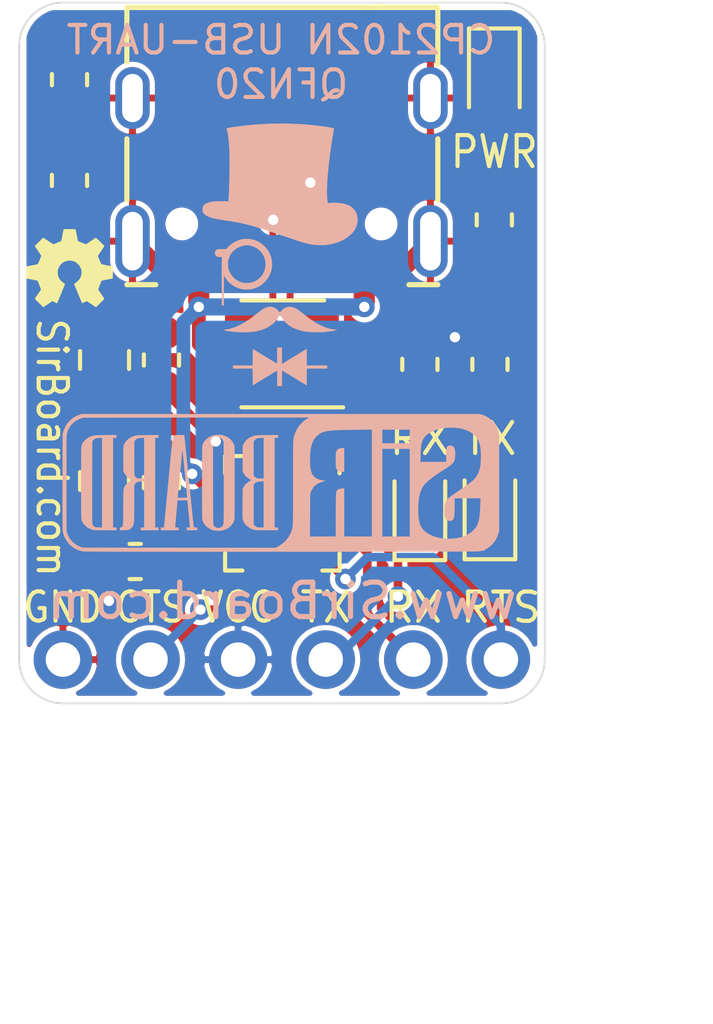
<source format=kicad_pcb>
(kicad_pcb (version 20171130) (host pcbnew "(5.1.2)-2")

  (general
    (thickness 1.6)
    (drawings 20)
    (tracks 140)
    (zones 0)
    (modules 20)
    (nets 26)
  )

  (page User 134.01 110.007)
  (title_block
    (title "USB to TTL Converter Based On The QFN20 CP2102N")
    (date 2020-04-21)
    (rev 1)
    (company SirBoard)
    (comment 1 www.SirBoard.com)
    (comment 2 "USB 2.0 Type-C Connector")
    (comment 3 "CP210N - QFN20")
  )

  (layers
    (0 F.Cu signal)
    (31 B.Cu signal)
    (32 B.Adhes user hide)
    (33 F.Adhes user hide)
    (34 B.Paste user hide)
    (35 F.Paste user hide)
    (36 B.SilkS user)
    (37 F.SilkS user)
    (38 B.Mask user hide)
    (39 F.Mask user hide)
    (40 Dwgs.User user)
    (41 Cmts.User user hide)
    (42 Eco1.User user hide)
    (43 Eco2.User user hide)
    (44 Edge.Cuts user)
    (45 Margin user hide)
    (46 B.CrtYd user hide)
    (47 F.CrtYd user hide)
    (48 B.Fab user hide)
    (49 F.Fab user hide)
  )

  (setup
    (last_trace_width 0.127)
    (user_trace_width 0.15)
    (user_trace_width 0.2)
    (user_trace_width 0.25)
    (user_trace_width 0.3)
    (user_trace_width 0.4)
    (user_trace_width 0.5)
    (trace_clearance 0.127)
    (zone_clearance 0.15)
    (zone_45_only no)
    (trace_min 0.127)
    (via_size 0.6)
    (via_drill 0.3)
    (via_min_size 0.6)
    (via_min_drill 0.3)
    (uvia_size 0.45)
    (uvia_drill 0.2)
    (uvias_allowed no)
    (uvia_min_size 0.45)
    (uvia_min_drill 0.1)
    (edge_width 0.05)
    (segment_width 0.2)
    (pcb_text_width 0.3)
    (pcb_text_size 1.5 1.5)
    (mod_edge_width 0.12)
    (mod_text_size 0.85 0.85)
    (mod_text_width 0.12)
    (pad_size 1.7 1.7)
    (pad_drill 1)
    (pad_to_mask_clearance 0)
    (pad_to_paste_clearance -0.05)
    (aux_axis_origin 0 0)
    (visible_elements 7FFFFFFF)
    (pcbplotparams
      (layerselection 0x010f0_ffffffff)
      (usegerberextensions false)
      (usegerberattributes false)
      (usegerberadvancedattributes false)
      (creategerberjobfile false)
      (excludeedgelayer true)
      (linewidth 0.100000)
      (plotframeref false)
      (viasonmask false)
      (mode 1)
      (useauxorigin true)
      (hpglpennumber 1)
      (hpglpenspeed 20)
      (hpglpendiameter 15.000000)
      (psnegative false)
      (psa4output false)
      (plotreference true)
      (plotvalue false)
      (plotinvisibletext false)
      (padsonsilk false)
      (subtractmaskfromsilk false)
      (outputformat 1)
      (mirror false)
      (drillshape 0)
      (scaleselection 1)
      (outputdirectory "C:/Users/elisha3/Desktop/GitHub/Gerbers/FT230X/"))
  )

  (net 0 "")
  (net 1 GND)
  (net 2 "Net-(PWR1-Pad2)")
  (net 3 "Net-(R3-Pad2)")
  (net 4 CTS)
  (net 5 TX)
  (net 6 RX)
  (net 7 RTS)
  (net 8 "Net-(P1-PadA8)")
  (net 9 "Net-(P1-PadB8)")
  (net 10 uD-)
  (net 11 uD+)
  (net 12 "Net-(R5-Pad2)")
  (net 13 VBUS)
  (net 14 VDD)
  (net 15 RST)
  (net 16 "Net-(U1-Pad11)")
  (net 17 "Net-(U1-Pad1)")
  (net 18 /CC2)
  (net 19 /CC1)
  (net 20 GPIO.3)
  (net 21 GPIO.2)
  (net 22 "Net-(U1-Pad14)")
  (net 23 "Net-(U1-Pad13)")
  (net 24 "Net-(U1-Pad10)")
  (net 25 "Net-(U1-Pad2)")

  (net_class Default "This is the default net class."
    (clearance 0.127)
    (trace_width 0.127)
    (via_dia 0.6)
    (via_drill 0.3)
    (uvia_dia 0.45)
    (uvia_drill 0.2)
    (add_net /CC1)
    (add_net /CC2)
    (add_net CTS)
    (add_net GND)
    (add_net GPIO.2)
    (add_net GPIO.3)
    (add_net "Net-(P1-PadA8)")
    (add_net "Net-(P1-PadB8)")
    (add_net "Net-(PWR1-Pad2)")
    (add_net "Net-(R3-Pad2)")
    (add_net "Net-(R5-Pad2)")
    (add_net "Net-(U1-Pad1)")
    (add_net "Net-(U1-Pad10)")
    (add_net "Net-(U1-Pad11)")
    (add_net "Net-(U1-Pad13)")
    (add_net "Net-(U1-Pad14)")
    (add_net "Net-(U1-Pad2)")
    (add_net RST)
    (add_net RTS)
    (add_net RX)
    (add_net TX)
    (add_net VBUS)
    (add_net VDD)
    (add_net uD+)
    (add_net uD-)
  )

  (module logo:OSHW36x26 (layer F.Cu) (tedit 0) (tstamp 5E9F72D4)
    (at 58.42 36.703)
    (fp_text reference G*** (at 0 0) (layer F.SilkS) hide
      (effects (font (size 1.524 1.524) (thickness 0.3)))
    )
    (fp_text value LOGO (at 0.75 0) (layer F.SilkS) hide
      (effects (font (size 1.524 1.524) (thickness 0.3)))
    )
    (fp_poly (pts (xy 0.04586 -1.121772) (xy 0.08238 -1.121576) (xy 0.1117 -1.121225) (xy 0.134453 -1.120699)
      (xy 0.151273 -1.119979) (xy 0.162792 -1.119046) (xy 0.169644 -1.117879) (xy 0.172403 -1.116542)
      (xy 0.174061 -1.111324) (xy 0.177035 -1.098707) (xy 0.181136 -1.079621) (xy 0.186173 -1.054999)
      (xy 0.191957 -1.025771) (xy 0.198298 -0.992871) (xy 0.205007 -0.957229) (xy 0.206608 -0.948597)
      (xy 0.213411 -0.912435) (xy 0.219954 -0.878791) (xy 0.226039 -0.848597) (xy 0.231468 -0.822788)
      (xy 0.236045 -0.802297) (xy 0.239571 -0.788057) (xy 0.24185 -0.781002) (xy 0.242179 -0.780491)
      (xy 0.247942 -0.777062) (xy 0.260361 -0.771132) (xy 0.27818 -0.76321) (xy 0.300141 -0.753805)
      (xy 0.324987 -0.743424) (xy 0.351461 -0.732576) (xy 0.378305 -0.721769) (xy 0.404263 -0.711513)
      (xy 0.428077 -0.702316) (xy 0.448489 -0.694685) (xy 0.464243 -0.68913) (xy 0.474082 -0.686159)
      (xy 0.476305 -0.6858) (xy 0.483185 -0.688319) (xy 0.496795 -0.695849) (xy 0.517068 -0.708349)
      (xy 0.543939 -0.725775) (xy 0.577345 -0.748089) (xy 0.617218 -0.775247) (xy 0.622586 -0.778934)
      (xy 0.65286 -0.799618) (xy 0.68115 -0.818707) (xy 0.706656 -0.835678) (xy 0.728579 -0.850011)
      (xy 0.746118 -0.861183) (xy 0.758476 -0.868673) (xy 0.764852 -0.871959) (xy 0.765359 -0.872067)
      (xy 0.770054 -0.869143) (xy 0.779808 -0.860906) (xy 0.793821 -0.848155) (xy 0.811294 -0.831688)
      (xy 0.831428 -0.812306) (xy 0.853424 -0.790808) (xy 0.876483 -0.767994) (xy 0.899804 -0.744662)
      (xy 0.92259 -0.721612) (xy 0.944041 -0.699644) (xy 0.963358 -0.679558) (xy 0.979741 -0.662151)
      (xy 0.992392 -0.648225) (xy 1.00051 -0.638578) (xy 1.0033 -0.634054) (xy 1.000971 -0.629024)
      (xy 0.99434 -0.617861) (xy 0.983938 -0.601385) (xy 0.970299 -0.580412) (xy 0.953954 -0.55576)
      (xy 0.935435 -0.528248) (xy 0.915276 -0.498693) (xy 0.913941 -0.496749) (xy 0.893531 -0.466961)
      (xy 0.874537 -0.439086) (xy 0.857521 -0.413959) (xy 0.843045 -0.392417) (xy 0.83167 -0.375295)
      (xy 0.823959 -0.363431) (xy 0.820472 -0.35766) (xy 0.820424 -0.357558) (xy 0.819739 -0.35363)
      (xy 0.820589 -0.347251) (xy 0.823266 -0.337615) (xy 0.828064 -0.323912) (xy 0.835275 -0.305335)
      (xy 0.845193 -0.281076) (xy 0.858111 -0.250327) (xy 0.866391 -0.230848) (xy 0.881787 -0.195216)
      (xy 0.895316 -0.164894) (xy 0.906718 -0.140424) (xy 0.915736 -0.122349) (xy 0.922111 -0.11121)
      (xy 0.924983 -0.107748) (xy 0.930973 -0.105745) (xy 0.944314 -0.102459) (xy 0.964021 -0.098095)
      (xy 0.989109 -0.09286) (xy 1.018594 -0.086958) (xy 1.051493 -0.080595) (xy 1.086819 -0.073976)
      (xy 1.087967 -0.073764) (xy 1.123188 -0.067192) (xy 1.155873 -0.060936) (xy 1.185063 -0.055191)
      (xy 1.209799 -0.050152) (xy 1.229124 -0.046015) (xy 1.242078 -0.042975) (xy 1.247705 -0.041227)
      (xy 1.247775 -0.041179) (xy 1.249144 -0.036011) (xy 1.250329 -0.023522) (xy 1.251327 -0.004826)
      (xy 1.252138 0.018964) (xy 1.25276 0.046736) (xy 1.253193 0.077377) (xy 1.253435 0.109773)
      (xy 1.253485 0.142812) (xy 1.253343 0.175381) (xy 1.253006 0.206366) (xy 1.252474 0.234655)
      (xy 1.251746 0.259135) (xy 1.250821 0.278693) (xy 1.249697 0.292216) (xy 1.248374 0.298591)
      (xy 1.248111 0.298896) (xy 1.242947 0.300344) (xy 1.230409 0.303127) (xy 1.211453 0.307055)
      (xy 1.187032 0.311937) (xy 1.158101 0.317583) (xy 1.125615 0.323802) (xy 1.090528 0.330402)
      (xy 1.088586 0.330764) (xy 1.053374 0.337444) (xy 1.020713 0.343865) (xy 0.991558 0.349824)
      (xy 0.966865 0.355114) (xy 0.947588 0.359531) (xy 0.934684 0.36287) (xy 0.929108 0.364926)
      (xy 0.929037 0.364993) (xy 0.925755 0.37077) (xy 0.920069 0.383127) (xy 0.912431 0.40091)
      (xy 0.903288 0.422968) (xy 0.893092 0.448147) (xy 0.882291 0.475297) (xy 0.871336 0.503265)
      (xy 0.860676 0.530898) (xy 0.85076 0.557044) (xy 0.842039 0.580551) (xy 0.834961 0.600266)
      (xy 0.829977 0.615038) (xy 0.827537 0.623714) (xy 0.827413 0.625414) (xy 0.83029 0.630226)
      (xy 0.837422 0.641179) (xy 0.848253 0.657445) (xy 0.862229 0.6782) (xy 0.878791 0.702616)
      (xy 0.897385 0.729868) (xy 0.916543 0.757805) (xy 0.936495 0.787042) (xy 0.95483 0.814317)
      (xy 0.971006 0.838794) (xy 0.984482 0.859635) (xy 0.994717 0.876004) (xy 1.001168 0.887063)
      (xy 1.0033 0.891901) (xy 1.000385 0.896576) (xy 0.992173 0.906324) (xy 0.979459 0.920345)
      (xy 0.963042 0.937837) (xy 0.943718 0.958) (xy 0.922285 0.980032) (xy 0.89954 1.003133)
      (xy 0.876279 1.026502) (xy 0.853301 1.049337) (xy 0.831402 1.070838) (xy 0.811379 1.090204)
      (xy 0.794029 1.106634) (xy 0.78015 1.119327) (xy 0.770539 1.127482) (xy 0.766028 1.1303)
      (xy 0.761218 1.127978) (xy 0.750273 1.121371) (xy 0.734017 1.111018) (xy 0.713272 1.097456)
      (xy 0.688863 1.081223) (xy 0.661613 1.062859) (xy 0.633244 1.043517) (xy 0.603967 1.023583)
      (xy 0.576673 1.005263) (xy 0.552193 0.989095) (xy 0.531362 0.975618) (xy 0.515013 0.965374)
      (xy 0.50398 0.9589) (xy 0.499155 0.956733) (xy 0.492902 0.958668) (xy 0.480777 0.963988)
      (xy 0.464308 0.97197) (xy 0.445025 0.981888) (xy 0.436623 0.986367) (xy 0.416581 0.996879)
      (xy 0.398676 1.00575) (xy 0.38445 1.012254) (xy 0.375448 1.015664) (xy 0.373629 1.016)
      (xy 0.371554 1.014833) (xy 0.368595 1.011006) (xy 0.364533 1.004023) (xy 0.359151 0.993392)
      (xy 0.352229 0.978621) (xy 0.343548 0.959214) (xy 0.332891 0.93468) (xy 0.320038 0.904525)
      (xy 0.30477 0.868256) (xy 0.286869 0.825379) (xy 0.266117 0.775401) (xy 0.254349 0.746983)
      (xy 0.235605 0.70164) (xy 0.217792 0.658471) (xy 0.20118 0.618132) (xy 0.186036 0.581278)
      (xy 0.172631 0.548566) (xy 0.161232 0.520653) (xy 0.152108 0.498194) (xy 0.145528 0.481846)
      (xy 0.141761 0.472265) (xy 0.14096 0.470029) (xy 0.141915 0.463444) (xy 0.148978 0.456047)
      (xy 0.157284 0.450225) (xy 0.205817 0.416014) (xy 0.246501 0.380791) (xy 0.27995 0.343777)
      (xy 0.306781 0.304187) (xy 0.327606 0.261241) (xy 0.343042 0.214156) (xy 0.343139 0.213783)
      (xy 0.34838 0.186351) (xy 0.351512 0.154197) (xy 0.352446 0.120525) (xy 0.351093 0.088538)
      (xy 0.347365 0.061441) (xy 0.347353 0.061383) (xy 0.332352 0.010051) (xy 0.309961 -0.037974)
      (xy 0.280848 -0.081974) (xy 0.245686 -0.121228) (xy 0.205144 -0.155018) (xy 0.159893 -0.182623)
      (xy 0.110604 -0.203324) (xy 0.096583 -0.207667) (xy 0.062703 -0.214838) (xy 0.024468 -0.21874)
      (xy -0.014608 -0.219235) (xy -0.051014 -0.216184) (xy -0.063719 -0.214006) (xy -0.116235 -0.199206)
      (xy -0.164974 -0.177084) (xy -0.209376 -0.148147) (xy -0.248882 -0.112903) (xy -0.282931 -0.071863)
      (xy -0.310962 -0.025533) (xy -0.332414 0.025576) (xy -0.334438 0.03175) (xy -0.339337 0.050177)
      (xy -0.342751 0.070936) (xy -0.344994 0.096333) (xy -0.345972 0.116417) (xy -0.345703 0.161281)
      (xy -0.340898 0.201273) (xy -0.33105 0.238967) (xy -0.315653 0.276939) (xy -0.313467 0.281517)
      (xy -0.292423 0.31961) (xy -0.267846 0.353481) (xy -0.238415 0.38458) (xy -0.202812 0.414359)
      (xy -0.174243 0.434703) (xy -0.15907 0.445334) (xy -0.146687 0.454771) (xy -0.138732 0.461723)
      (xy -0.136725 0.464261) (xy -0.13794 0.469101) (xy -0.142233 0.481244) (xy -0.149402 0.50019)
      (xy -0.159243 0.525438) (xy -0.171553 0.556487) (xy -0.18613 0.592834) (xy -0.202769 0.633981)
      (xy -0.22127 0.679424) (xy -0.241427 0.728664) (xy -0.263039 0.781199) (xy -0.285902 0.836527)
      (xy -0.309814 0.894149) (xy -0.334571 0.953562) (xy -0.34607 0.981075) (xy -0.354228 0.999281)
      (xy -0.360652 1.010392) (xy -0.366001 1.015434) (xy -0.368432 1.016) (xy -0.374758 1.014064)
      (xy -0.386962 1.008735) (xy -0.403521 1.000735) (xy -0.42291 0.990782) (xy -0.431965 0.98596)
      (xy -0.456576 0.973179) (xy -0.476121 0.96402) (xy -0.489884 0.958797) (xy -0.496815 0.957731)
      (xy -0.50232 0.960485) (xy -0.513925 0.967509) (xy -0.530773 0.978243) (xy -0.552009 0.992128)
      (xy -0.576777 1.008606) (xy -0.604221 1.027117) (xy -0.630307 1.044921) (xy -0.659203 1.064661)
      (xy -0.685986 1.08279) (xy -0.709837 1.098764) (xy -0.729935 1.112042) (xy -0.745461 1.122082)
      (xy -0.755596 1.128343) (xy -0.759452 1.1303) (xy -0.763392 1.1274) (xy -0.772621 1.119129)
      (xy -0.786469 1.106131) (xy -0.804266 1.089051) (xy -0.825343 1.068532) (xy -0.849029 1.045219)
      (xy -0.874656 1.019757) (xy -0.88162 1.012797) (xy -0.907527 0.986762) (xy -0.931455 0.962495)
      (xy -0.952759 0.940665) (xy -0.970795 0.921942) (xy -0.98492 0.906995) (xy -0.99449 0.896495)
      (xy -0.998861 0.891111) (xy -0.999067 0.890629) (xy -0.99675 0.886169) (xy -0.990162 0.875564)
      (xy -0.979843 0.859634) (xy -0.966336 0.839199) (xy -0.950181 0.815078) (xy -0.931922 0.788093)
      (xy -0.913888 0.761673) (xy -0.893974 0.732529) (xy -0.875472 0.705287) (xy -0.858961 0.680811)
      (xy -0.845017 0.659962) (xy -0.834216 0.643602) (xy -0.827136 0.632592) (xy -0.824441 0.628015)
      (xy -0.823694 0.62414) (xy -0.824346 0.617927) (xy -0.826671 0.608572) (xy -0.830942 0.595267)
      (xy -0.837433 0.577209) (xy -0.846416 0.553591) (xy -0.858165 0.523607) (xy -0.869725 0.494532)
      (xy -0.882072 0.463848) (xy -0.893636 0.435573) (xy -0.903993 0.410704) (xy -0.912723 0.390237)
      (xy -0.919403 0.375169) (xy -0.92361 0.366495) (xy -0.924641 0.364882) (xy -0.929909 0.362868)
      (xy -0.942558 0.359562) (xy -0.961635 0.355169) (xy -0.986189 0.349893) (xy -1.015266 0.343938)
      (xy -1.047915 0.337509) (xy -1.083182 0.330811) (xy -1.084651 0.330537) (xy -1.11985 0.323926)
      (xy -1.152492 0.317692) (xy -1.181623 0.312025) (xy -1.206291 0.307115) (xy -1.225543 0.303151)
      (xy -1.238427 0.300323) (xy -1.243989 0.298822) (xy -1.244065 0.29878) (xy -1.245391 0.293853)
      (xy -1.246517 0.281573) (xy -1.247446 0.263055) (xy -1.248179 0.239411) (xy -1.248718 0.211753)
      (xy -1.249064 0.181195) (xy -1.24922 0.14885) (xy -1.249187 0.115829) (xy -1.248967 0.083246)
      (xy -1.248561 0.052213) (xy -1.247971 0.023844) (xy -1.247199 -0.00075) (xy -1.246247 -0.020454)
      (xy -1.245116 -0.034158) (xy -1.243808 -0.040747) (xy -1.243542 -0.041101) (xy -1.238303 -0.042753)
      (xy -1.225681 -0.045704) (xy -1.206628 -0.049762) (xy -1.182095 -0.054733) (xy -1.153033 -0.060426)
      (xy -1.120394 -0.066649) (xy -1.085129 -0.073207) (xy -1.081617 -0.073852) (xy -1.035376 -0.082454)
      (xy -0.997215 -0.089832) (xy -0.966846 -0.096049) (xy -0.943979 -0.101167) (xy -0.928327 -0.105249)
      (xy -0.919601 -0.108359) (xy -0.917822 -0.109491) (xy -0.913945 -0.115499) (xy -0.907522 -0.128016)
      (xy -0.899062 -0.145848) (xy -0.889072 -0.1678) (xy -0.878061 -0.192677) (xy -0.866536 -0.219285)
      (xy -0.855005 -0.24643) (xy -0.843977 -0.272917) (xy -0.833958 -0.297551) (xy -0.825457 -0.319139)
      (xy -0.818982 -0.336484) (xy -0.81504 -0.348393) (xy -0.81408 -0.353484) (xy -0.816788 -0.358794)
      (xy -0.823786 -0.370231) (xy -0.834533 -0.386971) (xy -0.848486 -0.408189) (xy -0.865102 -0.43306)
      (xy -0.883839 -0.460761) (xy -0.904154 -0.490467) (xy -0.905902 -0.493007) (xy -0.926332 -0.522823)
      (xy -0.94525 -0.550675) (xy -0.962111 -0.575745) (xy -0.976371 -0.59721) (xy -0.987485 -0.61425)
      (xy -0.994907 -0.626045) (xy -0.998093 -0.631774) (xy -0.998151 -0.631954) (xy -0.997149 -0.635658)
      (xy -0.992656 -0.642376) (xy -0.984276 -0.65254) (xy -0.971612 -0.666581) (xy -0.954268 -0.684932)
      (xy -0.931848 -0.708024) (xy -0.903956 -0.73629) (xy -0.884385 -0.755956) (xy -0.855876 -0.784335)
      (xy -0.830068 -0.809631) (xy -0.807503 -0.831335) (xy -0.788725 -0.848935) (xy -0.774276 -0.861923)
      (xy -0.764701 -0.869788) (xy -0.760744 -0.872067) (xy -0.755615 -0.869737) (xy -0.744337 -0.863097)
      (xy -0.727712 -0.852666) (xy -0.706545 -0.838966) (xy -0.681637 -0.822517) (xy -0.653792 -0.803842)
      (xy -0.623813 -0.78346) (xy -0.617208 -0.778934) (xy -0.578913 -0.752845) (xy -0.545914 -0.730761)
      (xy -0.5185 -0.712863) (xy -0.496958 -0.699337) (xy -0.481576 -0.690364) (xy -0.472643 -0.68613)
      (xy -0.471048 -0.6858) (xy -0.463832 -0.687407) (xy -0.450238 -0.691885) (xy -0.431517 -0.698718)
      (xy -0.408919 -0.70739) (xy -0.383692 -0.717386) (xy -0.357087 -0.72819) (xy -0.330353 -0.739288)
      (xy -0.304741 -0.750162) (xy -0.281499 -0.760298) (xy -0.261878 -0.76918) (xy -0.247127 -0.776292)
      (xy -0.238495 -0.78112) (xy -0.236974 -0.782368) (xy -0.234475 -0.788676) (xy -0.230727 -0.802774)
      (xy -0.22585 -0.824096) (xy -0.219966 -0.852077) (xy -0.213195 -0.88615) (xy -0.20566 -0.925751)
      (xy -0.20182 -0.946485) (xy -0.195216 -0.982124) (xy -0.188941 -1.015415) (xy -0.183186 -1.045372)
      (xy -0.178147 -1.071009) (xy -0.174017 -1.091339) (xy -0.17099 -1.105377) (xy -0.169261 -1.112137)
      (xy -0.169195 -1.112308) (xy -0.165282 -1.121833) (xy 0.001507 -1.121833) (xy 0.04586 -1.121772)) (layer F.SilkS) (width 0.01))
  )

  (module logo:logo76x107 (layer B.Cu) (tedit 0) (tstamp 5D29B4DC)
    (at 64.516 36.322 180)
    (fp_text reference G*** (at 0 0) (layer F.Fab) hide
      (effects (font (size 1.524 1.524) (thickness 0.3)) (justify mirror))
    )
    (fp_text value LOGO (at 0.75 0) (layer F.Fab) hide
      (effects (font (size 1.524 1.524) (thickness 0.3)))
    )
    (fp_poly (pts (xy 0.353529 3.795674) (xy 0.686167 3.776491) (xy 1.01463 3.746149) (xy 1.335416 3.704682)
      (xy 1.38684 3.696855) (xy 1.446671 3.687633) (xy 1.489124 3.680721) (xy 1.516824 3.674862)
      (xy 1.532399 3.668798) (xy 1.538473 3.661273) (xy 1.537673 3.65103) (xy 1.532624 3.636813)
      (xy 1.529582 3.628546) (xy 1.513248 3.570497) (xy 1.498238 3.493021) (xy 1.484683 3.396975)
      (xy 1.472714 3.283216) (xy 1.467621 3.223207) (xy 1.462143 3.136383) (xy 1.457897 3.03208)
      (xy 1.454864 2.913104) (xy 1.453024 2.782257) (xy 1.452356 2.642343) (xy 1.452841 2.496165)
      (xy 1.454457 2.346527) (xy 1.457185 2.196232) (xy 1.461005 2.048085) (xy 1.465895 1.904887)
      (xy 1.471837 1.769444) (xy 1.478809 1.644558) (xy 1.479045 1.64084) (xy 1.484854 1.5494)
      (xy 1.667528 1.552771) (xy 1.793636 1.552331) (xy 1.90153 1.545905) (xy 1.992462 1.533341)
      (xy 2.067681 1.514487) (xy 2.107187 1.499479) (xy 2.163292 1.469247) (xy 2.20155 1.43435)
      (xy 2.224407 1.391122) (xy 2.234313 1.335902) (xy 2.2352 1.307894) (xy 2.234112 1.270466)
      (xy 2.229052 1.245099) (xy 2.21732 1.223574) (xy 2.200745 1.202926) (xy 2.166352 1.16926)
      (xy 2.123048 1.139115) (xy 2.069239 1.111986) (xy 2.003334 1.087367) (xy 1.923741 1.064753)
      (xy 1.828867 1.043637) (xy 1.71712 1.023516) (xy 1.586909 1.003883) (xy 1.56355 1.000657)
      (xy 1.361763 0.97011) (xy 1.171283 0.934691) (xy 0.983323 0.892561) (xy 0.789098 0.841878)
      (xy 0.74168 0.828552) (xy 0.707035 0.818203) (xy 0.655287 0.802068) (xy 0.588588 0.780852)
      (xy 0.509088 0.75526) (xy 0.418941 0.725999) (xy 0.320297 0.693774) (xy 0.215308 0.659291)
      (xy 0.106126 0.623255) (xy -0.005097 0.586373) (xy -0.116211 0.549349) (xy -0.225062 0.51289)
      (xy -0.3295 0.477701) (xy -0.373377 0.462844) (xy -0.47563 0.428345) (xy -0.561481 0.399875)
      (xy -0.633674 0.376652) (xy -0.694952 0.357895) (xy -0.748058 0.342821) (xy -0.795735 0.33065)
      (xy -0.840727 0.3206) (xy -0.885777 0.31189) (xy -0.92964 0.304386) (xy -0.992197 0.296351)
      (xy -1.065584 0.29037) (xy -1.143829 0.286622) (xy -1.22096 0.285286) (xy -1.291005 0.286541)
      (xy -1.347991 0.290566) (xy -1.35636 0.291593) (xy -1.522634 0.321238) (xy -1.673359 0.363764)
      (xy -1.808797 0.419292) (xy -1.929208 0.487937) (xy -2.034855 0.569818) (xy -2.087425 0.621241)
      (xy -2.155953 0.703754) (xy -2.205571 0.786568) (xy -2.237519 0.872603) (xy -2.253036 0.964781)
      (xy -2.255024 1.016) (xy -2.246587 1.117307) (xy -2.221311 1.207253) (xy -2.179247 1.285775)
      (xy -2.120445 1.352808) (xy -2.044958 1.408289) (xy -1.952836 1.452154) (xy -1.889688 1.472845)
      (xy -1.818299 1.488566) (xy -1.733982 1.500155) (xy -1.64382 1.507027) (xy -1.554894 1.508594)
      (xy -1.49178 1.505821) (xy -1.393519 1.498226) (xy -1.387686 1.527392) (xy -1.375961 1.607505)
      (xy -1.368896 1.706139) (xy -1.366392 1.822061) (xy -1.368351 1.954037) (xy -1.374674 2.100833)
      (xy -1.385263 2.261216) (xy -1.40002 2.433952) (xy -1.418844 2.617807) (xy -1.441639 2.811548)
      (xy -1.468305 3.01394) (xy -1.498744 3.223751) (xy -1.532856 3.439747) (xy -1.547567 3.527947)
      (xy -1.556794 3.583765) (xy -1.56248 3.622732) (xy -1.56479 3.647979) (xy -1.56389 3.662633)
      (xy -1.559946 3.669823) (xy -1.555221 3.672162) (xy -1.535494 3.676511) (xy -1.499411 3.683175)
      (xy -1.450721 3.69153) (xy -1.393175 3.700953) (xy -1.330522 3.710819) (xy -1.266512 3.720506)
      (xy -1.24968 3.722981) (xy -0.948712 3.760116) (xy -0.634404 3.785919) (xy -0.310259 3.800422)
      (xy 0.02022 3.803663) (xy 0.353529 3.795674)) (layer B.SilkS) (width 0.01))
    (fp_poly (pts (xy 1.017771 0.45745) (xy 1.091968 0.449206) (xy 1.120841 0.443359) (xy 1.221579 0.410454)
      (xy 1.320081 0.362037) (xy 1.410982 0.301321) (xy 1.488921 0.231514) (xy 1.505882 0.212868)
      (xy 1.5494 0.16279) (xy 1.678779 0.162675) (xy 1.732162 0.162487) (xy 1.769366 0.161526)
      (xy 1.794532 0.159037) (xy 1.811802 0.154259) (xy 1.825316 0.146436) (xy 1.839216 0.134809)
      (xy 1.841339 0.132914) (xy 1.861937 0.111686) (xy 1.871704 0.090596) (xy 1.874469 0.060385)
      (xy 1.87452 0.052701) (xy 1.868222 0.008071) (xy 1.848446 -0.024667) (xy 1.813866 -0.046434)
      (xy 1.763156 -0.058149) (xy 1.710908 -0.060903) (xy 1.659056 -0.06096) (xy 1.671182 -0.10922)
      (xy 1.673793 -0.125489) (xy 1.675943 -0.152405) (xy 1.677643 -0.191102) (xy 1.678907 -0.242716)
      (xy 1.679745 -0.308385) (xy 1.68017 -0.389243) (xy 1.680193 -0.486427) (xy 1.679828 -0.601073)
      (xy 1.679084 -0.734318) (xy 1.67856 -0.81026) (xy 1.673813 -1.46304) (xy 1.625815 -1.46304)
      (xy 1.623167 -1.02362) (xy 1.62052 -0.5842) (xy 1.588451 -0.64008) (xy 1.521783 -0.736858)
      (xy 1.442233 -0.819438) (xy 1.351916 -0.887329) (xy 1.25295 -0.940039) (xy 1.147452 -0.977078)
      (xy 1.037537 -0.997956) (xy 0.925323 -1.002181) (xy 0.812926 -0.989263) (xy 0.702465 -0.958711)
      (xy 0.596054 -0.910034) (xy 0.54864 -0.881151) (xy 0.521713 -0.860686) (xy 0.486414 -0.83022)
      (xy 0.448232 -0.794612) (xy 0.425959 -0.772533) (xy 0.350299 -0.68132) (xy 0.291689 -0.579708)
      (xy 0.250757 -0.469268) (xy 0.228131 -0.351565) (xy 0.224489 -0.284454) (xy 0.406219 -0.284454)
      (xy 0.416399 -0.378863) (xy 0.44344 -0.471968) (xy 0.488038 -0.561698) (xy 0.543813 -0.637919)
      (xy 0.61423 -0.704537) (xy 0.696991 -0.757168) (xy 0.788741 -0.794725) (xy 0.886123 -0.81612)
      (xy 0.985782 -0.820267) (xy 1.07188 -0.808966) (xy 1.171656 -0.777206) (xy 1.261805 -0.728211)
      (xy 1.340772 -0.663393) (xy 1.407008 -0.584162) (xy 1.458959 -0.491931) (xy 1.480441 -0.437467)
      (xy 1.495362 -0.375079) (xy 1.502979 -0.301982) (xy 1.503109 -0.226372) (xy 1.495571 -0.156439)
      (xy 1.48747 -0.121224) (xy 1.448875 -0.024705) (xy 1.39371 0.061975) (xy 1.324097 0.136863)
      (xy 1.242156 0.198003) (xy 1.150008 0.243442) (xy 1.064688 0.268374) (xy 1.009348 0.2786)
      (xy 0.965208 0.283096) (xy 0.923982 0.281897) (xy 0.877384 0.275038) (xy 0.84836 0.269261)
      (xy 0.748676 0.23897) (xy 0.660293 0.193417) (xy 0.583905 0.134671) (xy 0.520206 0.064805)
      (xy 0.469894 -0.014112) (xy 0.433661 -0.100007) (xy 0.412204 -0.190812) (xy 0.406219 -0.284454)
      (xy 0.224489 -0.284454) (xy 0.22352 -0.266607) (xy 0.233335 -0.150264) (xy 0.261791 -0.03859)
      (xy 0.307405 0.066555) (xy 0.368693 0.163312) (xy 0.444171 0.24982) (xy 0.532356 0.324221)
      (xy 0.631763 0.384653) (xy 0.74091 0.429257) (xy 0.789494 0.442871) (xy 0.857896 0.45427)
      (xy 0.936868 0.459134) (xy 1.017771 0.45745)) (layer B.SilkS) (width 0.01))
    (fp_poly (pts (xy 0.333199 -1.51181) (xy 0.379185 -1.524178) (xy 0.408407 -1.534791) (xy 0.439817 -1.549772)
      (xy 0.475568 -1.570561) (xy 0.517811 -1.598595) (xy 0.568697 -1.635315) (xy 0.630377 -1.682159)
      (xy 0.705004 -1.740567) (xy 0.717751 -1.750655) (xy 0.874617 -1.867749) (xy 1.025821 -1.965998)
      (xy 1.17119 -2.045315) (xy 1.310553 -2.105614) (xy 1.443739 -2.146809) (xy 1.543424 -2.165649)
      (xy 1.581034 -2.17097) (xy 1.605596 -2.175634) (xy 1.616067 -2.180123) (xy 1.611399 -2.184918)
      (xy 1.590547 -2.190501) (xy 1.552466 -2.197353) (xy 1.49611 -2.205955) (xy 1.43764 -2.214354)
      (xy 1.289097 -2.231275) (xy 1.140043 -2.240388) (xy 0.994723 -2.241718) (xy 0.857385 -2.235287)
      (xy 0.732274 -2.221119) (xy 0.670344 -2.210064) (xy 0.528801 -2.173091) (xy 0.40126 -2.12367)
      (xy 0.288424 -2.062267) (xy 0.190996 -1.98935) (xy 0.109676 -1.905386) (xy 0.045168 -1.810841)
      (xy 0.031455 -1.785021) (xy -0.006007 -1.710452) (xy -0.033613 -1.767086) (xy -0.094798 -1.869827)
      (xy -0.172193 -1.960456) (xy -0.265594 -2.038838) (xy -0.374796 -2.104839) (xy -0.499597 -2.158323)
      (xy -0.63979 -2.199158) (xy -0.712328 -2.214195) (xy -0.785239 -2.224711) (xy -0.872699 -2.232829)
      (xy -0.969055 -2.238339) (xy -1.068654 -2.24103) (xy -1.165843 -2.240692) (xy -1.254968 -2.237116)
      (xy -1.28016 -2.23531) (xy -1.317721 -2.231617) (xy -1.365172 -2.225974) (xy -1.4187 -2.218948)
      (xy -1.474492 -2.211106) (xy -1.528736 -2.203014) (xy -1.577619 -2.19524) (xy -1.617329 -2.18835)
      (xy -1.644051 -2.182911) (xy -1.653804 -2.179768) (xy -1.64605 -2.17749) (xy -1.623024 -2.17407)
      (xy -1.589689 -2.170244) (xy -1.589248 -2.170198) (xy -1.477563 -2.152355) (xy -1.363707 -2.12114)
      (xy -1.246404 -2.075905) (xy -1.124382 -2.015999) (xy -0.996364 -1.940773) (xy -0.861077 -1.849576)
      (xy -0.717246 -1.741758) (xy -0.6604 -1.696549) (xy -0.595133 -1.644807) (xy -0.541651 -1.604798)
      (xy -0.496765 -1.574518) (xy -0.457289 -1.551964) (xy -0.420035 -1.535129) (xy -0.383792 -1.522607)
      (xy -0.304253 -1.507993) (xy -0.228482 -1.513216) (xy -0.157471 -1.537986) (xy -0.092213 -1.582011)
      (xy -0.054733 -1.61924) (xy -0.007947 -1.672305) (xy 0.054446 -1.609963) (xy 0.100279 -1.568508)
      (xy 0.14271 -1.540424) (xy 0.175641 -1.52565) (xy 0.22975 -1.5095) (xy 0.279715 -1.504905)
      (xy 0.333199 -1.51181)) (layer B.SilkS) (width 0.01))
    (fp_poly (pts (xy 0.07112 -2.926926) (xy 0.071452 -2.993275) (xy 0.072386 -3.052053) (xy 0.073824 -3.100485)
      (xy 0.075669 -3.135793) (xy 0.077824 -3.1552) (xy 0.079204 -3.158066) (xy 0.089999 -3.151958)
      (xy 0.11536 -3.136911) (xy 0.15252 -3.114591) (xy 0.19871 -3.086659) (xy 0.251161 -3.054781)
      (xy 0.259544 -3.049672) (xy 0.329095 -3.007274) (xy 0.408425 -2.958912) (xy 0.489964 -2.909202)
      (xy 0.566143 -2.862759) (xy 0.60452 -2.839362) (xy 0.77724 -2.734058) (xy 0.779963 -2.972309)
      (xy 0.782687 -3.21056) (xy 1.35128 -3.21056) (xy 1.35128 -3.29184) (xy 0.782681 -3.29184)
      (xy 0.77996 -3.534586) (xy 0.77724 -3.777333) (xy 0.608664 -3.674286) (xy 0.541848 -3.63344)
      (xy 0.464773 -3.586316) (xy 0.384511 -3.537239) (xy 0.308138 -3.490536) (xy 0.26151 -3.46202)
      (xy 0.207583 -3.429205) (xy 0.159614 -3.400334) (xy 0.120266 -3.376985) (xy 0.092202 -3.360733)
      (xy 0.078083 -3.353155) (xy 0.077026 -3.3528) (xy 0.07531 -3.362476) (xy 0.07379 -3.389572)
      (xy 0.072543 -3.431188) (xy 0.071645 -3.484424) (xy 0.071173 -3.54638) (xy 0.07112 -3.57632)
      (xy 0.07112 -3.79984) (xy -0.060579 -3.79984) (xy -0.06331 -3.571375) (xy -0.06604 -3.34291)
      (xy -0.168828 -3.407208) (xy -0.210277 -3.432974) (xy -0.246249 -3.455032) (xy -0.272779 -3.470972)
      (xy -0.285668 -3.478271) (xy -0.297746 -3.485198) (xy -0.324745 -3.501336) (xy -0.364285 -3.525239)
      (xy -0.413985 -3.555464) (xy -0.471462 -3.590566) (xy -0.534337 -3.629101) (xy -0.53848 -3.631645)
      (xy -0.77724 -3.778255) (xy -0.779961 -3.535047) (xy -0.782682 -3.29184) (xy -1.3716 -3.29184)
      (xy -1.3716 -3.21056) (xy -0.78232 -3.21056) (xy -0.78232 -2.9718) (xy -0.782153 -2.904582)
      (xy -0.781682 -2.844686) (xy -0.780958 -2.794918) (xy -0.780027 -2.758082) (xy -0.778939 -2.736986)
      (xy -0.778192 -2.73304) (xy -0.768514 -2.738063) (xy -0.744799 -2.751851) (xy -0.710288 -2.772478)
      (xy -0.668226 -2.798019) (xy -0.653732 -2.806897) (xy -0.600338 -2.839613) (xy -0.5365 -2.878641)
      (xy -0.469146 -2.91975) (xy -0.405204 -2.95871) (xy -0.38608 -2.970344) (xy -0.328603 -3.005343)
      (xy -0.269096 -3.041653) (xy -0.213179 -3.075843) (xy -0.166471 -3.104479) (xy -0.14986 -3.114695)
      (xy -0.06096 -3.169456) (xy -0.06096 -2.6924) (xy 0.07112 -2.6924) (xy 0.07112 -2.926926)) (layer B.SilkS) (width 0.01))
  )

  (module logo:SirBoard127x40 (layer B.Cu) (tedit 0) (tstamp 5D29B4A8)
    (at 64.5541 42.926 180)
    (fp_text reference G*** (at 0 0) (layer B.SilkS) hide
      (effects (font (size 1.524 1.524) (thickness 0.3)) (justify mirror))
    )
    (fp_text value LOGO (at 0.75 0) (layer B.SilkS) hide
      (effects (font (size 1.524 1.524) (thickness 0.3)) (justify mirror))
    )
    (fp_poly (pts (xy -1.722409 0.993884) (xy -1.672763 0.976768) (xy -1.63482 0.94837) (xy -1.608753 0.908795)
      (xy -1.601371 0.888811) (xy -1.597532 0.867253) (xy -1.594386 0.832407) (xy -1.591959 0.787357)
      (xy -1.590276 0.735186) (xy -1.58936 0.67898) (xy -1.589236 0.621823) (xy -1.589929 0.5668)
      (xy -1.591463 0.516994) (xy -1.593863 0.475491) (xy -1.597153 0.445376) (xy -1.597819 0.441522)
      (xy -1.61107 0.397181) (xy -1.633009 0.364088) (xy -1.665223 0.341088) (xy -1.709302 0.327025)
      (xy -1.763661 0.320889) (xy -1.827161 0.317813) (xy -1.827161 0.999613) (xy -1.783584 0.999613)
      (xy -1.722409 0.993884)) (layer B.SilkS) (width 0.01))
    (fp_poly (pts (xy 5.094339 1.374251) (xy 5.179061 1.373048) (xy 5.249057 1.371779) (xy 5.305986 1.370365)
      (xy 5.35151 1.368727) (xy 5.387287 1.366784) (xy 5.414979 1.364458) (xy 5.436246 1.36167)
      (xy 5.452749 1.358339) (xy 5.458351 1.356848) (xy 5.540662 1.326325) (xy 5.614239 1.284943)
      (xy 5.677525 1.234053) (xy 5.728964 1.175009) (xy 5.766999 1.109164) (xy 5.779204 1.078041)
      (xy 5.781207 1.071092) (xy 5.783005 1.062161) (xy 5.784609 1.050382) (xy 5.786031 1.034895)
      (xy 5.787281 1.014835) (xy 5.78837 0.98934) (xy 5.789309 0.957547) (xy 5.790109 0.918593)
      (xy 5.79078 0.871616) (xy 5.791334 0.815752) (xy 5.791781 0.750138) (xy 5.792132 0.673912)
      (xy 5.792399 0.586211) (xy 5.792591 0.486171) (xy 5.79272 0.372931) (xy 5.792797 0.245626)
      (xy 5.792833 0.103395) (xy 5.792839 -0.004273) (xy 5.792833 -0.156459) (xy 5.792806 -0.293133)
      (xy 5.792745 -0.415175) (xy 5.792637 -0.523459) (xy 5.79247 -0.618863) (xy 5.79223 -0.702264)
      (xy 5.791906 -0.774538) (xy 5.791484 -0.836562) (xy 5.790951 -0.889212) (xy 5.790294 -0.933366)
      (xy 5.789502 -0.969901) (xy 5.78856 -0.999692) (xy 5.787456 -1.023617) (xy 5.786177 -1.042552)
      (xy 5.784711 -1.057374) (xy 5.783045 -1.06896) (xy 5.781166 -1.078187) (xy 5.77906 -1.085931)
      (xy 5.776941 -1.092417) (xy 5.746308 -1.157254) (xy 5.701732 -1.21716) (xy 5.645362 -1.270303)
      (xy 5.579345 -1.314852) (xy 5.505831 -1.348972) (xy 5.458772 -1.363741) (xy 5.443063 -1.367134)
      (xy 5.423588 -1.369895) (xy 5.398651 -1.372083) (xy 5.366559 -1.373756) (xy 5.325615 -1.374975)
      (xy 5.274126 -1.375799) (xy 5.210397 -1.376286) (xy 5.132732 -1.376496) (xy 5.093156 -1.376516)
      (xy 4.776839 -1.376516) (xy 4.776839 -1.30411) (xy 5.186517 -1.30411) (xy 5.288205 -1.301394)
      (xy 5.330805 -1.300098) (xy 5.360552 -1.298405) (xy 5.380977 -1.29558) (xy 5.395609 -1.29089)
      (xy 5.407979 -1.2836) (xy 5.420488 -1.273891) (xy 5.443018 -1.252073) (xy 5.462133 -1.22768)
      (xy 5.466358 -1.220633) (xy 5.468447 -1.216296) (xy 5.470333 -1.210922) (xy 5.472026 -1.203711)
      (xy 5.473535 -1.193861) (xy 5.474867 -1.180571) (xy 5.476031 -1.163041) (xy 5.477037 -1.140469)
      (xy 5.477893 -1.112054) (xy 5.478606 -1.076995) (xy 5.479187 -1.034492) (xy 5.479642 -0.983743)
      (xy 5.479982 -0.923948) (xy 5.480215 -0.854304) (xy 5.480349 -0.774012) (xy 5.480393 -0.682269)
      (xy 5.480355 -0.578276) (xy 5.480244 -0.461231) (xy 5.480069 -0.330333) (xy 5.479838 -0.184781)
      (xy 5.47956 -0.023775) (xy 5.479511 0.004097) (xy 5.477388 1.200355) (xy 5.454197 1.230668)
      (xy 5.427387 1.258682) (xy 5.394559 1.278743) (xy 5.352859 1.291951) (xy 5.299434 1.299404)
      (xy 5.271153 1.301158) (xy 5.186517 1.304922) (xy 5.186517 -1.30411) (xy 4.776839 -1.30411)
      (xy 4.776839 -1.302774) (xy 4.875162 -1.302774) (xy 4.875162 1.302774) (xy 4.776839 1.302774)
      (xy 4.776839 1.378352) (xy 5.094339 1.374251)) (layer B.SilkS) (width 0.01))
    (fp_poly (pts (xy 3.8735 1.374251) (xy 3.958223 1.373048) (xy 4.028218 1.371779) (xy 4.085148 1.370365)
      (xy 4.130671 1.368727) (xy 4.166448 1.366784) (xy 4.19414 1.364458) (xy 4.215407 1.36167)
      (xy 4.23191 1.358339) (xy 4.237513 1.356848) (xy 4.319944 1.326293) (xy 4.393541 1.284905)
      (xy 4.456781 1.234012) (xy 4.50814 1.174946) (xy 4.546096 1.109038) (xy 4.558847 1.076151)
      (xy 4.562272 1.064373) (xy 4.565064 1.050686) (xy 4.567272 1.033473) (xy 4.568943 1.011117)
      (xy 4.570123 0.982001) (xy 4.570861 0.944509) (xy 4.571203 0.897024) (xy 4.571197 0.837927)
      (xy 4.570891 0.765604) (xy 4.570362 0.682861) (xy 4.567904 0.331839) (xy 4.541328 0.277522)
      (xy 4.509066 0.226238) (xy 4.465028 0.177009) (xy 4.413673 0.134152) (xy 4.360739 0.102589)
      (xy 4.335337 0.089771) (xy 4.317085 0.079121) (xy 4.309815 0.072883) (xy 4.309807 0.072776)
      (xy 4.316668 0.06649) (xy 4.333281 0.058973) (xy 4.334291 0.058616) (xy 4.373876 0.039662)
      (xy 4.417243 0.010522) (xy 4.459654 -0.024993) (xy 4.496373 -0.063071) (xy 4.514024 -0.086032)
      (xy 4.524546 -0.101264) (xy 4.5336 -0.114762) (xy 4.541306 -0.127828) (xy 4.547782 -0.141759)
      (xy 4.553149 -0.157857) (xy 4.557525 -0.177421) (xy 4.561031 -0.20175) (xy 4.563785 -0.232145)
      (xy 4.565906 -0.269905) (xy 4.567516 -0.31633) (xy 4.568732 -0.37272) (xy 4.569675 -0.440375)
      (xy 4.570463 -0.520594) (xy 4.571217 -0.614677) (xy 4.572 -0.716935) (xy 4.572854 -0.824959)
      (xy 4.573659 -0.917811) (xy 4.574499 -0.996706) (xy 4.575461 -1.062859) (xy 4.576629 -1.117486)
      (xy 4.578088 -1.1618) (xy 4.579922 -1.197018) (xy 4.582219 -1.224353) (xy 4.585061 -1.245021)
      (xy 4.588534 -1.260237) (xy 4.592723 -1.271215) (xy 4.597714 -1.279171) (xy 4.603591 -1.285319)
      (xy 4.610439 -1.290874) (xy 4.612258 -1.292271) (xy 4.630185 -1.29998) (xy 4.647791 -1.302513)
      (xy 4.661563 -1.303919) (xy 4.668155 -1.31066) (xy 4.670192 -1.327154) (xy 4.670323 -1.340413)
      (xy 4.670323 -1.378052) (xy 4.553565 -1.374686) (xy 4.504226 -1.372892) (xy 4.467846 -1.370488)
      (xy 4.440998 -1.36701) (xy 4.420256 -1.361995) (xy 4.402193 -1.35498) (xy 4.399936 -1.353932)
      (xy 4.353046 -1.32439) (xy 4.316777 -1.284492) (xy 4.290502 -1.23318) (xy 4.273593 -1.169399)
      (xy 4.268444 -1.132402) (xy 4.267076 -1.111204) (xy 4.265783 -1.075321) (xy 4.264589 -1.026456)
      (xy 4.263516 -0.96631) (xy 4.262589 -0.896587) (xy 4.261829 -0.818989) (xy 4.261261 -0.735218)
      (xy 4.260907 -0.646976) (xy 4.260791 -0.569007) (xy 4.260646 -0.07695) (xy 4.236994 -0.039656)
      (xy 4.213452 -0.009752) (xy 4.184585 0.011969) (xy 4.147607 0.026685) (xy 4.099733 0.035577)
      (xy 4.050314 0.039352) (xy 3.965678 0.043116) (xy 3.965678 -1.302774) (xy 4.064 -1.302774)
      (xy 4.064 -1.376516) (xy 3.556 -1.376516) (xy 3.556 -1.302774) (xy 3.654323 -1.302774)
      (xy 3.654323 0.113373) (xy 3.965678 0.113373) (xy 4.067366 0.11609) (xy 4.109967 0.117385)
      (xy 4.139714 0.119079) (xy 4.160138 0.121903) (xy 4.17477 0.126594) (xy 4.18714 0.133884)
      (xy 4.199649 0.143593) (xy 4.212053 0.153438) (xy 4.222667 0.162209) (xy 4.231623 0.171196)
      (xy 4.239056 0.181686) (xy 4.245099 0.194967) (xy 4.249887 0.212327) (xy 4.253552 0.235054)
      (xy 4.256228 0.264436) (xy 4.258049 0.301762) (xy 4.25915 0.348318) (xy 4.259662 0.405395)
      (xy 4.259721 0.474278) (xy 4.25946 0.556257) (xy 4.259012 0.65262) (xy 4.258731 0.712839)
      (xy 4.256549 1.200355) (xy 4.233359 1.230668) (xy 4.206548 1.258682) (xy 4.17372 1.278743)
      (xy 4.13202 1.291951) (xy 4.078595 1.299404) (xy 4.050314 1.301158) (xy 3.965678 1.304922)
      (xy 3.965678 0.113373) (xy 3.654323 0.113373) (xy 3.654323 1.302774) (xy 3.556 1.302774)
      (xy 3.556 1.378352) (xy 3.8735 1.374251)) (layer B.SilkS) (width 0.01))
    (fp_poly (pts (xy 2.910579 1.37733) (xy 2.954061 1.376877) (xy 2.998862 1.376062) (xy 3.041996 1.374941)
      (xy 3.080473 1.373566) (xy 3.111306 1.371991) (xy 3.131505 1.370269) (xy 3.138129 1.368591)
      (xy 3.138891 1.359155) (xy 3.141111 1.334464) (xy 3.144687 1.295573) (xy 3.14952 1.243539)
      (xy 3.155509 1.179419) (xy 3.162554 1.104269) (xy 3.170555 1.019146) (xy 3.179411 0.925107)
      (xy 3.189023 0.823209) (xy 3.199289 0.714508) (xy 3.21011 0.600061) (xy 3.221384 0.480924)
      (xy 3.233013 0.358154) (xy 3.244895 0.232809) (xy 3.25693 0.105944) (xy 3.269018 -0.021384)
      (xy 3.281059 -0.148118) (xy 3.292952 -0.273202) (xy 3.304598 -0.395578) (xy 3.315894 -0.51419)
      (xy 3.326743 -0.627982) (xy 3.337042 -0.735896) (xy 3.346692 -0.836877) (xy 3.355592 -0.929867)
      (xy 3.363643 -1.013809) (xy 3.370743 -1.087648) (xy 3.376793 -1.150326) (xy 3.381692 -1.200786)
      (xy 3.38534 -1.237973) (xy 3.387636 -1.260829) (xy 3.388414 -1.267951) (xy 3.393134 -1.302774)
      (xy 3.482258 -1.302774) (xy 3.482258 -1.376516) (xy 2.974258 -1.376516) (xy 2.974258 -1.302774)
      (xy 3.02342 -1.302774) (xy 3.050633 -1.302434) (xy 3.065321 -1.300165) (xy 3.071347 -1.294096)
      (xy 3.072572 -1.282353) (xy 3.072581 -1.278942) (xy 3.071849 -1.265935) (xy 3.069754 -1.23841)
      (xy 3.066451 -1.198166) (xy 3.062096 -1.147001) (xy 3.056841 -1.086714) (xy 3.050842 -1.019103)
      (xy 3.044253 -0.945967) (xy 3.039807 -0.897193) (xy 3.032939 -0.82184) (xy 3.026559 -0.751176)
      (xy 3.020821 -0.686946) (xy 3.015878 -0.630898) (xy 3.011884 -0.584778) (xy 3.008991 -0.550332)
      (xy 3.007352 -0.529308) (xy 3.007033 -0.523639) (xy 3.006177 -0.518074) (xy 3.002132 -0.514011)
      (xy 2.992678 -0.511216) (xy 2.975598 -0.509452) (xy 2.948671 -0.508485) (xy 2.90968 -0.508079)
      (xy 2.859549 -0.508) (xy 2.812435 -0.508267) (xy 2.771549 -0.509008) (xy 2.739475 -0.510135)
      (xy 2.718799 -0.51156) (xy 2.712065 -0.513072) (xy 2.711282 -0.522018) (xy 2.709039 -0.545627)
      (xy 2.705497 -0.582252) (xy 2.700818 -0.630249) (xy 2.695161 -0.687972) (xy 2.688688 -0.753777)
      (xy 2.681559 -0.826017) (xy 2.675194 -0.89035) (xy 2.667607 -0.967374) (xy 2.660545 -1.039889)
      (xy 2.654173 -1.10616) (xy 2.648654 -1.164455) (xy 2.644149 -1.213038) (xy 2.640822 -1.250176)
      (xy 2.638837 -1.274136) (xy 2.638323 -1.282665) (xy 2.639544 -1.294186) (xy 2.645876 -1.300186)
      (xy 2.661325 -1.30245) (xy 2.683388 -1.302774) (xy 2.728452 -1.302774) (xy 2.728452 -1.376516)
      (xy 2.433484 -1.376516) (xy 2.433484 -1.303556) (xy 2.484394 -1.301117) (xy 2.535303 -1.298677)
      (xy 2.624458 -0.428113) (xy 2.720028 -0.428113) (xy 2.721352 -0.433341) (xy 2.726632 -0.437126)
      (xy 2.738123 -0.439697) (xy 2.758077 -0.441283) (xy 2.78875 -0.442115) (xy 2.832393 -0.442423)
      (xy 2.860677 -0.442451) (xy 3.001095 -0.442451) (xy 2.996341 -0.399435) (xy 2.994623 -0.382169)
      (xy 2.991671 -0.350522) (xy 2.987659 -0.306439) (xy 2.98276 -0.251865) (xy 2.977149 -0.188746)
      (xy 2.971 -0.119027) (xy 2.964486 -0.044654) (xy 2.960954 -0.004097) (xy 2.954387 0.070163)
      (xy 2.948061 0.139284) (xy 2.942147 0.201578) (xy 2.936815 0.255354) (xy 2.932235 0.298922)
      (xy 2.928578 0.330592) (xy 2.926013 0.348674) (xy 2.925043 0.352323) (xy 2.9232 0.361121)
      (xy 2.920183 0.384479) (xy 2.916171 0.420625) (xy 2.911345 0.467787) (xy 2.905883 0.524193)
      (xy 2.899966 0.588072) (xy 2.893774 0.657652) (xy 2.892006 0.678016) (xy 2.885792 0.748683)
      (xy 2.879831 0.813979) (xy 2.874298 0.872162) (xy 2.869369 0.92149) (xy 2.865219 0.960221)
      (xy 2.862024 0.986613) (xy 2.859959 0.998925) (xy 2.859594 0.999613) (xy 2.858299 0.991693)
      (xy 2.855596 0.968883) (xy 2.851625 0.932606) (xy 2.846525 0.884286) (xy 2.840435 0.825345)
      (xy 2.833494 0.757208) (xy 2.825841 0.681299) (xy 2.817616 0.59904) (xy 2.808958 0.511855)
      (xy 2.800006 0.421168) (xy 2.790898 0.328402) (xy 2.781775 0.234981) (xy 2.772775 0.142328)
      (xy 2.764038 0.051866) (xy 2.755702 -0.03498) (xy 2.747907 -0.116787) (xy 2.740792 -0.192132)
      (xy 2.734496 -0.259591) (xy 2.729158 -0.317741) (xy 2.724918 -0.365158) (xy 2.721914 -0.400419)
      (xy 2.720286 -0.4221) (xy 2.720028 -0.428113) (xy 2.624458 -0.428113) (xy 2.672078 0.036871)
      (xy 2.687059 0.183122) (xy 2.70159 0.324919) (xy 2.715584 0.461409) (xy 2.728953 0.591738)
      (xy 2.741608 0.71505) (xy 2.753463 0.830493) (xy 2.764429 0.93721) (xy 2.774418 1.034349)
      (xy 2.783342 1.121055) (xy 2.791115 1.196474) (xy 2.797647 1.259752) (xy 2.802851 1.310033)
      (xy 2.806639 1.346464) (xy 2.808924 1.368191) (xy 2.80962 1.374468) (xy 2.817938 1.375992)
      (xy 2.839529 1.376941) (xy 2.871406 1.377369) (xy 2.910579 1.37733)) (layer B.SilkS) (width 0.01))
    (fp_poly (pts (xy 0.407629 1.374251) (xy 0.489831 1.373151) (xy 0.557466 1.372049) (xy 0.612354 1.370845)
      (xy 0.656316 1.369443) (xy 0.691173 1.367745) (xy 0.718743 1.365652) (xy 0.740847 1.363066)
      (xy 0.759306 1.359891) (xy 0.77594 1.356027) (xy 0.783312 1.354038) (xy 0.864785 1.323993)
      (xy 0.938017 1.282221) (xy 1.001136 1.23017) (xy 1.05227 1.169289) (xy 1.07809 1.125873)
      (xy 1.110226 1.062548) (xy 1.110226 0.331839) (xy 1.083651 0.277522) (xy 1.051388 0.226238)
      (xy 1.007351 0.177009) (xy 0.955995 0.134152) (xy 0.903062 0.102589) (xy 0.877694 0.089952)
      (xy 0.859472 0.079747) (xy 0.852207 0.074116) (xy 0.852199 0.074023) (xy 0.858933 0.06838)
      (xy 0.876673 0.057466) (xy 0.901829 0.043466) (xy 0.906524 0.040968) (xy 0.968244 0.001111)
      (xy 1.02227 -0.048086) (xy 1.065231 -0.103248) (xy 1.083615 -0.13636) (xy 1.110226 -0.192548)
      (xy 1.112558 -0.617695) (xy 1.113037 -0.713518) (xy 1.113315 -0.794387) (xy 1.113356 -0.861733)
      (xy 1.113126 -0.91699) (xy 1.112591 -0.961588) (xy 1.111717 -0.996961) (xy 1.110467 -1.024539)
      (xy 1.108809 -1.045756) (xy 1.106707 -1.062043) (xy 1.104128 -1.074832) (xy 1.101307 -1.084727)
      (xy 1.071326 -1.151435) (xy 1.027318 -1.212763) (xy 0.971219 -1.267036) (xy 0.904963 -1.312577)
      (xy 0.830489 -1.347711) (xy 0.778506 -1.364195) (xy 0.762922 -1.367473) (xy 0.74286 -1.370144)
      (xy 0.716686 -1.372264) (xy 0.682767 -1.373888) (xy 0.639469 -1.375069) (xy 0.585159 -1.375863)
      (xy 0.518204 -1.376324) (xy 0.436969 -1.376507) (xy 0.410544 -1.376516) (xy 0.090129 -1.376516)
      (xy 0.090129 -1.302774) (xy 0.188452 -1.302774) (xy 0.499807 -1.302774) (xy 0.591446 -1.302774)
      (xy 0.635147 -1.302234) (xy 0.666631 -1.300248) (xy 0.690043 -1.296264) (xy 0.709528 -1.289732)
      (xy 0.717788 -1.285974) (xy 0.745362 -1.268189) (xy 0.770638 -1.244932) (xy 0.775681 -1.238862)
      (xy 0.798871 -1.208548) (xy 0.798871 -0.068448) (xy 0.77688 -0.035217) (xy 0.753299 -0.006943)
      (xy 0.723749 0.013664) (xy 0.685584 0.027651) (xy 0.636159 0.036066) (xy 0.588344 0.039425)
      (xy 0.499807 0.043073) (xy 0.499807 -1.302774) (xy 0.188452 -1.302774) (xy 0.188452 0.11471)
      (xy 0.499807 0.11471) (xy 0.591446 0.11471) (xy 0.635147 0.115249) (xy 0.666631 0.117236)
      (xy 0.690043 0.12122) (xy 0.709528 0.127752) (xy 0.717788 0.131509) (xy 0.745362 0.149295)
      (xy 0.770638 0.172552) (xy 0.775681 0.178622) (xy 0.798871 0.208936) (xy 0.798871 1.193358)
      (xy 0.77688 1.22659) (xy 0.753299 1.254864) (xy 0.723749 1.27547) (xy 0.685584 1.289457)
      (xy 0.636159 1.297872) (xy 0.588344 1.301231) (xy 0.499807 1.304879) (xy 0.499807 0.11471)
      (xy 0.188452 0.11471) (xy 0.188452 1.302774) (xy 0.090129 1.302774) (xy 0.090129 1.378238)
      (xy 0.407629 1.374251)) (layer B.SilkS) (width 0.01))
    (fp_poly (pts (xy 1.868266 1.383487) (xy 1.929715 1.376015) (xy 1.959937 1.369014) (xy 2.03776 1.339868)
      (xy 2.108473 1.299748) (xy 2.170068 1.250392) (xy 2.220537 1.193538) (xy 2.257873 1.130924)
      (xy 2.270102 1.100611) (xy 2.272407 1.093509) (xy 2.274477 1.085722) (xy 2.276326 1.076382)
      (xy 2.277966 1.064619) (xy 2.27941 1.049564) (xy 2.28067 1.030348) (xy 2.281758 1.006101)
      (xy 2.282687 0.975954) (xy 2.28347 0.939039) (xy 2.284119 0.894485) (xy 2.284647 0.841424)
      (xy 2.285066 0.778987) (xy 2.285388 0.706303) (xy 2.285627 0.622504) (xy 2.285794 0.526721)
      (xy 2.285903 0.418084) (xy 2.285965 0.295724) (xy 2.285993 0.158772) (xy 2.286 0.006359)
      (xy 2.286 -0.004097) (xy 2.285994 -0.157544) (xy 2.285968 -0.295474) (xy 2.285908 -0.418755)
      (xy 2.285803 -0.528257) (xy 2.28564 -0.624849) (xy 2.285406 -0.7094) (xy 2.28509 -0.782779)
      (xy 2.284678 -0.845856) (xy 2.284157 -0.8995) (xy 2.283516 -0.944579) (xy 2.282743 -0.981965)
      (xy 2.281823 -1.012524) (xy 2.280745 -1.037128) (xy 2.279497 -1.056644) (xy 2.278066 -1.071943)
      (xy 2.276439 -1.083894) (xy 2.274604 -1.093365) (xy 2.272548 -1.101226) (xy 2.270259 -1.108347)
      (xy 2.270102 -1.108804) (xy 2.239469 -1.173641) (xy 2.194893 -1.233547) (xy 2.138523 -1.286691)
      (xy 2.072506 -1.331239) (xy 1.998992 -1.36536) (xy 1.951934 -1.380128) (xy 1.907683 -1.387938)
      (xy 1.853964 -1.391917) (xy 1.796495 -1.392128) (xy 1.740996 -1.388635) (xy 1.693183 -1.3815)
      (xy 1.675581 -1.377083) (xy 1.595929 -1.347336) (xy 1.527495 -1.308206) (xy 1.466814 -1.257594)
      (xy 1.449997 -1.24028) (xy 1.413829 -1.197538) (xy 1.387654 -1.156269) (xy 1.367319 -1.10967)
      (xy 1.363186 -1.097935) (xy 1.36095 -1.090843) (xy 1.358942 -1.082809) (xy 1.35715 -1.072963)
      (xy 1.355561 -1.060433) (xy 1.354163 -1.044346) (xy 1.352945 -1.02383) (xy 1.351894 -0.998013)
      (xy 1.350997 -0.966024) (xy 1.350243 -0.926991) (xy 1.349618 -0.88004) (xy 1.349112 -0.824301)
      (xy 1.348711 -0.758901) (xy 1.348404 -0.682969) (xy 1.348179 -0.595631) (xy 1.348022 -0.496017)
      (xy 1.347922 -0.383254) (xy 1.347899 -0.329962) (xy 1.65659 -0.329962) (xy 1.656601 -0.483878)
      (xy 1.656757 -0.623149) (xy 1.657058 -0.747581) (xy 1.657502 -0.85698) (xy 1.658089 -0.951152)
      (xy 1.658817 -1.029902) (xy 1.659686 -1.093038) (xy 1.660694 -1.140364) (xy 1.66184 -1.171689)
      (xy 1.663097 -1.186669) (xy 1.67171 -1.21771) (xy 1.684352 -1.246512) (xy 1.691533 -1.257867)
      (xy 1.725779 -1.290084) (xy 1.768003 -1.310337) (xy 1.814421 -1.31807) (xy 1.861251 -1.312728)
      (xy 1.904706 -1.293757) (xy 1.91034 -1.289958) (xy 1.934099 -1.269433) (xy 1.954057 -1.246012)
      (xy 1.959459 -1.237353) (xy 1.961533 -1.232972) (xy 1.96341 -1.227479) (xy 1.965099 -1.220074)
      (xy 1.96661 -1.209958) (xy 1.967952 -1.196332) (xy 1.969137 -1.178396) (xy 1.970173 -1.15535)
      (xy 1.971071 -1.126396) (xy 1.97184 -1.090733) (xy 1.972491 -1.047562) (xy 1.973033 -0.996084)
      (xy 1.973476 -0.935499) (xy 1.97383 -0.865008) (xy 1.974105 -0.783811) (xy 1.97431 -0.691108)
      (xy 1.974457 -0.586101) (xy 1.974553 -0.46799) (xy 1.97461 -0.335974) (xy 1.974638 -0.189256)
      (xy 1.974646 -0.027035) (xy 1.974646 1.191085) (xy 1.957266 1.226986) (xy 1.930917 1.265937)
      (xy 1.895531 1.291722) (xy 1.850222 1.304852) (xy 1.818968 1.306871) (xy 1.768176 1.301176)
      (xy 1.727797 1.283424) (xy 1.696148 1.252615) (xy 1.678622 1.223428) (xy 1.659194 1.183968)
      (xy 1.657008 0.021032) (xy 1.656725 -0.161593) (xy 1.65659 -0.329962) (xy 1.347899 -0.329962)
      (xy 1.347866 -0.256471) (xy 1.347843 -0.114795) (xy 1.347839 -0.004097) (xy 1.347846 0.148685)
      (xy 1.347876 0.285951) (xy 1.34794 0.408575) (xy 1.348052 0.517429) (xy 1.348223 0.613385)
      (xy 1.348467 0.697316) (xy 1.348795 0.770093) (xy 1.349219 0.83259) (xy 1.349753 0.885678)
      (xy 1.350409 0.93023) (xy 1.351199 0.967119) (xy 1.352136 0.997216) (xy 1.353231 1.021394)
      (xy 1.354497 1.040525) (xy 1.355948 1.055481) (xy 1.357594 1.067136) (xy 1.359449 1.076361)
      (xy 1.361525 1.084028) (xy 1.363393 1.089742) (xy 1.396198 1.160239) (xy 1.442819 1.223923)
      (xy 1.501575 1.279311) (xy 1.570786 1.324921) (xy 1.648771 1.35927) (xy 1.679736 1.36889)
      (xy 1.736798 1.379922) (xy 1.801801 1.384789) (xy 1.868266 1.383487)) (layer B.SilkS) (width 0.01))
    (fp_poly (pts (xy 5.846097 1.964561) (xy 5.946902 1.921815) (xy 6.038243 1.866001) (xy 6.119325 1.797957)
      (xy 6.189355 1.718523) (xy 6.247539 1.628537) (xy 6.293082 1.528837) (xy 6.311568 1.473216)
      (xy 6.329075 1.413387) (xy 6.33157 0.032774) (xy 6.33189 -0.169034) (xy 6.332089 -0.354688)
      (xy 6.332168 -0.524424) (xy 6.332124 -0.678473) (xy 6.331958 -0.817071) (xy 6.331667 -0.940449)
      (xy 6.331251 -1.048842) (xy 6.330709 -1.142484) (xy 6.330039 -1.221608) (xy 6.329242 -1.286447)
      (xy 6.328315 -1.337236) (xy 6.327258 -1.374207) (xy 6.32607 -1.397595) (xy 6.325295 -1.405193)
      (xy 6.301545 -1.506954) (xy 6.262464 -1.603706) (xy 6.208667 -1.694217) (xy 6.140769 -1.777252)
      (xy 6.138624 -1.779506) (xy 6.060349 -1.851401) (xy 5.976729 -1.908269) (xy 5.886064 -1.951058)
      (xy 5.786654 -1.980717) (xy 5.772886 -1.983681) (xy 5.767803 -1.984667) (xy 5.762077 -1.98561)
      (xy 5.755345 -1.98651) (xy 5.747244 -1.987369) (xy 5.73741 -1.988187) (xy 5.72548 -1.988966)
      (xy 5.711092 -1.989706) (xy 5.69388 -1.990408) (xy 5.673483 -1.991074) (xy 5.649537 -1.991704)
      (xy 5.621678 -1.992299) (xy 5.589544 -1.99286) (xy 5.55277 -1.993387) (xy 5.510995 -1.993883)
      (xy 5.463854 -1.994348) (xy 5.410984 -1.994782) (xy 5.352022 -1.995187) (xy 5.286605 -1.995563)
      (xy 5.214369 -1.995912) (xy 5.134951 -1.996234) (xy 5.047987 -1.99653) (xy 4.953115 -1.996802)
      (xy 4.849972 -1.99705) (xy 4.738193 -1.997275) (xy 4.617416 -1.997479) (xy 4.487277 -1.997661)
      (xy 4.347413 -1.997823) (xy 4.19746 -1.997965) (xy 4.037057 -1.99809) (xy 3.865838 -1.998197)
      (xy 3.683441 -1.998288) (xy 3.489503 -1.998363) (xy 3.283659 -1.998424) (xy 3.065548 -1.998471)
      (xy 2.834806 -1.998506) (xy 2.591069 -1.998528) (xy 2.333974 -1.99854) (xy 2.063157 -1.998542)
      (xy 1.778257 -1.998535) (xy 1.478908 -1.99852) (xy 1.164748 -1.998497) (xy 0.835415 -1.998469)
      (xy 0.490543 -1.998435) (xy 0.12977 -1.998396) (xy 0.004097 -1.998383) (xy -0.368068 -1.998338)
      (xy -0.72419 -1.998288) (xy -1.064611 -1.998231) (xy -1.389675 -1.998166) (xy -1.699724 -1.998094)
      (xy -1.995102 -1.998013) (xy -2.276152 -1.997922) (xy -2.543217 -1.997821) (xy -2.796641 -1.99771)
      (xy -3.036766 -1.997586) (xy -3.263936 -1.99745) (xy -3.478494 -1.997301) (xy -3.680784 -1.997139)
      (xy -3.871147 -1.996962) (xy -4.049929 -1.996769) (xy -4.217471 -1.99656) (xy -4.374117 -1.996335)
      (xy -4.52021 -1.996093) (xy -4.656094 -1.995832) (xy -4.782111 -1.995552) (xy -4.898604 -1.995253)
      (xy -5.005918 -1.994933) (xy -5.104395 -1.994592) (xy -5.194378 -1.99423) (xy -5.276211 -1.993844)
      (xy -5.350236 -1.993436) (xy -5.416797 -1.993004) (xy -5.476237 -1.992547) (xy -5.5289 -1.992065)
      (xy -5.575128 -1.991556) (xy -5.615264 -1.991021) (xy -5.649652 -1.990458) (xy -5.678636 -1.989866)
      (xy -5.702557 -1.989246) (xy -5.72176 -1.988596) (xy -5.736588 -1.987916) (xy -5.747383 -1.987204)
      (xy -5.75449 -1.98646) (xy -5.755967 -1.986228) (xy -5.789431 -1.979748) (xy -5.818607 -1.973042)
      (xy -5.838086 -1.967375) (xy -5.840337 -1.96648) (xy -5.857912 -1.959909) (xy -5.866133 -1.958939)
      (xy -5.86234 -1.963683) (xy -5.859368 -1.965672) (xy -5.85641 -1.970516) (xy -5.869004 -1.971735)
      (xy -5.873142 -1.971573) (xy -5.89298 -1.968729) (xy -5.904685 -1.963852) (xy -5.904297 -1.960739)
      (xy -5.897885 -1.96248) (xy -5.884235 -1.963141) (xy -5.879923 -1.95996) (xy -5.883832 -1.952579)
      (xy -5.899089 -1.942481) (xy -5.90982 -1.937319) (xy -5.998 -1.890244) (xy -6.078575 -1.829637)
      (xy -6.1502 -1.757109) (xy -6.211527 -1.674271) (xy -6.261213 -1.582735) (xy -6.297911 -1.484112)
      (xy -6.302791 -1.466645) (xy -6.321322 -1.397) (xy -6.321322 -0.004097) (xy -6.321315 0.173608)
      (xy -6.321287 0.33568) (xy -6.321232 0.482877) (xy -6.321141 0.615953) (xy -6.321024 0.721279)
      (xy -5.799271 0.721279) (xy -5.798506 0.686994) (xy -5.794826 0.597488) (xy -5.788602 0.521114)
      (xy -5.779191 0.454728) (xy -5.765951 0.395185) (xy -5.748238 0.339342) (xy -5.725409 0.284053)
      (xy -5.709157 0.250173) (xy -5.689702 0.213108) (xy -5.669606 0.179213) (xy -5.647595 0.147339)
      (xy -5.622399 0.116335) (xy -5.592745 0.08505) (xy -5.55736 0.052333) (xy -5.514974 0.017034)
      (xy -5.464313 -0.021998) (xy -5.404107 -0.065914) (xy -5.333081 -0.115865) (xy -5.249966 -0.173001)
      (xy -5.215193 -0.196669) (xy -5.12488 -0.258164) (xy -5.047197 -0.311766) (xy -4.981172 -0.358724)
      (xy -4.925835 -0.400286) (xy -4.880213 -0.437698) (xy -4.843336 -0.472209) (xy -4.814233 -0.505067)
      (xy -4.79193 -0.53752) (xy -4.775459 -0.570815) (xy -4.763846 -0.606199) (xy -4.756122 -0.644922)
      (xy -4.751313 -0.688231) (xy -4.74845 -0.737373) (xy -4.74656 -0.793596) (xy -4.74641 -0.798871)
      (xy -4.745035 -0.852598) (xy -4.744539 -0.893029) (xy -4.745127 -0.923238) (xy -4.747006 -0.946303)
      (xy -4.750382 -0.965299) (xy -4.755462 -0.983302) (xy -4.759609 -0.995459) (xy -4.774846 -1.029411)
      (xy -4.794001 -1.059796) (xy -4.804348 -1.071913) (xy -4.823307 -1.088391) (xy -4.842615 -1.097548)
      (xy -4.869205 -1.102253) (xy -4.880058 -1.10326) (xy -4.927532 -1.101582) (xy -4.964619 -1.087547)
      (xy -4.992116 -1.060774) (xy -5.000972 -1.045688) (xy -5.009587 -1.01879) (xy -5.016725 -0.975617)
      (xy -5.022381 -0.916215) (xy -5.026554 -0.84063) (xy -5.02924 -0.748909) (xy -5.030435 -0.641096)
      (xy -5.030484 -0.624758) (xy -5.030838 -0.450645) (xy -5.784645 -0.450645) (xy -5.784463 -0.522338)
      (xy -5.78369 -0.57878) (xy -5.781764 -0.642738) (xy -5.77888 -0.7109) (xy -5.775234 -0.779955)
      (xy -5.771021 -0.846589) (xy -5.766437 -0.907491) (xy -5.761677 -0.959348) (xy -5.756938 -0.998848)
      (xy -5.755935 -1.005436) (xy -5.738524 -1.095509) (xy -5.716776 -1.172306) (xy -5.689427 -1.238645)
      (xy -5.655209 -1.297346) (xy -5.612857 -1.351229) (xy -5.589567 -1.375907) (xy -5.513034 -1.443707)
      (xy -5.428632 -1.5004) (xy -5.334785 -1.546751) (xy -5.229921 -1.583524) (xy -5.112465 -1.611487)
      (xy -5.100483 -1.613734) (xy -5.048365 -1.620916) (xy -4.98462 -1.626009) (xy -4.913883 -1.628958)
      (xy -4.840788 -1.629708) (xy -4.769967 -1.628206) (xy -4.706056 -1.624397) (xy -4.658032 -1.618914)
      (xy -4.536558 -1.594795) (xy -4.42656 -1.561062) (xy -4.325599 -1.516758) (xy -4.231236 -1.460929)
      (xy -4.200783 -1.43956) (xy -4.148248 -1.396389) (xy -4.103656 -1.348638) (xy -4.066534 -1.294902)
      (xy -4.036408 -1.233774) (xy -4.012806 -1.163848) (xy -3.995253 -1.083715) (xy -3.983276 -0.991971)
      (xy -3.976403 -0.887209) (xy -3.97416 -0.768021) (xy -3.974159 -0.766097) (xy -3.977266 -0.630706)
      (xy -3.986859 -0.509328) (xy -4.003265 -0.400786) (xy -4.026812 -0.303907) (xy -4.057827 -0.217517)
      (xy -4.096638 -0.14044) (xy -4.143574 -0.071502) (xy -4.179693 -0.029321) (xy -4.231997 0.022853)
      (xy -4.294422 0.078013) (xy -4.367842 0.136816) (xy -4.453134 0.199922) (xy -4.551171 0.267987)
      (xy -4.662831 0.341671) (xy -4.730788 0.385097) (xy -4.803495 0.431868) (xy -4.863207 0.472318)
      (xy -4.911368 0.507874) (xy -4.949422 0.539964) (xy -4.978813 0.570017) (xy -5.000985 0.599461)
      (xy -5.017381 0.629723) (xy -5.029446 0.662233) (xy -5.036078 0.68705) (xy -5.043044 0.729438)
      (xy -5.046795 0.780273) (xy -5.047423 0.834703) (xy -5.045017 0.887879) (xy -5.039667 0.93495)
      (xy -5.031464 0.971065) (xy -5.03077 0.9731) (xy -5.011589 1.016364) (xy -4.988227 1.045603)
      (xy -4.958142 1.063097) (xy -4.921788 1.070835) (xy -4.892624 1.072662) (xy -4.872403 1.069783)
      (xy -4.854019 1.060808) (xy -4.847048 1.056204) (xy -4.832576 1.045675) (xy -4.821241 1.034875)
      (xy -4.812625 1.02172) (xy -4.80631 1.00413) (xy -4.801875 0.980022) (xy -4.798903 0.947313)
      (xy -4.796973 0.903921) (xy -4.795668 0.847764) (xy -4.794858 0.796823) (xy -4.791945 0.598129)
      (xy -4.037265 0.598129) (xy -4.041705 0.796823) (xy -4.04506 0.898267) (xy -4.050411 0.983226)
      (xy -3.736258 0.983226) (xy -3.736258 -1.564968) (xy -2.93329 -1.564968) (xy -2.638322 -1.564968)
      (xy -1.827161 -1.564968) (xy -1.827161 -0.169723) (xy -1.761946 -0.174193) (xy -1.708784 -0.18077)
      (xy -1.668937 -0.193148) (xy -1.639922 -0.212764) (xy -1.619257 -0.241059) (xy -1.610032 -0.262251)
      (xy -1.606992 -0.271108) (xy -1.604346 -0.280619) (xy -1.602061 -0.291942) (xy -1.600105 -0.306237)
      (xy -1.598445 -0.324662) (xy -1.59705 -0.348379) (xy -1.595887 -0.378545) (xy -1.594923 -0.416322)
      (xy -1.594127 -0.462867) (xy -1.593465 -0.519341) (xy -1.592907 -0.586904) (xy -1.592419 -0.666714)
      (xy -1.591969 -0.759931) (xy -1.591525 -0.867715) (xy -1.591262 -0.936113) (xy -1.588879 -1.564968)
      (xy -0.834889 -1.564968) (xy -0.837364 -0.944306) (xy -0.83783 -0.828782) (xy -0.838268 -0.728472)
      (xy -0.838714 -0.642205) (xy -0.839205 -0.568807) (xy -0.839777 -0.507107) (xy -0.840467 -0.455932)
      (xy -0.841311 -0.414111) (xy -0.842345 -0.380469) (xy -0.843606 -0.353836) (xy -0.845131 -0.333039)
      (xy -0.846956 -0.316905) (xy -0.849117 -0.304262) (xy -0.851651 -0.293938) (xy -0.854594 -0.28476)
      (xy -0.857983 -0.275556) (xy -0.858178 -0.27504) (xy -0.897039 -0.193004) (xy -0.947705 -0.120218)
      (xy -0.971204 -0.094018) (xy -1.012562 -0.059242) (xy -1.067202 -0.025709) (xy -1.132026 0.004942)
      (xy -1.203935 0.031069) (xy -1.212645 0.033748) (xy -1.274096 0.052291) (xy -1.211236 0.062146)
      (xy -1.129573 0.078978) (xy -1.061245 0.102144) (xy -1.004138 0.132518) (xy -0.962169 0.165274)
      (xy -0.9291 0.201361) (xy -0.901632 0.244209) (xy -0.879432 0.295196) (xy -0.86217 0.355696)
      (xy -0.849513 0.427087) (xy -0.841129 0.510744) (xy -0.836686 0.608044) (xy -0.835742 0.689697)
      (xy -0.83912 0.818433) (xy -0.849495 0.933254) (xy -0.867227 1.035229) (xy -0.892676 1.125425)
      (xy -0.926202 1.204912) (xy -0.968166 1.274756) (xy -1.018928 1.336028) (xy -1.069258 1.382162)
      (xy -1.098505 1.404866) (xy -1.127947 1.425126) (xy -1.158663 1.443094) (xy -1.191728 1.458922)
      (xy -1.228219 1.472762) (xy -1.269213 1.484766) (xy -1.315787 1.495085) (xy -1.369017 1.503871)
      (xy -1.429981 1.511277) (xy -1.499755 1.517453) (xy -1.579415 1.522553) (xy -1.67004 1.526727)
      (xy -1.772704 1.530128) (xy -1.888486 1.532907) (xy -2.018462 1.535216) (xy -2.163708 1.537207)
      (xy -2.169242 1.537275) (xy -2.638322 1.542999) (xy -2.638322 -1.564968) (xy -2.93329 -1.564968)
      (xy -2.93329 0.983226) (xy -3.736258 0.983226) (xy -4.050411 0.983226) (xy -4.050545 0.98535)
      (xy -4.058616 1.060014) (xy -4.069732 1.124199) (xy -4.084348 1.179847) (xy -4.102922 1.228898)
      (xy -4.125911 1.273294) (xy -4.153771 1.314975) (xy -4.168007 1.333347) (xy -4.212316 1.378861)
      (xy -4.270098 1.423469) (xy -4.338453 1.465559) (xy -4.414482 1.503519) (xy -4.495284 1.535738)
      (xy -4.510681 1.540387) (xy -3.736258 1.540387) (xy -3.736258 1.138903) (xy -2.93329 1.138903)
      (xy -2.93329 1.540387) (xy -3.736258 1.540387) (xy -4.510681 1.540387) (xy -4.576096 1.560137)
      (xy -4.670336 1.579117) (xy -4.774024 1.591601) (xy -4.882908 1.597578) (xy -4.992736 1.597039)
      (xy -5.099255 1.589973) (xy -5.198211 1.576369) (xy -5.265185 1.561798) (xy -5.370501 1.528023)
      (xy -5.465514 1.484586) (xy -5.549078 1.432212) (xy -5.620047 1.371622) (xy -5.677278 1.303541)
      (xy -5.679649 1.300111) (xy -5.715174 1.24122) (xy -5.744008 1.177211) (xy -5.766478 1.106395)
      (xy -5.782912 1.027083) (xy -5.793637 0.937585) (xy -5.798981 0.836214) (xy -5.799271 0.721279)
      (xy -6.321024 0.721279) (xy -6.321008 0.735663) (xy -6.320825 0.842764) (xy -6.320584 0.938011)
      (xy -6.320278 1.022158) (xy -6.319898 1.095963) (xy -6.319439 1.160179) (xy -6.318892 1.215563)
      (xy -6.318249 1.26287) (xy -6.317503 1.302855) (xy -6.316647 1.336275) (xy -6.315673 1.363883)
      (xy -6.314574 1.386437) (xy -6.313341 1.404691) (xy -6.311968 1.4194) (xy -6.310446 1.431321)
      (xy -6.308769 1.441209) (xy -6.306929 1.449819) (xy -6.306826 1.450258) (xy -6.274452 1.552963)
      (xy -6.228118 1.647927) (xy -6.168841 1.734058) (xy -6.097637 1.810266) (xy -6.015522 1.875463)
      (xy -5.985821 1.892602) (xy -0.831645 1.892602) (xy -0.778573 1.863025) (xy -0.684787 1.801501)
      (xy -0.60041 1.727197) (xy -0.526564 1.641469) (xy -0.464374 1.545675) (xy -0.414963 1.441173)
      (xy -0.403134 1.409291) (xy -0.396399 1.39012) (xy -0.390287 1.372495) (xy -0.384767 1.355576)
      (xy -0.379808 1.33852) (xy -0.375382 1.320487) (xy -0.371458 1.300638) (xy -0.368005 1.27813)
      (xy -0.364993 1.252124) (xy -0.362393 1.221778) (xy -0.360174 1.186253) (xy -0.358306 1.144706)
      (xy -0.356759 1.096298) (xy -0.355502 1.040188) (xy -0.354506 0.975535) (xy -0.35374 0.901499)
      (xy -0.353174 0.817238) (xy -0.352778 0.721913) (xy -0.352522 0.614681) (xy -0.352375 0.494704)
      (xy -0.352308 0.361139) (xy -0.35229 0.213146) (xy -0.352292 0.049885) (xy -0.352291 -0.007589)
      (xy -0.352285 -0.175791) (xy -0.352259 -0.328439) (xy -0.352189 -0.466365) (xy -0.352051 -0.590401)
      (xy -0.351821 -0.70138) (xy -0.351473 -0.800134) (xy -0.350984 -0.887496) (xy -0.350328 -0.964299)
      (xy -0.349483 -1.031374) (xy -0.348423 -1.089554) (xy -0.347124 -1.139672) (xy -0.345561 -1.18256)
      (xy -0.343711 -1.21905) (xy -0.341548 -1.249976) (xy -0.339049 -1.276169) (xy -0.336189 -1.298463)
      (xy -0.332943 -1.317689) (xy -0.329287 -1.334679) (xy -0.325198 -1.350268) (xy -0.320649 -1.365286)
      (xy -0.315618 -1.380567) (xy -0.311725 -1.392076) (xy -0.267822 -1.496568) (xy -0.20987 -1.593629)
      (xy -0.139028 -1.681925) (xy -0.056456 -1.760125) (xy 0.036685 -1.826896) (xy 0.096003 -1.860328)
      (xy 0.159596 -1.89285) (xy 2.953685 -1.890731) (xy 5.747775 -1.888613) (xy 5.813323 -1.86629)
      (xy 5.890535 -1.834699) (xy 5.958922 -1.794566) (xy 6.02341 -1.742783) (xy 6.050935 -1.716396)
      (xy 6.099539 -1.663768) (xy 6.137224 -1.612852) (xy 6.167647 -1.557872) (xy 6.194464 -1.493053)
      (xy 6.197316 -1.485172) (xy 6.223 -1.413387) (xy 6.225292 -0.032774) (xy 6.225575 0.14563)
      (xy 6.225803 0.308394) (xy 6.22597 0.456262) (xy 6.22607 0.589981) (xy 6.226098 0.710297)
      (xy 6.226049 0.817956) (xy 6.225918 0.913704) (xy 6.225699 0.998286) (xy 6.225386 1.07245)
      (xy 6.224974 1.13694) (xy 6.224459 1.192503) (xy 6.223834 1.239884) (xy 6.223094 1.279831)
      (xy 6.222234 1.313088) (xy 6.221248 1.340401) (xy 6.220131 1.362518) (xy 6.218878 1.380183)
      (xy 6.217483 1.394142) (xy 6.215941 1.405142) (xy 6.214888 1.410908) (xy 6.187757 1.505859)
      (xy 6.146569 1.592999) (xy 6.092106 1.671471) (xy 6.025148 1.740417) (xy 5.946479 1.79898)
      (xy 5.856879 1.846303) (xy 5.796936 1.869369) (xy 5.739581 1.888613) (xy 2.453968 1.890607)
      (xy -0.831645 1.892602) (xy -5.985821 1.892602) (xy -5.923512 1.928557) (xy -5.824105 1.967992)
      (xy -5.764161 1.986936) (xy 5.780549 1.986936) (xy 5.846097 1.964561)) (layer B.SilkS) (width 0.01))
  )

  (module Capacitor_SMD:C_0603_1608Metric (layer F.Cu) (tedit 5B301BBE) (tstamp 5E9FF533)
    (at 61.087 42.926 270)
    (descr "Capacitor SMD 0603 (1608 Metric), square (rectangular) end terminal, IPC_7351 nominal, (Body size source: http://www.tortai-tech.com/upload/download/2011102023233369053.pdf), generated with kicad-footprint-generator")
    (tags capacitor)
    (path /5EACF507)
    (attr smd)
    (fp_text reference C1 (at 0 0 90) (layer F.SilkS) hide
      (effects (font (size 1 1) (thickness 0.15)))
    )
    (fp_text value 100nF (at 0 1.43 90) (layer F.Fab)
      (effects (font (size 1 1) (thickness 0.15)))
    )
    (fp_text user %R (at 0 0 90) (layer F.Fab)
      (effects (font (size 0.4 0.4) (thickness 0.06)))
    )
    (fp_line (start 1.48 0.73) (end -1.48 0.73) (layer F.CrtYd) (width 0.05))
    (fp_line (start 1.48 -0.73) (end 1.48 0.73) (layer F.CrtYd) (width 0.05))
    (fp_line (start -1.48 -0.73) (end 1.48 -0.73) (layer F.CrtYd) (width 0.05))
    (fp_line (start -1.48 0.73) (end -1.48 -0.73) (layer F.CrtYd) (width 0.05))
    (fp_line (start -0.162779 0.51) (end 0.162779 0.51) (layer F.SilkS) (width 0.12))
    (fp_line (start -0.162779 -0.51) (end 0.162779 -0.51) (layer F.SilkS) (width 0.12))
    (fp_line (start 0.8 0.4) (end -0.8 0.4) (layer F.Fab) (width 0.1))
    (fp_line (start 0.8 -0.4) (end 0.8 0.4) (layer F.Fab) (width 0.1))
    (fp_line (start -0.8 -0.4) (end 0.8 -0.4) (layer F.Fab) (width 0.1))
    (fp_line (start -0.8 0.4) (end -0.8 -0.4) (layer F.Fab) (width 0.1))
    (pad 2 smd roundrect (at 0.7875 0 270) (size 0.875 0.95) (layers F.Cu F.Paste F.Mask) (roundrect_rratio 0.25)
      (net 1 GND))
    (pad 1 smd roundrect (at -0.7875 0 270) (size 0.875 0.95) (layers F.Cu F.Paste F.Mask) (roundrect_rratio 0.25)
      (net 13 VBUS))
    (model ${KISYS3DMOD}/Capacitor_SMD.3dshapes/C_0603_1608Metric.wrl
      (at (xyz 0 0 0))
      (scale (xyz 1 1 1))
      (rotate (xyz 0 0 0))
    )
  )

  (module Package_DFN_QFN:SiliconLabs_QFN-20-1EP_3x3mm_P0.5mm (layer F.Cu) (tedit 5E9F55E6) (tstamp 5E9F8B55)
    (at 64.5922 43.815 270)
    (descr "20-Lead Plastic Quad Flat, No Lead Package - 3x3 mm Body [QFN] with corner pads; see figure 8.2 of https://www.silabs.com/documents/public/data-sheets/efm8bb1-datasheet.pdf")
    (tags "QFN 0.5")
    (path /5EA012E2)
    (attr smd)
    (fp_text reference U1 (at 0 -0.0508 180) (layer F.SilkS) hide
      (effects (font (size 1 1) (thickness 0.15)))
    )
    (fp_text value CP2102N-A01-GQFN20 (at 0 3 90) (layer F.Fab)
      (effects (font (size 1 1) (thickness 0.15)))
    )
    (fp_text user %R (at 0 0 90) (layer F.Fab)
      (effects (font (size 0.65 0.65) (thickness 0.125)))
    )
    (fp_line (start 1.5 1.5) (end -1.5 1.5) (layer F.Fab) (width 0.1))
    (fp_line (start -1.5 1.5) (end -1.5 -0.5) (layer F.Fab) (width 0.1))
    (fp_line (start -1.5 -0.5) (end -0.5 -1.5) (layer F.Fab) (width 0.1))
    (fp_line (start -0.5 -1.5) (end 1.5 -1.5) (layer F.Fab) (width 0.1))
    (fp_line (start 1.5 -1.5) (end 1.5 1.5) (layer F.Fab) (width 0.1))
    (fp_line (start -2.25 -2.25) (end -2.25 2.25) (layer F.CrtYd) (width 0.05))
    (fp_line (start -2.25 2.25) (end 2.25 2.25) (layer F.CrtYd) (width 0.05))
    (fp_line (start 2.25 2.25) (end 2.25 -2.25) (layer F.CrtYd) (width 0.05))
    (fp_line (start 2.25 -2.25) (end -2.25 -2.25) (layer F.CrtYd) (width 0.05))
    (fp_line (start 1.16 -1.66) (end 1.66 -1.66) (layer F.SilkS) (width 0.12))
    (fp_line (start 1.66 -1.66) (end 1.66 -1.16) (layer F.SilkS) (width 0.12))
    (fp_line (start -1.16 1.66) (end -1.66 1.66) (layer F.SilkS) (width 0.12))
    (fp_line (start -1.66 1.66) (end -1.66 1.16) (layer F.SilkS) (width 0.12))
    (fp_line (start 1.16 1.66) (end 1.66 1.66) (layer F.SilkS) (width 0.12))
    (fp_line (start 1.66 1.66) (end 1.66 1.16) (layer F.SilkS) (width 0.12))
    (fp_line (start -1.66 -1.66) (end -1.16 -1.66) (layer F.SilkS) (width 0.12))
    (pad 1 smd rect (at -1.25 -1.25 270) (size 0.35 0.35) (layers F.Cu F.Paste F.Mask)
      (net 17 "Net-(U1-Pad1)"))
    (pad 2 smd rect (at -1.55 -0.75 270) (size 0.9 0.3) (layers F.Cu F.Paste F.Mask)
      (net 25 "Net-(U1-Pad2)"))
    (pad 3 smd rect (at -1.55 -0.25 270) (size 0.9 0.3) (layers F.Cu F.Paste F.Mask)
      (net 1 GND))
    (pad 4 smd rect (at -1.55 0.25 270) (size 0.9 0.3) (layers F.Cu F.Paste F.Mask)
      (net 11 uD+))
    (pad 5 smd rect (at -1.55 0.75 270) (size 0.9 0.3) (layers F.Cu F.Paste F.Mask)
      (net 10 uD-))
    (pad 6 smd rect (at -1.25 1.25 270) (size 0.35 0.35) (layers F.Cu F.Paste F.Mask)
      (net 14 VDD))
    (pad 7 smd rect (at -0.75 1.55) (size 0.9 0.3) (layers F.Cu F.Paste F.Mask)
      (net 13 VBUS))
    (pad 8 smd rect (at -0.25 1.55) (size 0.9 0.3) (layers F.Cu F.Paste F.Mask)
      (net 13 VBUS))
    (pad 9 smd rect (at 0.25 1.55) (size 0.9 0.3) (layers F.Cu F.Paste F.Mask)
      (net 15 RST))
    (pad 10 smd rect (at 0.75 1.55) (size 0.9 0.3) (layers F.Cu F.Paste F.Mask)
      (net 24 "Net-(U1-Pad10)"))
    (pad 11 smd rect (at 1.25 1.25 270) (size 0.35 0.35) (layers F.Cu F.Paste F.Mask)
      (net 16 "Net-(U1-Pad11)"))
    (pad 12 smd rect (at 1.55 0.75 270) (size 0.9 0.3) (layers F.Cu F.Paste F.Mask)
      (net 1 GND))
    (pad 13 smd rect (at 1.55 0.25 270) (size 0.9 0.3) (layers F.Cu F.Paste F.Mask)
      (net 23 "Net-(U1-Pad13)"))
    (pad 14 smd rect (at 1.55 -0.25 270) (size 0.9 0.3) (layers F.Cu F.Paste F.Mask)
      (net 22 "Net-(U1-Pad14)"))
    (pad 15 smd rect (at 1.55 -0.75 270) (size 0.9 0.3) (layers F.Cu F.Paste F.Mask)
      (net 4 CTS))
    (pad 16 smd rect (at 1.25 -1.25 270) (size 0.35 0.35) (layers F.Cu F.Paste F.Mask)
      (net 7 RTS))
    (pad 17 smd rect (at 0.75 -1.55) (size 0.9 0.3) (layers F.Cu F.Paste F.Mask)
      (net 6 RX))
    (pad 18 smd rect (at 0.25 -1.55) (size 0.9 0.3) (layers F.Cu F.Paste F.Mask)
      (net 5 TX))
    (pad 19 smd rect (at -0.25 -1.55) (size 0.9 0.3) (layers F.Cu F.Paste F.Mask)
      (net 20 GPIO.3))
    (pad 20 smd rect (at -0.75 -1.55) (size 0.9 0.3) (layers F.Cu F.Paste F.Mask)
      (net 21 GPIO.2))
    (pad 21 smd rect (at 0 0 270) (size 1.8 1.8) (layers F.Cu F.Mask)
      (net 1 GND))
    (pad "" smd rect (at -0.45 -0.45 270) (size 0.54 0.54) (layers F.Paste))
    (pad "" smd rect (at -0.45 0.45 270) (size 0.54 0.54) (layers F.Paste))
    (pad "" smd rect (at 0.45 -0.45 270) (size 0.54 0.54) (layers F.Paste))
    (pad "" smd rect (at 0.45 0.45 270) (size 0.54 0.54) (layers F.Paste))
    (model ${KISYS3DMOD}/Package_DFN_QFN.3dshapes/SiliconLabs_QFN-20-1EP_3x3mm_P0.5mm.wrl
      (at (xyz 0 0 0))
      (scale (xyz 1 1 1))
      (rotate (xyz 0 0 0))
    )
  )

  (module LED_SMD:LED_0603_1608Metric (layer F.Cu) (tedit 5B301BBE) (tstamp 5E9F8B27)
    (at 70.612 43.6625 90)
    (descr "LED SMD 0603 (1608 Metric), square (rectangular) end terminal, IPC_7351 nominal, (Body size source: http://www.tortai-tech.com/upload/download/2011102023233369053.pdf), generated with kicad-footprint-generator")
    (tags diode)
    (path /5D282FEC)
    (attr smd)
    (fp_text reference TX (at 2.0065 0 180) (layer F.SilkS)
      (effects (font (size 0.9 0.9) (thickness 0.12)))
    )
    (fp_text value GREEN (at 0 1.43 90) (layer F.Fab)
      (effects (font (size 1 1) (thickness 0.15)))
    )
    (fp_line (start 0.8 -0.4) (end -0.5 -0.4) (layer F.Fab) (width 0.1))
    (fp_line (start -0.5 -0.4) (end -0.8 -0.1) (layer F.Fab) (width 0.1))
    (fp_line (start -0.8 -0.1) (end -0.8 0.4) (layer F.Fab) (width 0.1))
    (fp_line (start -0.8 0.4) (end 0.8 0.4) (layer F.Fab) (width 0.1))
    (fp_line (start 0.8 0.4) (end 0.8 -0.4) (layer F.Fab) (width 0.1))
    (fp_line (start 0.8 -0.735) (end -1.485 -0.735) (layer F.SilkS) (width 0.12))
    (fp_line (start -1.485 -0.735) (end -1.485 0.735) (layer F.SilkS) (width 0.12))
    (fp_line (start -1.485 0.735) (end 0.8 0.735) (layer F.SilkS) (width 0.12))
    (fp_line (start -1.48 0.73) (end -1.48 -0.73) (layer F.CrtYd) (width 0.05))
    (fp_line (start -1.48 -0.73) (end 1.48 -0.73) (layer F.CrtYd) (width 0.05))
    (fp_line (start 1.48 -0.73) (end 1.48 0.73) (layer F.CrtYd) (width 0.05))
    (fp_line (start 1.48 0.73) (end -1.48 0.73) (layer F.CrtYd) (width 0.05))
    (fp_text user %R (at 0 0 90) (layer F.Fab)
      (effects (font (size 0.4 0.4) (thickness 0.06)))
    )
    (pad 1 smd roundrect (at -0.7875 0 90) (size 0.875 0.95) (layers F.Cu F.Paste F.Mask) (roundrect_rratio 0.25)
      (net 21 GPIO.2))
    (pad 2 smd roundrect (at 0.7875 0 90) (size 0.875 0.95) (layers F.Cu F.Paste F.Mask) (roundrect_rratio 0.25)
      (net 3 "Net-(R3-Pad2)"))
    (model ${KISYS3DMOD}/LED_SMD.3dshapes/LED_0603_1608Metric.wrl
      (at (xyz 0 0 0))
      (scale (xyz 1 1 1))
      (rotate (xyz 0 0 0))
    )
  )

  (module LED_SMD:LED_0603_1608Metric (layer F.Cu) (tedit 5B301BBE) (tstamp 5E9F8B14)
    (at 68.58 43.688 90)
    (descr "LED SMD 0603 (1608 Metric), square (rectangular) end terminal, IPC_7351 nominal, (Body size source: http://www.tortai-tech.com/upload/download/2011102023233369053.pdf), generated with kicad-footprint-generator")
    (tags diode)
    (path /5E45D77E)
    (attr smd)
    (fp_text reference RX (at 2.032 0 180) (layer F.SilkS)
      (effects (font (size 0.9 0.9) (thickness 0.12)))
    )
    (fp_text value GREEN (at 0 1.43 90) (layer F.Fab)
      (effects (font (size 1 1) (thickness 0.15)))
    )
    (fp_line (start 0.8 -0.4) (end -0.5 -0.4) (layer F.Fab) (width 0.1))
    (fp_line (start -0.5 -0.4) (end -0.8 -0.1) (layer F.Fab) (width 0.1))
    (fp_line (start -0.8 -0.1) (end -0.8 0.4) (layer F.Fab) (width 0.1))
    (fp_line (start -0.8 0.4) (end 0.8 0.4) (layer F.Fab) (width 0.1))
    (fp_line (start 0.8 0.4) (end 0.8 -0.4) (layer F.Fab) (width 0.1))
    (fp_line (start 0.8 -0.735) (end -1.485 -0.735) (layer F.SilkS) (width 0.12))
    (fp_line (start -1.485 -0.735) (end -1.485 0.735) (layer F.SilkS) (width 0.12))
    (fp_line (start -1.485 0.735) (end 0.8 0.735) (layer F.SilkS) (width 0.12))
    (fp_line (start -1.48 0.73) (end -1.48 -0.73) (layer F.CrtYd) (width 0.05))
    (fp_line (start -1.48 -0.73) (end 1.48 -0.73) (layer F.CrtYd) (width 0.05))
    (fp_line (start 1.48 -0.73) (end 1.48 0.73) (layer F.CrtYd) (width 0.05))
    (fp_line (start 1.48 0.73) (end -1.48 0.73) (layer F.CrtYd) (width 0.05))
    (fp_text user %R (at 0 0 90) (layer F.Fab)
      (effects (font (size 0.4 0.4) (thickness 0.06)))
    )
    (pad 1 smd roundrect (at -0.7875 0 90) (size 0.875 0.95) (layers F.Cu F.Paste F.Mask) (roundrect_rratio 0.25)
      (net 20 GPIO.3))
    (pad 2 smd roundrect (at 0.7875 0 90) (size 0.875 0.95) (layers F.Cu F.Paste F.Mask) (roundrect_rratio 0.25)
      (net 12 "Net-(R5-Pad2)"))
    (model ${KISYS3DMOD}/LED_SMD.3dshapes/LED_0603_1608Metric.wrl
      (at (xyz 0 0 0))
      (scale (xyz 1 1 1))
      (rotate (xyz 0 0 0))
    )
  )

  (module Capacitor_SMD:C_0805_2012Metric (layer F.Cu) (tedit 5B36C52B) (tstamp 5E9F8961)
    (at 59.436 39.37 90)
    (descr "Capacitor SMD 0805 (2012 Metric), square (rectangular) end terminal, IPC_7351 nominal, (Body size source: https://docs.google.com/spreadsheets/d/1BsfQQcO9C6DZCsRaXUlFlo91Tg2WpOkGARC1WS5S8t0/edit?usp=sharing), generated with kicad-footprint-generator")
    (tags capacitor)
    (path /5E44BE3B)
    (attr smd)
    (fp_text reference C5 (at 0 0 90) (layer F.SilkS) hide
      (effects (font (size 1 1) (thickness 0.15)))
    )
    (fp_text value 4.7uF (at 0 1.65 90) (layer F.Fab)
      (effects (font (size 1 1) (thickness 0.15)))
    )
    (fp_line (start -1 0.6) (end -1 -0.6) (layer F.Fab) (width 0.1))
    (fp_line (start -1 -0.6) (end 1 -0.6) (layer F.Fab) (width 0.1))
    (fp_line (start 1 -0.6) (end 1 0.6) (layer F.Fab) (width 0.1))
    (fp_line (start 1 0.6) (end -1 0.6) (layer F.Fab) (width 0.1))
    (fp_line (start -0.258578 -0.71) (end 0.258578 -0.71) (layer F.SilkS) (width 0.12))
    (fp_line (start -0.258578 0.71) (end 0.258578 0.71) (layer F.SilkS) (width 0.12))
    (fp_line (start -1.68 0.95) (end -1.68 -0.95) (layer F.CrtYd) (width 0.05))
    (fp_line (start -1.68 -0.95) (end 1.68 -0.95) (layer F.CrtYd) (width 0.05))
    (fp_line (start 1.68 -0.95) (end 1.68 0.95) (layer F.CrtYd) (width 0.05))
    (fp_line (start 1.68 0.95) (end -1.68 0.95) (layer F.CrtYd) (width 0.05))
    (fp_text user %R (at 0 0 90) (layer F.Fab)
      (effects (font (size 0.5 0.5) (thickness 0.08)))
    )
    (pad 1 smd roundrect (at -0.9375 0 90) (size 0.975 1.4) (layers F.Cu F.Paste F.Mask) (roundrect_rratio 0.25)
      (net 14 VDD))
    (pad 2 smd roundrect (at 0.9375 0 90) (size 0.975 1.4) (layers F.Cu F.Paste F.Mask) (roundrect_rratio 0.25)
      (net 1 GND))
    (model ${KISYS3DMOD}/Capacitor_SMD.3dshapes/C_0805_2012Metric.wrl
      (at (xyz 0 0 0))
      (scale (xyz 1 1 1))
      (rotate (xyz 0 0 0))
    )
  )

  (module Capacitor_SMD:C_0805_2012Metric (layer F.Cu) (tedit 5B36C52B) (tstamp 5E9F8930)
    (at 59.436 42.8775 270)
    (descr "Capacitor SMD 0805 (2012 Metric), square (rectangular) end terminal, IPC_7351 nominal, (Body size source: https://docs.google.com/spreadsheets/d/1BsfQQcO9C6DZCsRaXUlFlo91Tg2WpOkGARC1WS5S8t0/edit?usp=sharing), generated with kicad-footprint-generator")
    (tags capacitor)
    (path /5EA515FA)
    (attr smd)
    (fp_text reference C2 (at 0 -0.038 90) (layer F.SilkS) hide
      (effects (font (size 1 1) (thickness 0.15)))
    )
    (fp_text value 4.7uF (at 0 1.65 90) (layer F.Fab)
      (effects (font (size 1 1) (thickness 0.15)))
    )
    (fp_line (start -1 0.6) (end -1 -0.6) (layer F.Fab) (width 0.1))
    (fp_line (start -1 -0.6) (end 1 -0.6) (layer F.Fab) (width 0.1))
    (fp_line (start 1 -0.6) (end 1 0.6) (layer F.Fab) (width 0.1))
    (fp_line (start 1 0.6) (end -1 0.6) (layer F.Fab) (width 0.1))
    (fp_line (start -0.258578 -0.71) (end 0.258578 -0.71) (layer F.SilkS) (width 0.12))
    (fp_line (start -0.258578 0.71) (end 0.258578 0.71) (layer F.SilkS) (width 0.12))
    (fp_line (start -1.68 0.95) (end -1.68 -0.95) (layer F.CrtYd) (width 0.05))
    (fp_line (start -1.68 -0.95) (end 1.68 -0.95) (layer F.CrtYd) (width 0.05))
    (fp_line (start 1.68 -0.95) (end 1.68 0.95) (layer F.CrtYd) (width 0.05))
    (fp_line (start 1.68 0.95) (end -1.68 0.95) (layer F.CrtYd) (width 0.05))
    (fp_text user %R (at 0 0 90) (layer F.Fab)
      (effects (font (size 0.5 0.5) (thickness 0.08)))
    )
    (pad 1 smd roundrect (at -0.9375 0 270) (size 0.975 1.4) (layers F.Cu F.Paste F.Mask) (roundrect_rratio 0.25)
      (net 13 VBUS))
    (pad 2 smd roundrect (at 0.9375 0 270) (size 0.975 1.4) (layers F.Cu F.Paste F.Mask) (roundrect_rratio 0.25)
      (net 1 GND))
    (model ${KISYS3DMOD}/Capacitor_SMD.3dshapes/C_0805_2012Metric.wrl
      (at (xyz 0 0 0))
      (scale (xyz 1 1 1))
      (rotate (xyz 0 0 0))
    )
  )

  (module Capacitor_SMD:C_0603_1608Metric (layer F.Cu) (tedit 5B301BBE) (tstamp 5E93AA75)
    (at 61.087 39.37 90)
    (descr "Capacitor SMD 0603 (1608 Metric), square (rectangular) end terminal, IPC_7351 nominal, (Body size source: http://www.tortai-tech.com/upload/download/2011102023233369053.pdf), generated with kicad-footprint-generator")
    (tags capacitor)
    (path /5D29A270)
    (attr smd)
    (fp_text reference C4 (at 0 0 90) (layer F.SilkS) hide
      (effects (font (size 1 1) (thickness 0.15)))
    )
    (fp_text value 100nF (at 0 1.65 90) (layer F.Fab)
      (effects (font (size 1 1) (thickness 0.15)))
    )
    (fp_line (start -0.8 0.4) (end -0.8 -0.4) (layer F.Fab) (width 0.1))
    (fp_line (start -0.8 -0.4) (end 0.8 -0.4) (layer F.Fab) (width 0.1))
    (fp_line (start 0.8 -0.4) (end 0.8 0.4) (layer F.Fab) (width 0.1))
    (fp_line (start 0.8 0.4) (end -0.8 0.4) (layer F.Fab) (width 0.1))
    (fp_line (start -0.162779 -0.51) (end 0.162779 -0.51) (layer F.SilkS) (width 0.12))
    (fp_line (start -0.162779 0.51) (end 0.162779 0.51) (layer F.SilkS) (width 0.12))
    (fp_line (start -1.48 0.73) (end -1.48 -0.73) (layer F.CrtYd) (width 0.05))
    (fp_line (start -1.48 -0.73) (end 1.48 -0.73) (layer F.CrtYd) (width 0.05))
    (fp_line (start 1.48 -0.73) (end 1.48 0.73) (layer F.CrtYd) (width 0.05))
    (fp_line (start 1.48 0.73) (end -1.48 0.73) (layer F.CrtYd) (width 0.05))
    (fp_text user %R (at 0 0 90) (layer F.Fab)
      (effects (font (size 0.5 0.5) (thickness 0.08)))
    )
    (pad 1 smd roundrect (at -0.7875 0 90) (size 0.875 0.95) (layers F.Cu F.Paste F.Mask) (roundrect_rratio 0.25)
      (net 14 VDD))
    (pad 2 smd roundrect (at 0.7875 0 90) (size 0.875 0.95) (layers F.Cu F.Paste F.Mask) (roundrect_rratio 0.25)
      (net 1 GND))
    (model ${KISYS3DMOD}/Capacitor_SMD.3dshapes/C_0603_1608Metric.wrl
      (at (xyz 0 0 0))
      (scale (xyz 1 1 1))
      (rotate (xyz 0 0 0))
    )
  )

  (module Resistor_SMD:R_0603_1608Metric (layer F.Cu) (tedit 5B301BBD) (tstamp 5E93C7BA)
    (at 58.42 31.242 270)
    (descr "Resistor SMD 0603 (1608 Metric), square (rectangular) end terminal, IPC_7351 nominal, (Body size source: http://www.tortai-tech.com/upload/download/2011102023233369053.pdf), generated with kicad-footprint-generator")
    (tags resistor)
    (path /5E9B2367)
    (attr smd)
    (fp_text reference R4 (at 0 0 90) (layer F.SilkS) hide
      (effects (font (size 1 1) (thickness 0.15)))
    )
    (fp_text value 5K1 (at 0 1.43 90) (layer F.Fab)
      (effects (font (size 1 1) (thickness 0.15)))
    )
    (fp_text user %R (at 0 0 90) (layer F.Fab)
      (effects (font (size 0.4 0.4) (thickness 0.06)))
    )
    (fp_line (start 1.48 0.73) (end -1.48 0.73) (layer F.CrtYd) (width 0.05))
    (fp_line (start 1.48 -0.73) (end 1.48 0.73) (layer F.CrtYd) (width 0.05))
    (fp_line (start -1.48 -0.73) (end 1.48 -0.73) (layer F.CrtYd) (width 0.05))
    (fp_line (start -1.48 0.73) (end -1.48 -0.73) (layer F.CrtYd) (width 0.05))
    (fp_line (start -0.162779 0.51) (end 0.162779 0.51) (layer F.SilkS) (width 0.12))
    (fp_line (start -0.162779 -0.51) (end 0.162779 -0.51) (layer F.SilkS) (width 0.12))
    (fp_line (start 0.8 0.4) (end -0.8 0.4) (layer F.Fab) (width 0.1))
    (fp_line (start 0.8 -0.4) (end 0.8 0.4) (layer F.Fab) (width 0.1))
    (fp_line (start -0.8 -0.4) (end 0.8 -0.4) (layer F.Fab) (width 0.1))
    (fp_line (start -0.8 0.4) (end -0.8 -0.4) (layer F.Fab) (width 0.1))
    (pad 2 smd roundrect (at 0.7875 0 270) (size 0.875 0.95) (layers F.Cu F.Paste F.Mask) (roundrect_rratio 0.25)
      (net 1 GND))
    (pad 1 smd roundrect (at -0.7875 0 270) (size 0.875 0.95) (layers F.Cu F.Paste F.Mask) (roundrect_rratio 0.25)
      (net 19 /CC1))
    (model ${KISYS3DMOD}/Resistor_SMD.3dshapes/R_0603_1608Metric.wrl
      (at (xyz 0 0 0))
      (scale (xyz 1 1 1))
      (rotate (xyz 0 0 0))
    )
  )

  (module SirBoardLibrary:SOT-143 (layer F.Cu) (tedit 5E3DADD8) (tstamp 5E93A558)
    (at 64.5795 39.116 180)
    (descr SOT-143)
    (tags SOT-143)
    (path /5EA53218)
    (attr smd)
    (fp_text reference D1 (at 0.02 -0.011) (layer F.SilkS) hide
      (effects (font (size 1 1) (thickness 0.15)))
    )
    (fp_text value PRTR5V0U2X (at -0.28 2.48) (layer F.Fab)
      (effects (font (size 1 1) (thickness 0.15)))
    )
    (fp_text user %R (at 0 0 90) (layer F.Fab)
      (effects (font (size 0.5 0.5) (thickness 0.075)))
    )
    (fp_line (start -2.0754 1.6738) (end -2.0754 -1.8262) (layer F.CrtYd) (width 0.05))
    (fp_line (start -2.0754 1.6738) (end 2.0246 1.6738) (layer F.CrtYd) (width 0.05))
    (fp_line (start 2.0246 -1.8262) (end -2.0754 -1.8262) (layer F.CrtYd) (width 0.05))
    (fp_line (start 2.0246 -1.8262) (end 2.0246 1.6738) (layer F.CrtYd) (width 0.05))
    (fp_line (start 1.1746 -1.5762) (end 1.1746 1.4238) (layer F.Fab) (width 0.1))
    (fp_line (start 1.1746 1.4238) (end -1.2254 1.4238) (layer F.Fab) (width 0.1))
    (fp_line (start -1.2254 1.4238) (end -1.2254 -1.0762) (layer F.Fab) (width 0.1))
    (fp_line (start -0.7254 -1.5762) (end 1.1746 -1.5762) (layer F.Fab) (width 0.1))
    (fp_line (start -1.2254 -1.0762) (end -0.7254 -1.5762) (layer F.Fab) (width 0.1))
    (fp_line (start 1.1746 -1.6262) (end -1.7754 -1.6262) (layer F.SilkS) (width 0.12))
    (fp_line (start -1.2254 1.4738) (end 1.1746 1.4738) (layer F.SilkS) (width 0.12))
    (pad 1 smd rect (at -1.1492 -0.8716 90) (size 1.2 1) (layers F.Cu F.Paste F.Mask)
      (net 1 GND))
    (pad 2 smd rect (at -1.1492 0.8484 90) (size 0.8 1) (layers F.Cu F.Paste F.Mask)
      (net 11 uD+))
    (pad 3 smd rect (at 1.1508 0.8484 90) (size 0.8 1) (layers F.Cu F.Paste F.Mask)
      (net 10 uD-))
    (pad 4 smd rect (at 1.1508 -1.0516 90) (size 0.8 1) (layers F.Cu F.Paste F.Mask)
      (net 13 VBUS))
    (model ${KISYS3DMOD}/Package_TO_SOT_SMD.3dshapes/SOT-143.wrl
      (offset (xyz 0 0.15 0))
      (scale (xyz 1 1 1))
      (rotate (xyz 0 0 0))
    )
  )

  (module Resistor_SMD:R_0603_1608Metric (layer F.Cu) (tedit 5B301BBD) (tstamp 5E93AC3D)
    (at 68.58 39.497 270)
    (descr "Resistor SMD 0603 (1608 Metric), square (rectangular) end terminal, IPC_7351 nominal, (Body size source: http://www.tortai-tech.com/upload/download/2011102023233369053.pdf), generated with kicad-footprint-generator")
    (tags resistor)
    (path /5E45D777)
    (attr smd)
    (fp_text reference R5 (at -0.019 -0.034 90) (layer F.SilkS) hide
      (effects (font (size 1 1) (thickness 0.15)))
    )
    (fp_text value 1K (at 0 1.43 90) (layer F.Fab)
      (effects (font (size 1 1) (thickness 0.15)))
    )
    (fp_line (start -0.8 0.4) (end -0.8 -0.4) (layer F.Fab) (width 0.1))
    (fp_line (start -0.8 -0.4) (end 0.8 -0.4) (layer F.Fab) (width 0.1))
    (fp_line (start 0.8 -0.4) (end 0.8 0.4) (layer F.Fab) (width 0.1))
    (fp_line (start 0.8 0.4) (end -0.8 0.4) (layer F.Fab) (width 0.1))
    (fp_line (start -0.162779 -0.51) (end 0.162779 -0.51) (layer F.SilkS) (width 0.12))
    (fp_line (start -0.162779 0.51) (end 0.162779 0.51) (layer F.SilkS) (width 0.12))
    (fp_line (start -1.48 0.73) (end -1.48 -0.73) (layer F.CrtYd) (width 0.05))
    (fp_line (start -1.48 -0.73) (end 1.48 -0.73) (layer F.CrtYd) (width 0.05))
    (fp_line (start 1.48 -0.73) (end 1.48 0.73) (layer F.CrtYd) (width 0.05))
    (fp_line (start 1.48 0.73) (end -1.48 0.73) (layer F.CrtYd) (width 0.05))
    (fp_text user %R (at 0 0 90) (layer F.Fab)
      (effects (font (size 0.4 0.4) (thickness 0.06)))
    )
    (pad 1 smd roundrect (at -0.7875 0 270) (size 0.875 0.95) (layers F.Cu F.Paste F.Mask) (roundrect_rratio 0.25)
      (net 14 VDD))
    (pad 2 smd roundrect (at 0.7875 0 270) (size 0.875 0.95) (layers F.Cu F.Paste F.Mask) (roundrect_rratio 0.25)
      (net 12 "Net-(R5-Pad2)"))
    (model ${KISYS3DMOD}/Resistor_SMD.3dshapes/R_0603_1608Metric.wrl
      (at (xyz 0 0 0))
      (scale (xyz 1 1 1))
      (rotate (xyz 0 0 0))
    )
  )

  (module Resistor_SMD:R_0603_1608Metric (layer F.Cu) (tedit 5B301BBD) (tstamp 5E93A6AB)
    (at 60.325 45.212)
    (descr "Resistor SMD 0603 (1608 Metric), square (rectangular) end terminal, IPC_7351 nominal, (Body size source: http://www.tortai-tech.com/upload/download/2011102023233369053.pdf), generated with kicad-footprint-generator")
    (tags resistor)
    (path /5E97BFDA)
    (attr smd)
    (fp_text reference R6 (at 0 0.045) (layer F.SilkS) hide
      (effects (font (size 1 1) (thickness 0.15)))
    )
    (fp_text value 1K (at 0 1.43) (layer F.Fab)
      (effects (font (size 1 1) (thickness 0.15)))
    )
    (fp_line (start -0.8 0.4) (end -0.8 -0.4) (layer F.Fab) (width 0.1))
    (fp_line (start -0.8 -0.4) (end 0.8 -0.4) (layer F.Fab) (width 0.1))
    (fp_line (start 0.8 -0.4) (end 0.8 0.4) (layer F.Fab) (width 0.1))
    (fp_line (start 0.8 0.4) (end -0.8 0.4) (layer F.Fab) (width 0.1))
    (fp_line (start -0.162779 -0.51) (end 0.162779 -0.51) (layer F.SilkS) (width 0.12))
    (fp_line (start -0.162779 0.51) (end 0.162779 0.51) (layer F.SilkS) (width 0.12))
    (fp_line (start -1.48 0.73) (end -1.48 -0.73) (layer F.CrtYd) (width 0.05))
    (fp_line (start -1.48 -0.73) (end 1.48 -0.73) (layer F.CrtYd) (width 0.05))
    (fp_line (start 1.48 -0.73) (end 1.48 0.73) (layer F.CrtYd) (width 0.05))
    (fp_line (start 1.48 0.73) (end -1.48 0.73) (layer F.CrtYd) (width 0.05))
    (fp_text user %R (at 0 0) (layer F.Fab)
      (effects (font (size 0.4 0.4) (thickness 0.06)))
    )
    (pad 1 smd roundrect (at -0.7875 0) (size 0.875 0.95) (layers F.Cu F.Paste F.Mask) (roundrect_rratio 0.25)
      (net 14 VDD))
    (pad 2 smd roundrect (at 0.7875 0) (size 0.875 0.95) (layers F.Cu F.Paste F.Mask) (roundrect_rratio 0.25)
      (net 15 RST))
    (model ${KISYS3DMOD}/Resistor_SMD.3dshapes/R_0603_1608Metric.wrl
      (at (xyz 0 0 0))
      (scale (xyz 1 1 1))
      (rotate (xyz 0 0 0))
    )
  )

  (module Resistor_SMD:R_0603_1608Metric (layer F.Cu) (tedit 5B301BBD) (tstamp 5E93A679)
    (at 70.612 39.497 270)
    (descr "Resistor SMD 0603 (1608 Metric), square (rectangular) end terminal, IPC_7351 nominal, (Body size source: http://www.tortai-tech.com/upload/download/2011102023233369053.pdf), generated with kicad-footprint-generator")
    (tags resistor)
    (path /5E993738)
    (attr smd)
    (fp_text reference R3 (at 0 0.045 90) (layer F.SilkS) hide
      (effects (font (size 1 1) (thickness 0.15)))
    )
    (fp_text value 1K (at 0 1.43 90) (layer F.Fab)
      (effects (font (size 1 1) (thickness 0.15)))
    )
    (fp_text user %R (at 0 0 90) (layer F.Fab)
      (effects (font (size 0.4 0.4) (thickness 0.06)))
    )
    (fp_line (start 1.48 0.73) (end -1.48 0.73) (layer F.CrtYd) (width 0.05))
    (fp_line (start 1.48 -0.73) (end 1.48 0.73) (layer F.CrtYd) (width 0.05))
    (fp_line (start -1.48 -0.73) (end 1.48 -0.73) (layer F.CrtYd) (width 0.05))
    (fp_line (start -1.48 0.73) (end -1.48 -0.73) (layer F.CrtYd) (width 0.05))
    (fp_line (start -0.162779 0.51) (end 0.162779 0.51) (layer F.SilkS) (width 0.12))
    (fp_line (start -0.162779 -0.51) (end 0.162779 -0.51) (layer F.SilkS) (width 0.12))
    (fp_line (start 0.8 0.4) (end -0.8 0.4) (layer F.Fab) (width 0.1))
    (fp_line (start 0.8 -0.4) (end 0.8 0.4) (layer F.Fab) (width 0.1))
    (fp_line (start -0.8 -0.4) (end 0.8 -0.4) (layer F.Fab) (width 0.1))
    (fp_line (start -0.8 0.4) (end -0.8 -0.4) (layer F.Fab) (width 0.1))
    (pad 2 smd roundrect (at 0.7875 0 270) (size 0.875 0.95) (layers F.Cu F.Paste F.Mask) (roundrect_rratio 0.25)
      (net 3 "Net-(R3-Pad2)"))
    (pad 1 smd roundrect (at -0.7875 0 270) (size 0.875 0.95) (layers F.Cu F.Paste F.Mask) (roundrect_rratio 0.25)
      (net 14 VDD))
    (model ${KISYS3DMOD}/Resistor_SMD.3dshapes/R_0603_1608Metric.wrl
      (at (xyz 0 0 0))
      (scale (xyz 1 1 1))
      (rotate (xyz 0 0 0))
    )
  )

  (module Resistor_SMD:R_0603_1608Metric (layer F.Cu) (tedit 5B301BBD) (tstamp 5E93A668)
    (at 58.42 34.163 90)
    (descr "Resistor SMD 0603 (1608 Metric), square (rectangular) end terminal, IPC_7351 nominal, (Body size source: http://www.tortai-tech.com/upload/download/2011102023233369053.pdf), generated with kicad-footprint-generator")
    (tags resistor)
    (path /5E9AFA1A)
    (attr smd)
    (fp_text reference R2 (at 0 -0.007 270) (layer F.SilkS) hide
      (effects (font (size 1 1) (thickness 0.15)))
    )
    (fp_text value 5K1 (at 0 1.43 90) (layer F.Fab)
      (effects (font (size 1 1) (thickness 0.15)))
    )
    (fp_text user %R (at 0 0 90) (layer F.Fab)
      (effects (font (size 0.4 0.4) (thickness 0.06)))
    )
    (fp_line (start 1.48 0.73) (end -1.48 0.73) (layer F.CrtYd) (width 0.05))
    (fp_line (start 1.48 -0.73) (end 1.48 0.73) (layer F.CrtYd) (width 0.05))
    (fp_line (start -1.48 -0.73) (end 1.48 -0.73) (layer F.CrtYd) (width 0.05))
    (fp_line (start -1.48 0.73) (end -1.48 -0.73) (layer F.CrtYd) (width 0.05))
    (fp_line (start -0.162779 0.51) (end 0.162779 0.51) (layer F.SilkS) (width 0.12))
    (fp_line (start -0.162779 -0.51) (end 0.162779 -0.51) (layer F.SilkS) (width 0.12))
    (fp_line (start 0.8 0.4) (end -0.8 0.4) (layer F.Fab) (width 0.1))
    (fp_line (start 0.8 -0.4) (end 0.8 0.4) (layer F.Fab) (width 0.1))
    (fp_line (start -0.8 -0.4) (end 0.8 -0.4) (layer F.Fab) (width 0.1))
    (fp_line (start -0.8 0.4) (end -0.8 -0.4) (layer F.Fab) (width 0.1))
    (pad 2 smd roundrect (at 0.7875 0 90) (size 0.875 0.95) (layers F.Cu F.Paste F.Mask) (roundrect_rratio 0.25)
      (net 1 GND))
    (pad 1 smd roundrect (at -0.7875 0 90) (size 0.875 0.95) (layers F.Cu F.Paste F.Mask) (roundrect_rratio 0.25)
      (net 18 /CC2))
    (model ${KISYS3DMOD}/Resistor_SMD.3dshapes/R_0603_1608Metric.wrl
      (at (xyz 0 0 0))
      (scale (xyz 1 1 1))
      (rotate (xyz 0 0 0))
    )
  )

  (module Resistor_SMD:R_0603_1608Metric (layer F.Cu) (tedit 5B301BBD) (tstamp 5E93A657)
    (at 70.739 35.306 90)
    (descr "Resistor SMD 0603 (1608 Metric), square (rectangular) end terminal, IPC_7351 nominal, (Body size source: http://www.tortai-tech.com/upload/download/2011102023233369053.pdf), generated with kicad-footprint-generator")
    (tags resistor)
    (path /5E9965F6)
    (attr smd)
    (fp_text reference R1 (at 0 0.015 90) (layer F.SilkS) hide
      (effects (font (size 1 1) (thickness 0.15)))
    )
    (fp_text value 1K (at 0 1.43 90) (layer F.Fab)
      (effects (font (size 1 1) (thickness 0.15)))
    )
    (fp_text user %R (at 0 0 90) (layer F.Fab)
      (effects (font (size 0.4 0.4) (thickness 0.06)))
    )
    (fp_line (start 1.48 0.73) (end -1.48 0.73) (layer F.CrtYd) (width 0.05))
    (fp_line (start 1.48 -0.73) (end 1.48 0.73) (layer F.CrtYd) (width 0.05))
    (fp_line (start -1.48 -0.73) (end 1.48 -0.73) (layer F.CrtYd) (width 0.05))
    (fp_line (start -1.48 0.73) (end -1.48 -0.73) (layer F.CrtYd) (width 0.05))
    (fp_line (start -0.162779 0.51) (end 0.162779 0.51) (layer F.SilkS) (width 0.12))
    (fp_line (start -0.162779 -0.51) (end 0.162779 -0.51) (layer F.SilkS) (width 0.12))
    (fp_line (start 0.8 0.4) (end -0.8 0.4) (layer F.Fab) (width 0.1))
    (fp_line (start 0.8 -0.4) (end 0.8 0.4) (layer F.Fab) (width 0.1))
    (fp_line (start -0.8 -0.4) (end 0.8 -0.4) (layer F.Fab) (width 0.1))
    (fp_line (start -0.8 0.4) (end -0.8 -0.4) (layer F.Fab) (width 0.1))
    (pad 2 smd roundrect (at 0.7875 0 90) (size 0.875 0.95) (layers F.Cu F.Paste F.Mask) (roundrect_rratio 0.25)
      (net 2 "Net-(PWR1-Pad2)"))
    (pad 1 smd roundrect (at -0.7875 0 90) (size 0.875 0.95) (layers F.Cu F.Paste F.Mask) (roundrect_rratio 0.25)
      (net 14 VDD))
    (model ${KISYS3DMOD}/Resistor_SMD.3dshapes/R_0603_1608Metric.wrl
      (at (xyz 0 0 0))
      (scale (xyz 1 1 1))
      (rotate (xyz 0 0 0))
    )
  )

  (module SirBoardLibrary:USB_C (layer F.Cu) (tedit 5E9245A4) (tstamp 5E3BE0FF)
    (at 67.7799 37.211 180)
    (descr "U.FL-R-SMT(01)")
    (tags Connector)
    (path /5E3E6242)
    (attr smd)
    (fp_text reference P1 (at 3.2004 4.3688 180) (layer F.SilkS) hide
      (effects (font (size 1.27 1.27) (thickness 0.254)))
    )
    (fp_text value USB_C_Plug_USB2.0 (at 3.3135 9.7881) (layer F.CrtYd) hide
      (effects (font (size 1.27 1.27) (thickness 0.254)))
    )
    (fp_line (start 7.6962 2.4765) (end 7.6962 4.2545) (layer F.SilkS) (width 0.15))
    (fp_line (start -1.3208 4.2545) (end -1.3208 2.4765) (layer F.SilkS) (width 0.15))
    (fp_line (start 0.2286 8.0772) (end 0.7366 8.0645) (layer F.SilkS) (width 0.15))
    (fp_line (start -1.3208 8.0645) (end -1.3208 6.4135) (layer F.SilkS) (width 0.15))
    (fp_line (start 7.6962 8.0645) (end -1.3208 8.0645) (layer F.SilkS) (width 0.15))
    (fp_line (start 7.6962 6.477) (end 7.6962 8.0645) (layer F.SilkS) (width 0.15))
    (fp_line (start -1.3208 0.0254) (end -0.4826 0.0254) (layer F.SilkS) (width 0.15))
    (fp_line (start 6.858 0.0254) (end 7.6962 0.0254) (layer F.SilkS) (width 0.15))
    (fp_line (start -1.7018 -0.2286) (end 8.2042 -0.254) (layer F.CrtYd) (width 0.12))
    (fp_line (start 8.2042 -0.254) (end 8.2042 8.1788) (layer F.CrtYd) (width 0.12))
    (fp_line (start 8.2042 8.1788) (end -1.7018 8.1534) (layer F.CrtYd) (width 0.12))
    (fp_line (start -1.7018 8.1534) (end -1.7018 -0.2286) (layer F.CrtYd) (width 0.12))
    (pad A4 smd rect (at 0.6585 0.5866 180) (size 0.31 1.4) (layers F.Cu F.Paste F.Mask)
      (net 13 VBUS))
    (pad A9 smd rect (at 5.7685 0.5866 180) (size 0.31 1.4) (layers F.Cu F.Paste F.Mask)
      (net 13 VBUS))
    (pad B8 smd rect (at 1.4635 0.5866 180) (size 0.32 1.4) (layers F.Cu F.Paste F.Mask)
      (net 9 "Net-(P1-PadB8)"))
    (pad A5 smd rect (at 1.9635 0.5866 180) (size 0.32 1.4) (layers F.Cu F.Paste F.Mask)
      (net 19 /CC1))
    (pad B7 smd rect (at 2.4635 0.5866 180) (size 0.32 1.4) (layers F.Cu F.Paste F.Mask)
      (net 10 uD-))
    (pad A6 smd rect (at 2.9635 0.5866 180) (size 0.32 1.4) (layers F.Cu F.Paste F.Mask)
      (net 11 uD+))
    (pad A7 smd rect (at 3.4635 0.5866 180) (size 0.32 1.4) (layers F.Cu F.Paste F.Mask)
      (net 10 uD-))
    (pad B6 smd rect (at 3.9635 0.5866 180) (size 0.32 1.4) (layers F.Cu F.Paste F.Mask)
      (net 11 uD+))
    (pad A8 smd rect (at 4.4635 0.5866 180) (size 0.32 1.4) (layers F.Cu F.Paste F.Mask)
      (net 8 "Net-(P1-PadA8)"))
    (pad B5 smd rect (at 4.9635 0.5866 180) (size 0.32 1.4) (layers F.Cu F.Paste F.Mask)
      (net 18 /CC2))
    (pad S1 thru_hole oval (at -1.1065 1.2866 180) (size 1 2.1) (drill oval 0.6 1.7) (layers *.Cu *.Mask)
      (net 1 GND))
    (pad S1 thru_hole oval (at 7.5335 1.2866 180) (size 1 2.1) (drill oval 0.6 1.7) (layers *.Cu *.Mask)
      (net 1 GND))
    (pad S1 thru_hole oval (at 7.5335 5.4366 180) (size 1 1.8) (drill oval 0.6 1.4) (layers *.Cu *.Mask)
      (net 1 GND))
    (pad S1 thru_hole oval (at -1.1065 5.4366 180) (size 1 1.8) (drill oval 0.6 1.4) (layers *.Cu *.Mask)
      (net 1 GND))
    (pad "" np_thru_hole circle (at 6.1035 1.7866 180) (size 0.65 0.65) (drill oval 0.65) (layers *.Cu *.Mask))
    (pad "" np_thru_hole circle (at 0.3235 1.7866 180) (size 0.65 0.65) (drill oval 0.65) (layers *.Cu *.Mask))
    (pad A12 smd rect (at 6.5685 0.5866 180) (size 0.31 1.4) (layers F.Cu F.Paste F.Mask)
      (net 1 GND))
    (pad A1 smd rect (at -0.1415 0.5866 180) (size 0.31 1.4) (layers F.Cu F.Paste F.Mask)
      (net 1 GND))
    (pad B12 smd rect (at 0.1685 0.5842 180) (size 0.31 1.4) (layers F.Cu F.Paste F.Mask)
      (net 1 GND))
    (pad B9 smd rect (at 0.9685 0.5842 180) (size 0.31 1.4) (layers F.Cu F.Paste F.Mask)
      (net 13 VBUS))
    (pad B1 smd rect (at 6.2585 0.5866 180) (size 0.31 1.4) (layers F.Cu F.Paste F.Mask)
      (net 1 GND))
    (pad B4 smd rect (at 5.4558 0.5866 180) (size 0.31 1.4) (layers F.Cu F.Paste F.Mask)
      (net 13 VBUS))
    (model "${KISYS3DMOD}/USB Type C Port (SMD Type).STEP"
      (offset (xyz 3.22 -1 1.65))
      (scale (xyz 1 1 1))
      (rotate (xyz 0 180 180))
    )
  )

  (module Connector_PinHeader_2.54mm:PinHeader_1x06_P2.54mm_Horizontal (layer F.Cu) (tedit 5E924B30) (tstamp 5E3BE0B3)
    (at 70.9295 48.0568 270)
    (descr "Through hole angled pin header, 1x06, 2.54mm pitch, 6mm pin length, single row")
    (tags "Through hole angled pin header THT 1x06 2.54mm single row")
    (path /5E4934CD)
    (fp_text reference J1 (at 0 -0.0127 270) (layer F.SilkS) hide
      (effects (font (size 1 1) (thickness 0.15)))
    )
    (fp_text value Conn_01x06 (at 0 15.03 270) (layer F.Fab)
      (effects (font (size 1 1) (thickness 0.15)))
    )
    (fp_line (start 2.135 -1.27) (end 4.04 -1.27) (layer F.Fab) (width 0.1))
    (fp_line (start 4.04 -1.27) (end 4.04 13.97) (layer F.Fab) (width 0.1))
    (fp_line (start 4.04 13.97) (end 1.5 13.97) (layer F.Fab) (width 0.1))
    (fp_line (start 1.5 13.97) (end 1.5 -0.635) (layer F.Fab) (width 0.1))
    (fp_line (start 1.5 -0.635) (end 2.135 -1.27) (layer F.Fab) (width 0.1))
    (fp_line (start -0.32 -0.32) (end 1.5 -0.32) (layer F.Fab) (width 0.1))
    (fp_line (start -0.32 -0.32) (end -0.32 0.32) (layer F.Fab) (width 0.1))
    (fp_line (start -0.32 0.32) (end 1.5 0.32) (layer F.Fab) (width 0.1))
    (fp_line (start 4.04 -0.32) (end 10.04 -0.32) (layer F.Fab) (width 0.1))
    (fp_line (start 10.04 -0.32) (end 10.04 0.32) (layer F.Fab) (width 0.1))
    (fp_line (start 4.04 0.32) (end 10.04 0.32) (layer F.Fab) (width 0.1))
    (fp_line (start -0.32 2.22) (end 1.5 2.22) (layer F.Fab) (width 0.1))
    (fp_line (start -0.32 2.22) (end -0.32 2.86) (layer F.Fab) (width 0.1))
    (fp_line (start -0.32 2.86) (end 1.5 2.86) (layer F.Fab) (width 0.1))
    (fp_line (start 4.04 2.22) (end 10.04 2.22) (layer F.Fab) (width 0.1))
    (fp_line (start 10.04 2.22) (end 10.04 2.86) (layer F.Fab) (width 0.1))
    (fp_line (start 4.04 2.86) (end 10.04 2.86) (layer F.Fab) (width 0.1))
    (fp_line (start -0.32 4.76) (end 1.5 4.76) (layer F.Fab) (width 0.1))
    (fp_line (start -0.32 4.76) (end -0.32 5.4) (layer F.Fab) (width 0.1))
    (fp_line (start -0.32 5.4) (end 1.5 5.4) (layer F.Fab) (width 0.1))
    (fp_line (start 4.04 4.76) (end 10.04 4.76) (layer F.Fab) (width 0.1))
    (fp_line (start 10.04 4.76) (end 10.04 5.4) (layer F.Fab) (width 0.1))
    (fp_line (start 4.04 5.4) (end 10.04 5.4) (layer F.Fab) (width 0.1))
    (fp_line (start -0.32 7.3) (end 1.5 7.3) (layer F.Fab) (width 0.1))
    (fp_line (start -0.32 7.3) (end -0.32 7.94) (layer F.Fab) (width 0.1))
    (fp_line (start -0.32 7.94) (end 1.5 7.94) (layer F.Fab) (width 0.1))
    (fp_line (start 4.04 7.3) (end 10.04 7.3) (layer F.Fab) (width 0.1))
    (fp_line (start 10.04 7.3) (end 10.04 7.94) (layer F.Fab) (width 0.1))
    (fp_line (start 4.04 7.94) (end 10.04 7.94) (layer F.Fab) (width 0.1))
    (fp_line (start -0.32 9.84) (end 1.5 9.84) (layer F.Fab) (width 0.1))
    (fp_line (start -0.32 9.84) (end -0.32 10.48) (layer F.Fab) (width 0.1))
    (fp_line (start -0.32 10.48) (end 1.5 10.48) (layer F.Fab) (width 0.1))
    (fp_line (start 4.04 9.84) (end 10.04 9.84) (layer F.Fab) (width 0.1))
    (fp_line (start 10.04 9.84) (end 10.04 10.48) (layer F.Fab) (width 0.1))
    (fp_line (start 4.04 10.48) (end 10.04 10.48) (layer F.Fab) (width 0.1))
    (fp_line (start -0.32 12.38) (end 1.5 12.38) (layer F.Fab) (width 0.1))
    (fp_line (start -0.32 12.38) (end -0.32 13.02) (layer F.Fab) (width 0.1))
    (fp_line (start -0.32 13.02) (end 1.5 13.02) (layer F.Fab) (width 0.1))
    (fp_line (start 4.04 12.38) (end 10.04 12.38) (layer F.Fab) (width 0.1))
    (fp_line (start 10.04 12.38) (end 10.04 13.02) (layer F.Fab) (width 0.1))
    (fp_line (start 4.04 13.02) (end 10.04 13.02) (layer F.Fab) (width 0.1))
    (fp_line (start -1.8 -1.8) (end -1.8 14.5) (layer F.CrtYd) (width 0.05))
    (fp_line (start -1.8 14.5) (end 10.55 14.5) (layer F.CrtYd) (width 0.05))
    (fp_line (start 10.55 14.5) (end 10.55 -1.8) (layer F.CrtYd) (width 0.05))
    (fp_line (start 10.55 -1.8) (end -1.8 -1.8) (layer F.CrtYd) (width 0.05))
    (fp_text user %R (at 0 6.35) (layer F.Fab)
      (effects (font (size 1 1) (thickness 0.15)))
    )
    (pad 1 thru_hole circle (at 0 0 270) (size 1.7 1.7) (drill 1) (layers *.Cu *.Mask)
      (net 7 RTS))
    (pad 2 thru_hole oval (at 0 2.54 270) (size 1.7 1.7) (drill 1) (layers *.Cu *.Mask)
      (net 6 RX))
    (pad 3 thru_hole oval (at 0 5.08 270) (size 1.7 1.7) (drill 1) (layers *.Cu *.Mask)
      (net 5 TX))
    (pad 4 thru_hole oval (at 0 7.62 270) (size 1.7 1.7) (drill 1) (layers *.Cu *.Mask)
      (net 14 VDD))
    (pad 5 thru_hole oval (at 0 10.16 270) (size 1.7 1.7) (drill 1) (layers *.Cu *.Mask)
      (net 4 CTS))
    (pad 6 thru_hole oval (at 0 12.7 270) (size 1.7 1.7) (drill 1) (layers *.Cu *.Mask)
      (net 1 GND))
    (model ${KISYS3DMOD}/Connector_PinHeader_2.54mm.3dshapes/PinHeader_1x06_P2.54mm_Horizontal.wrl
      (at (xyz 0 0 0))
      (scale (xyz 1 1 1))
      (rotate (xyz 0 0 0))
    )
  )

  (module LED_SMD:LED_0603_1608Metric (layer F.Cu) (tedit 5B301BBE) (tstamp 5E3C3400)
    (at 70.739 31.242 270)
    (descr "LED SMD 0603 (1608 Metric), square (rectangular) end terminal, IPC_7351 nominal, (Body size source: http://www.tortai-tech.com/upload/download/2011102023233369053.pdf), generated with kicad-footprint-generator")
    (tags diode)
    (path /5D27B0C2)
    (attr smd)
    (fp_text reference PWR (at 2.0955 0) (layer F.SilkS)
      (effects (font (size 0.9 0.8) (thickness 0.12)))
    )
    (fp_text value RED (at 0 1.43 90) (layer F.Fab)
      (effects (font (size 1 1) (thickness 0.15)))
    )
    (fp_line (start 0.8 -0.4) (end -0.5 -0.4) (layer F.Fab) (width 0.1))
    (fp_line (start -0.5 -0.4) (end -0.8 -0.1) (layer F.Fab) (width 0.1))
    (fp_line (start -0.8 -0.1) (end -0.8 0.4) (layer F.Fab) (width 0.1))
    (fp_line (start -0.8 0.4) (end 0.8 0.4) (layer F.Fab) (width 0.1))
    (fp_line (start 0.8 0.4) (end 0.8 -0.4) (layer F.Fab) (width 0.1))
    (fp_line (start 0.8 -0.735) (end -1.485 -0.735) (layer F.SilkS) (width 0.12))
    (fp_line (start -1.485 -0.735) (end -1.485 0.735) (layer F.SilkS) (width 0.12))
    (fp_line (start -1.485 0.735) (end 0.8 0.735) (layer F.SilkS) (width 0.12))
    (fp_line (start -1.48 0.73) (end -1.48 -0.73) (layer F.CrtYd) (width 0.05))
    (fp_line (start -1.48 -0.73) (end 1.48 -0.73) (layer F.CrtYd) (width 0.05))
    (fp_line (start 1.48 -0.73) (end 1.48 0.73) (layer F.CrtYd) (width 0.05))
    (fp_line (start 1.48 0.73) (end -1.48 0.73) (layer F.CrtYd) (width 0.05))
    (fp_text user %R (at 0 0 90) (layer F.Fab)
      (effects (font (size 0.4 0.4) (thickness 0.06)))
    )
    (pad 1 smd roundrect (at -0.7875 0 270) (size 0.875 0.95) (layers F.Cu F.Paste F.Mask) (roundrect_rratio 0.25)
      (net 1 GND))
    (pad 2 smd roundrect (at 0.7875 0 270) (size 0.875 0.95) (layers F.Cu F.Paste F.Mask) (roundrect_rratio 0.25)
      (net 2 "Net-(PWR1-Pad2)"))
    (model ${KISYS3DMOD}/LED_SMD.3dshapes/LED_0603_1608Metric.wrl
      (at (xyz 0 0 0))
      (scale (xyz 1 1 1))
      (rotate (xyz 0 0 0))
    )
  )

  (gr_text www.SirBoard.com (at 64.5922 46.355) (layer B.SilkS)
    (effects (font (size 1 1) (thickness 0.15)) (justify mirror))
  )
  (gr_arc (start 70.9295 30.2768) (end 72.1995 30.2768) (angle -90) (layer Edge.Cuts) (width 0.05) (tstamp 5E3D1FC0))
  (gr_text SirBoard.com (at 57.912 41.91 270) (layer F.SilkS)
    (effects (font (size 0.85 0.75) (thickness 0.12)))
  )
  (dimension 20.32 (width 0.15) (layer Dwgs.User)
    (gr_text "20.320 mm" (at 75.722 39.1668 270) (layer Dwgs.User)
      (effects (font (size 1 1) (thickness 0.15)))
    )
    (feature1 (pts (xy 70.9295 49.3268) (xy 75.008421 49.3268)))
    (feature2 (pts (xy 70.9295 29.0068) (xy 75.008421 29.0068)))
    (crossbar (pts (xy 74.422 29.0068) (xy 74.422 49.3268)))
    (arrow1a (pts (xy 74.422 49.3268) (xy 73.835579 48.200296)))
    (arrow1b (pts (xy 74.422 49.3268) (xy 75.008421 48.200296)))
    (arrow2a (pts (xy 74.422 29.0068) (xy 73.835579 30.133304)))
    (arrow2b (pts (xy 74.422 29.0068) (xy 75.008421 30.133304)))
  )
  (dimension 12.7 (width 0.15) (layer Dwgs.User)
    (gr_text "12.700 mm" (at 64.5795 51.338) (layer Dwgs.User)
      (effects (font (size 1 1) (thickness 0.15)))
    )
    (feature1 (pts (xy 70.9295 48.0568) (xy 70.9295 50.624421)))
    (feature2 (pts (xy 58.2295 48.0568) (xy 58.2295 50.624421)))
    (crossbar (pts (xy 58.2295 50.038) (xy 70.9295 50.038)))
    (arrow1a (pts (xy 70.9295 50.038) (xy 69.802996 50.624421)))
    (arrow1b (pts (xy 70.9295 50.038) (xy 69.802996 49.451579)))
    (arrow2a (pts (xy 58.2295 50.038) (xy 59.356004 50.624421)))
    (arrow2b (pts (xy 58.2295 50.038) (xy 59.356004 49.451579)))
  )
  (dimension 15.24 (width 0.15) (layer Dwgs.User)
    (gr_text "15.240 mm" (at 64.5795 53.7764) (layer Dwgs.User)
      (effects (font (size 1 1) (thickness 0.15)))
    )
    (feature1 (pts (xy 72.1995 48.0568) (xy 72.1995 53.062821)))
    (feature2 (pts (xy 56.9595 48.0568) (xy 56.9595 53.062821)))
    (crossbar (pts (xy 56.9595 52.4764) (xy 72.1995 52.4764)))
    (arrow1a (pts (xy 72.1995 52.4764) (xy 71.072996 53.062821)))
    (arrow1b (pts (xy 72.1995 52.4764) (xy 71.072996 51.889979)))
    (arrow2a (pts (xy 56.9595 52.4764) (xy 58.086004 53.062821)))
    (arrow2b (pts (xy 56.9595 52.4764) (xy 58.086004 51.889979)))
  )
  (gr_arc (start 58.2295 30.2768) (end 58.2295 29.0068) (angle -90) (layer Edge.Cuts) (width 0.05) (tstamp 5E3D1FC8))
  (gr_arc (start 70.9295 48.0568) (end 70.9295 49.3268) (angle -90) (layer Edge.Cuts) (width 0.05) (tstamp 5E3D1FBA))
  (gr_text GND (at 58.2295 46.54042) (layer F.SilkS)
    (effects (font (size 0.85 0.75) (thickness 0.12)))
  )
  (gr_text CTS (at 60.7695 46.54042) (layer F.SilkS)
    (effects (font (size 0.85 0.75) (thickness 0.12)))
  )
  (gr_text VCC (at 63.3095 46.54042) (layer F.SilkS)
    (effects (font (size 0.85 0.75) (thickness 0.12)))
  )
  (gr_text TX (at 65.8495 46.54042) (layer F.SilkS)
    (effects (font (size 0.85 0.85) (thickness 0.12)))
  )
  (gr_text RX (at 68.3895 46.5455) (layer F.SilkS)
    (effects (font (size 0.85 0.85) (thickness 0.12)))
  )
  (gr_text RTS (at 70.9295 46.5455) (layer F.SilkS)
    (effects (font (size 0.85 0.85) (thickness 0.12)))
  )
  (gr_line (start 70.9295 29.0068) (end 58.2295 29.0068) (layer Edge.Cuts) (width 0.05) (tstamp 5E3BD351))
  (gr_arc (start 58.2295 48.0568) (end 56.9595 48.0568) (angle -90) (layer Edge.Cuts) (width 0.05) (tstamp 5E3BD350))
  (gr_line (start 58.2295 49.3268) (end 70.9295 49.3268) (layer Edge.Cuts) (width 0.05) (tstamp 5E3BD34E))
  (gr_line (start 56.9595 48.0568) (end 56.9595 30.2768) (layer Edge.Cuts) (width 0.05) (tstamp 5E3BD34D))
  (gr_line (start 72.1995 48.0568) (end 72.1995 30.2768) (layer Edge.Cuts) (width 0.05) (tstamp 5E3BD34C))
  (gr_text "CP2102N USB-UART\nQFN20" (at 64.5541 30.734) (layer B.SilkS)
    (effects (font (size 0.8 0.8) (thickness 0.12)) (justify mirror))
  )

  (segment (start 61.5214 36.6244) (end 61.2114 36.6244) (width 0.2) (layer F.Cu) (net 1))
  (segment (start 67.6114 36.6268) (end 67.919 36.6268) (width 0.2) (layer F.Cu) (net 1))
  (segment (start 67.9214 36.6244) (end 68.1864 36.6244) (width 0.5) (layer F.Cu) (net 1))
  (segment (start 68.1864 36.6244) (end 68.8864 35.9244) (width 0.5) (layer F.Cu) (net 1))
  (segment (start 67.919 36.6268) (end 67.9214 36.6244) (width 0.2) (layer F.Cu) (net 1))
  (segment (start 60.9464 36.6244) (end 60.2464 35.9244) (width 0.5) (layer F.Cu) (net 1))
  (segment (start 61.2114 36.6244) (end 60.9464 36.6244) (width 0.5) (layer F.Cu) (net 1))
  (segment (start 64.8422 43.565) (end 64.5922 43.815) (width 0.3) (layer F.Cu) (net 1))
  (segment (start 64.8422 42.265) (end 64.8422 43.565) (width 0.3) (layer F.Cu) (net 1))
  (segment (start 63.8422 44.565) (end 64.5922 43.815) (width 0.3) (layer F.Cu) (net 1))
  (segment (start 63.8422 45.365) (end 63.8422 44.565) (width 0.3) (layer F.Cu) (net 1))
  (segment (start 70.739 34.5185) (end 70.739 32.0295) (width 0.25) (layer F.Cu) (net 2))
  (segment (start 70.612 40.2845) (end 70.612 42.875) (width 0.25) (layer F.Cu) (net 3))
  (segment (start 60.7695 48.0568) (end 62.2173 46.609) (width 0.25) (layer B.Cu) (net 4))
  (segment (start 62.2173 46.609) (end 62.2173 46.609) (width 0.25) (layer F.Cu) (net 4))
  (segment (start 65.3422 46.2908) (end 65.3422 45.365) (width 0.25) (layer F.Cu) (net 4))
  (segment (start 65.024 46.609) (end 65.3422 46.2908) (width 0.25) (layer F.Cu) (net 4))
  (segment (start 62.2173 46.609) (end 65.024 46.609) (width 0.25) (layer F.Cu) (net 4) (tstamp 5EA017BD))
  (via (at 62.2173 46.609) (size 0.6) (drill 0.3) (layers F.Cu B.Cu) (net 4))
  (via (at 67.945 46.228) (size 0.6) (drill 0.3) (layers F.Cu B.Cu) (net 5))
  (segment (start 67.945 45.1678) (end 67.945 46.228) (width 0.25) (layer F.Cu) (net 5))
  (segment (start 66.1422 44.065) (end 66.8422 44.065) (width 0.25) (layer F.Cu) (net 5))
  (segment (start 66.8422 44.065) (end 67.945 45.1678) (width 0.25) (layer F.Cu) (net 5))
  (segment (start 66.1162 48.0568) (end 65.8495 48.0568) (width 0.25) (layer B.Cu) (net 5))
  (segment (start 67.945 46.228) (end 66.1162 48.0568) (width 0.25) (layer B.Cu) (net 5))
  (segment (start 67.056 46.7233) (end 68.3895 48.0568) (width 0.25) (layer F.Cu) (net 6))
  (segment (start 67.056 44.958) (end 67.056 46.7233) (width 0.25) (layer F.Cu) (net 6))
  (segment (start 66.1422 44.565) (end 66.663 44.565) (width 0.25) (layer F.Cu) (net 6))
  (segment (start 66.663 44.565) (end 67.056 44.958) (width 0.25) (layer F.Cu) (net 6))
  (via (at 66.421 45.72) (size 0.6) (drill 0.3) (layers F.Cu B.Cu) (net 7))
  (segment (start 65.8422 45.065) (end 65.8422 45.1412) (width 0.25) (layer F.Cu) (net 7))
  (segment (start 65.8422 45.1412) (end 66.421 45.72) (width 0.25) (layer F.Cu) (net 7))
  (segment (start 70.9295 47.0535) (end 70.9295 48.0568) (width 0.25) (layer B.Cu) (net 7))
  (segment (start 68.961 45.085) (end 70.9295 47.0535) (width 0.25) (layer B.Cu) (net 7))
  (segment (start 66.421 45.72) (end 67.056 45.085) (width 0.25) (layer B.Cu) (net 7))
  (segment (start 67.056 45.085) (end 68.961 45.085) (width 0.25) (layer B.Cu) (net 7))
  (segment (start 64.3414 38.2746) (end 64.3414 37.699401) (width 0.2) (layer F.Cu) (net 10))
  (segment (start 64.3414 37.699401) (end 64.3164 37.674401) (width 0.2) (layer F.Cu) (net 10))
  (segment (start 64.3164 37.674401) (end 64.3164 36.6244) (width 0.2) (layer F.Cu) (net 10))
  (segment (start 64.3255 35.306) (end 65.405 34.2265) (width 0.2) (layer B.Cu) (net 10))
  (segment (start 65.405 35.6358) (end 65.405 34.2265) (width 0.2) (layer F.Cu) (net 10))
  (segment (start 65.3164 36.6244) (end 65.3164 35.7244) (width 0.2) (layer F.Cu) (net 10))
  (segment (start 64.3164 36.6244) (end 64.3164 35.3151) (width 0.2) (layer F.Cu) (net 10))
  (segment (start 64.3164 35.3151) (end 64.3255 35.306) (width 0.2) (layer F.Cu) (net 10))
  (segment (start 63.4287 38.2676) (end 64.3344 38.2676) (width 0.2) (layer F.Cu) (net 10))
  (segment (start 64.3344 38.2676) (end 64.3414 38.2746) (width 0.2) (layer F.Cu) (net 10))
  (segment (start 65.3164 35.7244) (end 65.405 35.6358) (width 0.2) (layer F.Cu) (net 10))
  (via (at 64.3255 35.306) (size 0.6) (drill 0.3) (layers F.Cu B.Cu) (net 10))
  (via (at 65.405 34.2265) (size 0.6) (drill 0.3) (layers F.Cu B.Cu) (net 10))
  (segment (start 63.8422 41.4154) (end 63.8422 42.265) (width 0.2) (layer F.Cu) (net 10))
  (segment (start 64.3414 38.2746) (end 64.3414 40.9162) (width 0.2) (layer F.Cu) (net 10))
  (segment (start 64.3414 40.9162) (end 63.8422 41.4154) (width 0.2) (layer F.Cu) (net 10))
  (segment (start 63.8164 35.7244) (end 63.6905 35.5985) (width 0.2) (layer F.Cu) (net 11))
  (segment (start 64.5795 34.671) (end 64.9605 35.052) (width 0.2) (layer F.Cu) (net 11))
  (segment (start 64.0715 34.671) (end 64.5795 34.671) (width 0.2) (layer F.Cu) (net 11))
  (segment (start 63.6905 35.5985) (end 63.6905 35.052) (width 0.2) (layer F.Cu) (net 11))
  (segment (start 63.8164 36.6244) (end 63.8164 35.7244) (width 0.2) (layer F.Cu) (net 11))
  (segment (start 64.8164 35.7244) (end 64.8164 36.6244) (width 0.2) (layer F.Cu) (net 11))
  (segment (start 64.788 38.2725) (end 64.788 37.702801) (width 0.2) (layer F.Cu) (net 11))
  (segment (start 64.788 37.702801) (end 64.8164 37.674401) (width 0.2) (layer F.Cu) (net 11))
  (segment (start 64.9605 35.5803) (end 64.8164 35.7244) (width 0.2) (layer F.Cu) (net 11))
  (segment (start 63.6905 35.052) (end 64.0715 34.671) (width 0.2) (layer F.Cu) (net 11))
  (segment (start 64.8164 37.674401) (end 64.8164 36.6244) (width 0.2) (layer F.Cu) (net 11))
  (segment (start 65.7287 38.2676) (end 64.7929 38.2676) (width 0.2) (layer F.Cu) (net 11))
  (segment (start 64.9605 35.052) (end 64.9605 35.5803) (width 0.2) (layer F.Cu) (net 11))
  (segment (start 64.7929 38.2676) (end 64.788 38.2725) (width 0.2) (layer F.Cu) (net 11))
  (segment (start 64.788 41.13) (end 64.788 38.2725) (width 0.2) (layer F.Cu) (net 11))
  (segment (start 64.3422 42.265) (end 64.3422 41.5758) (width 0.2) (layer F.Cu) (net 11))
  (segment (start 64.3422 41.5758) (end 64.788 41.13) (width 0.2) (layer F.Cu) (net 11))
  (segment (start 68.58 42.363) (end 68.58 40.2845) (width 0.25) (layer F.Cu) (net 12))
  (segment (start 68.58 42.9005) (end 68.58 42.363) (width 0.25) (layer F.Cu) (net 12))
  (segment (start 62.0114 36.6244) (end 62.0114 37.67312) (width 0.3) (layer F.Cu) (net 13))
  (segment (start 62.3241 36.6244) (end 62.0114 36.6244) (width 0.2) (layer F.Cu) (net 13))
  (segment (start 67.1214 36.6244) (end 66.8138 36.6244) (width 0.2) (layer F.Cu) (net 13))
  (segment (start 66.8138 36.6244) (end 66.8114 36.6268) (width 0.2) (layer F.Cu) (net 13))
  (segment (start 62.3241 36.6244) (end 62.3241 37.6757) (width 0.3) (layer F.Cu) (net 13))
  (segment (start 62.1792 36.63976) (end 62.1792 37.69106) (width 0.3) (layer F.Cu) (net 13) (tstamp 5E93F5DC))
  (segment (start 67.1247 36.6244) (end 66.812 36.6244) (width 0.2) (layer F.Cu) (net 13) (tstamp 5E93F5DE))
  (segment (start 67.1247 37.6757) (end 66.96964 37.83076) (width 0.3) (layer F.Cu) (net 13) (tstamp 5E93F5E0))
  (segment (start 66.812 37.67312) (end 66.96964 37.83076) (width 0.3) (layer F.Cu) (net 13) (tstamp 5E93F5E1))
  (segment (start 67.1247 36.6244) (end 67.1247 37.6757) (width 0.3) (layer F.Cu) (net 13) (tstamp 5E93F5E2))
  (segment (start 66.812 36.6244) (end 66.812 37.67312) (width 0.3) (layer F.Cu) (net 13) (tstamp 5E93F5E3))
  (segment (start 66.9798 36.63976) (end 66.9798 37.69106) (width 0.3) (layer F.Cu) (net 13) (tstamp 5E93F5E4))
  (segment (start 62.16904 37.83076) (end 66.96964 37.83076) (width 0.5) (layer B.Cu) (net 13))
  (segment (start 62.0114 37.67312) (end 62.16904 37.83076) (width 0.3) (layer F.Cu) (net 13))
  (segment (start 62.3241 37.6757) (end 62.16904 37.83076) (width 0.3) (layer F.Cu) (net 13))
  (via (at 62.16904 37.83076) (size 0.6) (drill 0.3) (layers F.Cu B.Cu) (net 13))
  (via (at 66.96964 37.83076) (size 0.6) (drill 0.3) (layers F.Cu B.Cu) (net 13) (tstamp 5E93F5DF))
  (segment (start 62.16904 38.90794) (end 62.16904 37.83076) (width 0.4) (layer F.Cu) (net 13))
  (segment (start 63.4287 40.1676) (end 62.16904 38.90794) (width 0.4) (layer F.Cu) (net 13))
  (segment (start 60.4345 42.1385) (end 61.087 42.1385) (width 0.3) (layer F.Cu) (net 13))
  (segment (start 59.436 41.94) (end 60.236 41.94) (width 0.3) (layer F.Cu) (net 13))
  (segment (start 60.236 41.94) (end 60.4345 42.1385) (width 0.3) (layer F.Cu) (net 13))
  (segment (start 61.2435 42.168) (end 61.214 42.1385) (width 0.3) (layer F.Cu) (net 13))
  (segment (start 63.0422 43.065) (end 63.0422 43.565) (width 0.3) (layer F.Cu) (net 13))
  (segment (start 62.369 43.065) (end 63.0422 43.065) (width 0.3) (layer F.Cu) (net 13))
  (segment (start 61.087 42.1385) (end 61.4425 42.1385) (width 0.3) (layer F.Cu) (net 13))
  (segment (start 61.4425 42.1385) (end 61.976 42.672) (width 0.3) (layer F.Cu) (net 13))
  (segment (start 61.976 42.672) (end 62.369 43.065) (width 0.3) (layer F.Cu) (net 13) (tstamp 5EA00188))
  (via (at 61.976 42.672) (size 0.6) (drill 0.3) (layers F.Cu B.Cu) (net 13))
  (segment (start 61.722 38.2778) (end 62.16904 37.83076) (width 0.4) (layer B.Cu) (net 13))
  (segment (start 61.976 42.672) (end 61.722 42.418) (width 0.4) (layer B.Cu) (net 13))
  (segment (start 61.722 42.418) (end 61.722 38.2778) (width 0.4) (layer B.Cu) (net 13))
  (segment (start 59.436 40.3075) (end 60.2765 40.3075) (width 0.3) (layer F.Cu) (net 14))
  (segment (start 60.4265 40.1575) (end 61.087 40.1575) (width 0.3) (layer F.Cu) (net 14))
  (segment (start 60.2765 40.3075) (end 60.4265 40.1575) (width 0.3) (layer F.Cu) (net 14))
  (segment (start 61.087 40.1575) (end 62.66175 41.73225) (width 0.3) (layer F.Cu) (net 14))
  (segment (start 63.3422 42.4127) (end 63.3422 42.565) (width 0.3) (layer F.Cu) (net 14))
  (via (at 59.563 46.355) (size 0.6) (drill 0.3) (layers F.Cu B.Cu) (net 14))
  (segment (start 59.5375 45.212) (end 59.5375 46.3295) (width 0.25) (layer F.Cu) (net 14))
  (segment (start 59.5375 46.3295) (end 59.563 46.355) (width 0.25) (layer F.Cu) (net 14))
  (segment (start 62.72525 41.79575) (end 63.3422 42.4127) (width 0.3) (layer F.Cu) (net 14) (tstamp 5EA00292))
  (segment (start 62.66175 41.73225) (end 62.72525 41.79575) (width 0.3) (layer F.Cu) (net 14) (tstamp 5EA002DB))
  (via (at 62.66175 41.73225) (size 0.6) (drill 0.3) (layers F.Cu B.Cu) (net 14))
  (segment (start 68.58 38.7095) (end 69.6215 38.7095) (width 0.25) (layer F.Cu) (net 14))
  (segment (start 69.6215 38.7095) (end 70.612 38.7095) (width 0.25) (layer F.Cu) (net 14) (tstamp 5EA00B92))
  (via (at 69.596 38.7095) (size 0.6) (drill 0.3) (layers F.Cu B.Cu) (net 14))
  (segment (start 70.739 37.338) (end 70.739 36.0935) (width 0.25) (layer F.Cu) (net 14))
  (segment (start 70.612 38.7095) (end 70.612 37.465) (width 0.25) (layer F.Cu) (net 14))
  (segment (start 70.612 37.465) (end 70.739 37.338) (width 0.25) (layer F.Cu) (net 14))
  (segment (start 62.2595 44.065) (end 63.0422 44.065) (width 0.2) (layer F.Cu) (net 15))
  (segment (start 61.1125 45.212) (end 62.2595 44.065) (width 0.2) (layer F.Cu) (net 15))
  (segment (start 58.42 34.9505) (end 58.42 35.0775) (width 0.2) (layer F.Cu) (net 18))
  (segment (start 58.9025 34.9505) (end 58.42 34.9505) (width 0.2) (layer F.Cu) (net 18))
  (segment (start 59.6265 34.2265) (end 58.9025 34.9505) (width 0.2) (layer F.Cu) (net 18))
  (segment (start 62.2935 34.2265) (end 59.6265 34.2265) (width 0.2) (layer F.Cu) (net 18))
  (segment (start 62.8164 36.6244) (end 62.8164 34.7494) (width 0.2) (layer F.Cu) (net 18))
  (segment (start 62.8164 34.7494) (end 62.2935 34.2265) (width 0.2) (layer F.Cu) (net 18))
  (segment (start 65.316 30.4545) (end 66.04 31.1785) (width 0.2) (layer F.Cu) (net 19))
  (segment (start 58.42 30.4545) (end 65.316 30.4545) (width 0.2) (layer F.Cu) (net 19))
  (segment (start 66.04 31.1785) (end 66.04 34.4805) (width 0.2) (layer F.Cu) (net 19))
  (segment (start 66.04 34.4805) (end 65.8164 34.7041) (width 0.2) (layer F.Cu) (net 19))
  (segment (start 65.8164 34.7041) (end 65.8164 36.6244) (width 0.2) (layer F.Cu) (net 19))
  (segment (start 68.02125 44.4755) (end 68.58 44.4755) (width 0.25) (layer F.Cu) (net 20))
  (segment (start 66.1422 43.565) (end 67.11075 43.565) (width 0.25) (layer F.Cu) (net 20))
  (segment (start 67.11075 43.565) (end 68.02125 44.4755) (width 0.25) (layer F.Cu) (net 20))
  (segment (start 66.1422 43.065) (end 67.322 43.065) (width 0.25) (layer F.Cu) (net 21))
  (segment (start 67.322 43.065) (end 67.945 43.688) (width 0.25) (layer F.Cu) (net 21))
  (segment (start 69.85 43.688) (end 70.612 44.45) (width 0.25) (layer F.Cu) (net 21))
  (segment (start 67.945 43.688) (end 69.85 43.688) (width 0.25) (layer F.Cu) (net 21))

  (zone (net 1) (net_name GND) (layer F.Cu) (tstamp 0) (hatch none 0.508)
    (connect_pads (clearance 0.15))
    (min_thickness 0.15)
    (fill yes (arc_segments 32) (thermal_gap 0.15) (thermal_bridge_width 0.2))
    (polygon
      (pts
        (xy 57.1754 49.10582) (xy 57.1754 29.22524) (xy 71.9836 29.22524) (xy 71.9836 49.10582)
      )
    )
    (filled_polygon
      (pts
        (xy 71.317738 29.334873) (xy 71.493297 29.42822) (xy 71.647384 29.55389) (xy 71.774125 29.707093) (xy 71.868696 29.881999)
        (xy 71.9086 30.010908) (xy 71.9086 47.611448) (xy 71.882152 47.547597) (xy 71.764507 47.371528) (xy 71.614772 47.221793)
        (xy 71.438703 47.104148) (xy 71.243066 47.023112) (xy 71.035378 46.9818) (xy 70.823622 46.9818) (xy 70.615934 47.023112)
        (xy 70.420297 47.104148) (xy 70.244228 47.221793) (xy 70.094493 47.371528) (xy 69.976848 47.547597) (xy 69.895812 47.743234)
        (xy 69.8545 47.950922) (xy 69.8545 48.162678) (xy 69.895812 48.370366) (xy 69.976848 48.566003) (xy 70.094493 48.742072)
        (xy 70.244228 48.891807) (xy 70.420297 49.009452) (xy 70.471883 49.03082) (xy 68.847693 49.03082) (xy 68.989628 48.954954)
        (xy 69.153317 48.820617) (xy 69.287654 48.656928) (xy 69.387476 48.470175) (xy 69.448945 48.267537) (xy 69.469701 48.0568)
        (xy 69.448945 47.846063) (xy 69.387476 47.643425) (xy 69.287654 47.456672) (xy 69.153317 47.292983) (xy 68.989628 47.158646)
        (xy 68.802875 47.058824) (xy 68.600237 46.997355) (xy 68.442306 46.9818) (xy 68.336694 46.9818) (xy 68.178763 46.997355)
        (xy 67.976125 47.058824) (xy 67.917717 47.090044) (xy 67.406 46.578327) (xy 67.406 45.123774) (xy 67.595 45.312775)
        (xy 67.595001 45.835537) (xy 67.537206 45.893332) (xy 67.479751 45.979319) (xy 67.440176 46.074863) (xy 67.42 46.176292)
        (xy 67.42 46.279708) (xy 67.440176 46.381137) (xy 67.479751 46.476681) (xy 67.537206 46.562668) (xy 67.610332 46.635794)
        (xy 67.696319 46.693249) (xy 67.791863 46.732824) (xy 67.893292 46.753) (xy 67.996708 46.753) (xy 68.098137 46.732824)
        (xy 68.193681 46.693249) (xy 68.279668 46.635794) (xy 68.352794 46.562668) (xy 68.410249 46.476681) (xy 68.449824 46.381137)
        (xy 68.47 46.279708) (xy 68.47 46.176292) (xy 68.449824 46.074863) (xy 68.410249 45.979319) (xy 68.352794 45.893332)
        (xy 68.295 45.835538) (xy 68.295 45.184989) (xy 68.296693 45.1678) (xy 68.293572 45.136116) (xy 68.32375 45.139088)
        (xy 68.83625 45.139088) (xy 68.923034 45.130541) (xy 69.006482 45.105227) (xy 69.083389 45.064119) (xy 69.150798 45.008798)
        (xy 69.206119 44.941389) (xy 69.247227 44.864482) (xy 69.272541 44.781034) (xy 69.281088 44.69425) (xy 69.281088 44.25675)
        (xy 69.272541 44.169966) (xy 69.247227 44.086518) (xy 69.221293 44.038) (xy 69.705027 44.038) (xy 69.910912 44.243886)
        (xy 69.910912 44.66875) (xy 69.919459 44.755534) (xy 69.944773 44.838982) (xy 69.985881 44.915889) (xy 70.041202 44.983298)
        (xy 70.108611 45.038619) (xy 70.185518 45.079727) (xy 70.268966 45.105041) (xy 70.35575 45.113588) (xy 70.86825 45.113588)
        (xy 70.955034 45.105041) (xy 71.038482 45.079727) (xy 71.115389 45.038619) (xy 71.182798 44.983298) (xy 71.238119 44.915889)
        (xy 71.279227 44.838982) (xy 71.304541 44.755534) (xy 71.313088 44.66875) (xy 71.313088 44.23125) (xy 71.304541 44.144466)
        (xy 71.279227 44.061018) (xy 71.238119 43.984111) (xy 71.182798 43.916702) (xy 71.115389 43.861381) (xy 71.038482 43.820273)
        (xy 70.955034 43.794959) (xy 70.86825 43.786412) (xy 70.443386 43.786412) (xy 70.13435 43.477377) (xy 70.185518 43.504727)
        (xy 70.268966 43.530041) (xy 70.35575 43.538588) (xy 70.86825 43.538588) (xy 70.955034 43.530041) (xy 71.038482 43.504727)
        (xy 71.115389 43.463619) (xy 71.182798 43.408298) (xy 71.238119 43.340889) (xy 71.279227 43.263982) (xy 71.304541 43.180534)
        (xy 71.313088 43.09375) (xy 71.313088 42.65625) (xy 71.304541 42.569466) (xy 71.279227 42.486018) (xy 71.238119 42.409111)
        (xy 71.182798 42.341702) (xy 71.115389 42.286381) (xy 71.038482 42.245273) (xy 70.962 42.222072) (xy 70.962 40.937428)
        (xy 71.038482 40.914227) (xy 71.115389 40.873119) (xy 71.182798 40.817798) (xy 71.238119 40.750389) (xy 71.279227 40.673482)
        (xy 71.304541 40.590034) (xy 71.313088 40.50325) (xy 71.313088 40.06575) (xy 71.304541 39.978966) (xy 71.279227 39.895518)
        (xy 71.238119 39.818611) (xy 71.182798 39.751202) (xy 71.115389 39.695881) (xy 71.038482 39.654773) (xy 70.955034 39.629459)
        (xy 70.86825 39.620912) (xy 70.35575 39.620912) (xy 70.268966 39.629459) (xy 70.185518 39.654773) (xy 70.108611 39.695881)
        (xy 70.041202 39.751202) (xy 69.985881 39.818611) (xy 69.944773 39.895518) (xy 69.919459 39.978966) (xy 69.910912 40.06575)
        (xy 69.910912 40.50325) (xy 69.919459 40.590034) (xy 69.944773 40.673482) (xy 69.985881 40.750389) (xy 70.041202 40.817798)
        (xy 70.108611 40.873119) (xy 70.185518 40.914227) (xy 70.262 40.937428) (xy 70.262001 42.222072) (xy 70.185518 42.245273)
        (xy 70.108611 42.286381) (xy 70.041202 42.341702) (xy 69.985881 42.409111) (xy 69.944773 42.486018) (xy 69.919459 42.569466)
        (xy 69.910912 42.65625) (xy 69.910912 43.09375) (xy 69.919459 43.180534) (xy 69.944773 43.263982) (xy 69.985881 43.340889)
        (xy 70.019333 43.38165) (xy 69.984587 43.363078) (xy 69.918612 43.343065) (xy 69.867189 43.338) (xy 69.867188 43.338)
        (xy 69.85 43.336307) (xy 69.832812 43.338) (xy 69.221293 43.338) (xy 69.247227 43.289482) (xy 69.272541 43.206034)
        (xy 69.281088 43.11925) (xy 69.281088 42.68175) (xy 69.272541 42.594966) (xy 69.247227 42.511518) (xy 69.206119 42.434611)
        (xy 69.150798 42.367202) (xy 69.083389 42.311881) (xy 69.006482 42.270773) (xy 68.93 42.247572) (xy 68.93 40.937428)
        (xy 69.006482 40.914227) (xy 69.083389 40.873119) (xy 69.150798 40.817798) (xy 69.206119 40.750389) (xy 69.247227 40.673482)
        (xy 69.272541 40.590034) (xy 69.281088 40.50325) (xy 69.281088 40.06575) (xy 69.272541 39.978966) (xy 69.247227 39.895518)
        (xy 69.206119 39.818611) (xy 69.150798 39.751202) (xy 69.083389 39.695881) (xy 69.006482 39.654773) (xy 68.923034 39.629459)
        (xy 68.83625 39.620912) (xy 68.32375 39.620912) (xy 68.236966 39.629459) (xy 68.153518 39.654773) (xy 68.076611 39.695881)
        (xy 68.009202 39.751202) (xy 67.953881 39.818611) (xy 67.912773 39.895518) (xy 67.887459 39.978966) (xy 67.878912 40.06575)
        (xy 67.878912 40.50325) (xy 67.887459 40.590034) (xy 67.912773 40.673482) (xy 67.953881 40.750389) (xy 68.009202 40.817798)
        (xy 68.076611 40.873119) (xy 68.153518 40.914227) (xy 68.230001 40.937428) (xy 68.23 42.247572) (xy 68.153518 42.270773)
        (xy 68.076611 42.311881) (xy 68.009202 42.367202) (xy 67.953881 42.434611) (xy 67.912773 42.511518) (xy 67.887459 42.594966)
        (xy 67.878912 42.68175) (xy 67.878912 43.11925) (xy 67.879752 43.127778) (xy 67.581653 42.82968) (xy 67.570685 42.816315)
        (xy 67.51739 42.772578) (xy 67.456587 42.740078) (xy 67.390612 42.720065) (xy 67.339189 42.715) (xy 67.339188 42.715)
        (xy 67.322 42.713307) (xy 67.304812 42.715) (xy 66.69533 42.715) (xy 66.67872 42.706122) (xy 66.636308 42.693256)
        (xy 66.5922 42.688912) (xy 66.243288 42.688912) (xy 66.243288 42.39) (xy 66.238944 42.345892) (xy 66.226078 42.30348)
        (xy 66.205185 42.264392) (xy 66.177068 42.230132) (xy 66.142808 42.202015) (xy 66.10372 42.181122) (xy 66.061308 42.168256)
        (xy 66.0172 42.163912) (xy 65.718288 42.163912) (xy 65.718288 41.815) (xy 65.713944 41.770892) (xy 65.701078 41.72848)
        (xy 65.680185 41.689392) (xy 65.652068 41.655132) (xy 65.617808 41.627015) (xy 65.57872 41.606122) (xy 65.536308 41.593256)
        (xy 65.4922 41.588912) (xy 65.1922 41.588912) (xy 65.148092 41.593256) (xy 65.10568 41.606122) (xy 65.092201 41.613327)
        (xy 65.078721 41.606121) (xy 65.036308 41.593255) (xy 64.9922 41.588911) (xy 64.92345 41.59) (xy 64.8672 41.64625)
        (xy 64.8672 42.24) (xy 64.8872 42.24) (xy 64.8872 42.29) (xy 64.8672 42.29) (xy 64.8672 42.31)
        (xy 64.8172 42.31) (xy 64.8172 42.29) (xy 64.7972 42.29) (xy 64.7972 42.24) (xy 64.8172 42.24)
        (xy 64.8172 41.64625) (xy 64.774284 41.603334) (xy 65.006524 41.371095) (xy 65.018921 41.360921) (xy 65.059535 41.311434)
        (xy 65.089713 41.254974) (xy 65.108297 41.193711) (xy 65.113 41.145961) (xy 65.113 41.145954) (xy 65.114571 41.130001)
        (xy 65.113 41.114048) (xy 65.113 40.780882) (xy 65.142179 40.796479) (xy 65.184592 40.809345) (xy 65.2287 40.813689)
        (xy 65.64745 40.8126) (xy 65.7037 40.75635) (xy 65.7037 40.0126) (xy 65.7537 40.0126) (xy 65.7537 40.75635)
        (xy 65.80995 40.8126) (xy 66.2287 40.813689) (xy 66.272808 40.809345) (xy 66.315221 40.796479) (xy 66.354308 40.775586)
        (xy 66.388569 40.747469) (xy 66.416686 40.713208) (xy 66.437579 40.674121) (xy 66.450445 40.631708) (xy 66.454789 40.5876)
        (xy 66.4537 40.06885) (xy 66.39745 40.0126) (xy 65.7537 40.0126) (xy 65.7037 40.0126) (xy 65.6837 40.0126)
        (xy 65.6837 39.9626) (xy 65.7037 39.9626) (xy 65.7037 39.21885) (xy 65.7537 39.21885) (xy 65.7537 39.9626)
        (xy 66.39745 39.9626) (xy 66.4537 39.90635) (xy 66.454789 39.3876) (xy 66.450445 39.343492) (xy 66.437579 39.301079)
        (xy 66.416686 39.261992) (xy 66.388569 39.227731) (xy 66.354308 39.199614) (xy 66.315221 39.178721) (xy 66.272808 39.165855)
        (xy 66.2287 39.161511) (xy 65.80995 39.1626) (xy 65.7537 39.21885) (xy 65.7037 39.21885) (xy 65.64745 39.1626)
        (xy 65.2287 39.161511) (xy 65.184592 39.165855) (xy 65.142179 39.178721) (xy 65.113 39.194318) (xy 65.113 38.860881)
        (xy 65.14218 38.876478) (xy 65.184592 38.889344) (xy 65.2287 38.893688) (xy 66.2287 38.893688) (xy 66.272808 38.889344)
        (xy 66.31522 38.876478) (xy 66.354308 38.855585) (xy 66.388568 38.827468) (xy 66.416685 38.793208) (xy 66.437578 38.75412)
        (xy 66.450444 38.711708) (xy 66.454788 38.6676) (xy 66.454788 38.49075) (xy 67.878912 38.49075) (xy 67.878912 38.92825)
        (xy 67.887459 39.015034) (xy 67.912773 39.098482) (xy 67.953881 39.175389) (xy 68.009202 39.242798) (xy 68.076611 39.298119)
        (xy 68.153518 39.339227) (xy 68.236966 39.364541) (xy 68.32375 39.373088) (xy 68.83625 39.373088) (xy 68.923034 39.364541)
        (xy 69.006482 39.339227) (xy 69.083389 39.298119) (xy 69.150798 39.242798) (xy 69.206119 39.175389) (xy 69.245587 39.101549)
        (xy 69.261332 39.117294) (xy 69.347319 39.174749) (xy 69.442863 39.214324) (xy 69.544292 39.2345) (xy 69.647708 39.2345)
        (xy 69.749137 39.214324) (xy 69.844681 39.174749) (xy 69.930668 39.117294) (xy 69.946413 39.101549) (xy 69.985881 39.175389)
        (xy 70.041202 39.242798) (xy 70.108611 39.298119) (xy 70.185518 39.339227) (xy 70.268966 39.364541) (xy 70.35575 39.373088)
        (xy 70.86825 39.373088) (xy 70.955034 39.364541) (xy 71.038482 39.339227) (xy 71.115389 39.298119) (xy 71.182798 39.242798)
        (xy 71.238119 39.175389) (xy 71.279227 39.098482) (xy 71.304541 39.015034) (xy 71.313088 38.92825) (xy 71.313088 38.49075)
        (xy 71.304541 38.403966) (xy 71.279227 38.320518) (xy 71.238119 38.243611) (xy 71.182798 38.176202) (xy 71.115389 38.120881)
        (xy 71.038482 38.079773) (xy 70.962 38.056572) (xy 70.962 37.609974) (xy 70.974329 37.597645) (xy 70.987684 37.586685)
        (xy 71.031422 37.53339) (xy 71.063922 37.472587) (xy 71.083134 37.409253) (xy 71.083935 37.406613) (xy 71.090693 37.338001)
        (xy 71.089 37.320812) (xy 71.089 36.746428) (xy 71.165482 36.723227) (xy 71.242389 36.682119) (xy 71.309798 36.626798)
        (xy 71.365119 36.559389) (xy 71.406227 36.482482) (xy 71.431541 36.399034) (xy 71.440088 36.31225) (xy 71.440088 35.87475)
        (xy 71.431541 35.787966) (xy 71.406227 35.704518) (xy 71.365119 35.627611) (xy 71.309798 35.560202) (xy 71.242389 35.504881)
        (xy 71.165482 35.463773) (xy 71.082034 35.438459) (xy 70.99525 35.429912) (xy 70.48275 35.429912) (xy 70.395966 35.438459)
        (xy 70.312518 35.463773) (xy 70.235611 35.504881) (xy 70.168202 35.560202) (xy 70.112881 35.627611) (xy 70.071773 35.704518)
        (xy 70.046459 35.787966) (xy 70.037912 35.87475) (xy 70.037912 36.31225) (xy 70.046459 36.399034) (xy 70.071773 36.482482)
        (xy 70.112881 36.559389) (xy 70.168202 36.626798) (xy 70.235611 36.682119) (xy 70.312518 36.723227) (xy 70.389 36.746428)
        (xy 70.389 37.193027) (xy 70.376675 37.205352) (xy 70.363316 37.216315) (xy 70.319579 37.26961) (xy 70.30006 37.306127)
        (xy 70.287079 37.330413) (xy 70.267065 37.396389) (xy 70.260307 37.465) (xy 70.262001 37.482198) (xy 70.262001 38.056572)
        (xy 70.185518 38.079773) (xy 70.108611 38.120881) (xy 70.041202 38.176202) (xy 69.985881 38.243611) (xy 69.946413 38.317451)
        (xy 69.930668 38.301706) (xy 69.844681 38.244251) (xy 69.749137 38.204676) (xy 69.647708 38.1845) (xy 69.544292 38.1845)
        (xy 69.442863 38.204676) (xy 69.347319 38.244251) (xy 69.261332 38.301706) (xy 69.245587 38.317451) (xy 69.206119 38.243611)
        (xy 69.150798 38.176202) (xy 69.083389 38.120881) (xy 69.006482 38.079773) (xy 68.923034 38.054459) (xy 68.83625 38.045912)
        (xy 68.32375 38.045912) (xy 68.236966 38.054459) (xy 68.153518 38.079773) (xy 68.076611 38.120881) (xy 68.009202 38.176202)
        (xy 67.953881 38.243611) (xy 67.912773 38.320518) (xy 67.887459 38.403966) (xy 67.878912 38.49075) (xy 66.454788 38.49075)
        (xy 66.454788 37.933484) (xy 66.464816 37.983897) (xy 66.504391 38.079441) (xy 66.561846 38.165428) (xy 66.634972 38.238554)
        (xy 66.720959 38.296009) (xy 66.816503 38.335584) (xy 66.917932 38.35576) (xy 67.021348 38.35576) (xy 67.122777 38.335584)
        (xy 67.218321 38.296009) (xy 67.304308 38.238554) (xy 67.377434 38.165428) (xy 67.434889 38.079441) (xy 67.474464 37.983897)
        (xy 67.49464 37.882468) (xy 67.49464 37.779052) (xy 67.49091 37.760302) (xy 67.494274 37.749213) (xy 67.4997 37.694119)
        (xy 67.4997 37.694116) (xy 67.501514 37.6757) (xy 67.4997 37.657284) (xy 67.4997 37.55225) (xy 67.53015 37.5518)
        (xy 67.5864 37.49555) (xy 67.5864 37.459739) (xy 67.606531 37.484269) (xy 67.640792 37.512386) (xy 67.667526 37.526676)
        (xy 67.69265 37.5518) (xy 67.7664 37.552889) (xy 67.795067 37.550066) (xy 67.84015 37.5494) (xy 67.854962 37.534588)
        (xy 67.892008 37.514786) (xy 67.926269 37.486669) (xy 67.9464 37.462139) (xy 67.9464 37.49315) (xy 68.00265 37.5494)
        (xy 68.0764 37.550489) (xy 68.120508 37.546145) (xy 68.162921 37.533279) (xy 68.202008 37.512386) (xy 68.236269 37.484269)
        (xy 68.264386 37.450008) (xy 68.285279 37.410921) (xy 68.298145 37.368508) (xy 68.302489 37.3244) (xy 68.301747 36.902832)
        (xy 68.391424 37.00473) (xy 68.504397 37.091105) (xy 68.63205 37.15378) (xy 68.74836 37.186137) (xy 68.8614 37.142683)
        (xy 68.8614 35.9494) (xy 68.9114 35.9494) (xy 68.9114 37.142683) (xy 69.02444 37.186137) (xy 69.14075 37.15378)
        (xy 69.268403 37.091105) (xy 69.381376 37.00473) (xy 69.475327 36.897975) (xy 69.546646 36.774942) (xy 69.592592 36.64036)
        (xy 69.6114 36.4994) (xy 69.6114 35.9494) (xy 68.9114 35.9494) (xy 68.8614 35.9494) (xy 68.8414 35.9494)
        (xy 68.8414 35.8994) (xy 68.8614 35.8994) (xy 68.8614 34.706117) (xy 68.9114 34.706117) (xy 68.9114 35.8994)
        (xy 69.6114 35.8994) (xy 69.6114 35.3494) (xy 69.592592 35.20844) (xy 69.546646 35.073858) (xy 69.475327 34.950825)
        (xy 69.381376 34.84407) (xy 69.268403 34.757695) (xy 69.14075 34.69502) (xy 69.02444 34.662663) (xy 68.9114 34.706117)
        (xy 68.8614 34.706117) (xy 68.74836 34.662663) (xy 68.63205 34.69502) (xy 68.504397 34.757695) (xy 68.391424 34.84407)
        (xy 68.297473 34.950825) (xy 68.226154 35.073858) (xy 68.180208 35.20844) (xy 68.1614 35.3494) (xy 68.1614 35.71506)
        (xy 68.120508 35.702655) (xy 68.0764 35.698311) (xy 68.00265 35.6994) (xy 67.946402 35.755648) (xy 67.946402 35.6994)
        (xy 67.93413 35.6994) (xy 67.943803 35.684923) (xy 67.985264 35.584829) (xy 68.0064 35.47857) (xy 68.0064 35.37023)
        (xy 67.985264 35.263971) (xy 67.943803 35.163877) (xy 67.883613 35.073796) (xy 67.807004 34.997187) (xy 67.716923 34.936997)
        (xy 67.616829 34.895536) (xy 67.51057 34.8744) (xy 67.40223 34.8744) (xy 67.295971 34.895536) (xy 67.195877 34.936997)
        (xy 67.105796 34.997187) (xy 67.029187 35.073796) (xy 66.968997 35.163877) (xy 66.927536 35.263971) (xy 66.9064 35.37023)
        (xy 66.9064 35.47857) (xy 66.927536 35.584829) (xy 66.968997 35.684923) (xy 66.977943 35.698312) (xy 66.9664 35.698312)
        (xy 66.942031 35.700712) (xy 66.6564 35.700712) (xy 66.612292 35.705056) (xy 66.56988 35.717922) (xy 66.568645 35.718582)
        (xy 66.56292 35.715522) (xy 66.520508 35.702656) (xy 66.4764 35.698312) (xy 66.1564 35.698312) (xy 66.1414 35.699789)
        (xy 66.1414 34.838718) (xy 66.258522 34.721597) (xy 66.270921 34.711421) (xy 66.311535 34.661934) (xy 66.341713 34.605474)
        (xy 66.359746 34.546027) (xy 66.360297 34.544212) (xy 66.362831 34.518479) (xy 66.365 34.496461) (xy 66.365 34.496454)
        (xy 66.366571 34.480501) (xy 66.365 34.464548) (xy 66.365 31.7994) (xy 68.1614 31.7994) (xy 68.1614 32.1994)
        (xy 68.180208 32.34036) (xy 68.226154 32.474942) (xy 68.297473 32.597975) (xy 68.391424 32.70473) (xy 68.504397 32.791105)
        (xy 68.63205 32.85378) (xy 68.74836 32.886137) (xy 68.8614 32.842683) (xy 68.8614 31.7994) (xy 68.9114 31.7994)
        (xy 68.9114 32.842683) (xy 69.02444 32.886137) (xy 69.14075 32.85378) (xy 69.268403 32.791105) (xy 69.381376 32.70473)
        (xy 69.475327 32.597975) (xy 69.546646 32.474942) (xy 69.592592 32.34036) (xy 69.6114 32.1994) (xy 69.6114 31.81075)
        (xy 70.037912 31.81075) (xy 70.037912 32.24825) (xy 70.046459 32.335034) (xy 70.071773 32.418482) (xy 70.112881 32.495389)
        (xy 70.168202 32.562798) (xy 70.235611 32.618119) (xy 70.312518 32.659227) (xy 70.389001 32.682428) (xy 70.389 33.865572)
        (xy 70.312518 33.888773) (xy 70.235611 33.929881) (xy 70.168202 33.985202) (xy 70.112881 34.052611) (xy 70.071773 34.129518)
        (xy 70.046459 34.212966) (xy 70.037912 34.29975) (xy 70.037912 34.73725) (xy 70.046459 34.824034) (xy 70.071773 34.907482)
        (xy 70.112881 34.984389) (xy 70.168202 35.051798) (xy 70.235611 35.107119) (xy 70.312518 35.148227) (xy 70.395966 35.173541)
        (xy 70.48275 35.182088) (xy 70.99525 35.182088) (xy 71.082034 35.173541) (xy 71.165482 35.148227) (xy 71.242389 35.107119)
        (xy 71.309798 35.051798) (xy 71.365119 34.984389) (xy 71.406227 34.907482) (xy 71.431541 34.824034) (xy 71.440088 34.73725)
        (xy 71.440088 34.29975) (xy 71.431541 34.212966) (xy 71.406227 34.129518) (xy 71.365119 34.052611) (xy 71.309798 33.985202)
        (xy 71.242389 33.929881) (xy 71.165482 33.888773) (xy 71.089 33.865572) (xy 71.089 32.682428) (xy 71.165482 32.659227)
        (xy 71.242389 32.618119) (xy 71.309798 32.562798) (xy 71.365119 32.495389) (xy 71.406227 32.418482) (xy 71.431541 32.335034)
        (xy 71.440088 32.24825) (xy 71.440088 31.81075) (xy 71.431541 31.723966) (xy 71.406227 31.640518) (xy 71.365119 31.563611)
        (xy 71.309798 31.496202) (xy 71.242389 31.440881) (xy 71.165482 31.399773) (xy 71.082034 31.374459) (xy 70.99525 31.365912)
        (xy 70.48275 31.365912) (xy 70.395966 31.374459) (xy 70.312518 31.399773) (xy 70.235611 31.440881) (xy 70.168202 31.496202)
        (xy 70.112881 31.563611) (xy 70.071773 31.640518) (xy 70.046459 31.723966) (xy 70.037912 31.81075) (xy 69.6114 31.81075)
        (xy 69.6114 31.7994) (xy 68.9114 31.7994) (xy 68.8614 31.7994) (xy 68.1614 31.7994) (xy 66.365 31.7994)
        (xy 66.365 31.3494) (xy 68.1614 31.3494) (xy 68.1614 31.7494) (xy 68.8614 31.7494) (xy 68.8614 30.706117)
        (xy 68.9114 30.706117) (xy 68.9114 31.7494) (xy 69.6114 31.7494) (xy 69.6114 31.3494) (xy 69.592592 31.20844)
        (xy 69.546646 31.073858) (xy 69.475327 30.950825) (xy 69.423558 30.892) (xy 70.037911 30.892) (xy 70.042255 30.936108)
        (xy 70.055121 30.978521) (xy 70.076014 31.017608) (xy 70.104131 31.051869) (xy 70.138392 31.079986) (xy 70.177479 31.100879)
        (xy 70.219892 31.113745) (xy 70.264 31.118089) (xy 70.65775 31.117) (xy 70.714 31.06075) (xy 70.714 30.4795)
        (xy 70.764 30.4795) (xy 70.764 31.06075) (xy 70.82025 31.117) (xy 71.214 31.118089) (xy 71.258108 31.113745)
        (xy 71.300521 31.100879) (xy 71.339608 31.079986) (xy 71.373869 31.051869) (xy 71.401986 31.017608) (xy 71.422879 30.978521)
        (xy 71.435745 30.936108) (xy 71.440089 30.892) (xy 71.439 30.53575) (xy 71.38275 30.4795) (xy 70.764 30.4795)
        (xy 70.714 30.4795) (xy 70.09525 30.4795) (xy 70.039 30.53575) (xy 70.037911 30.892) (xy 69.423558 30.892)
        (xy 69.381376 30.84407) (xy 69.268403 30.757695) (xy 69.14075 30.69502) (xy 69.02444 30.662663) (xy 68.9114 30.706117)
        (xy 68.8614 30.706117) (xy 68.74836 30.662663) (xy 68.63205 30.69502) (xy 68.504397 30.757695) (xy 68.391424 30.84407)
        (xy 68.297473 30.950825) (xy 68.226154 31.073858) (xy 68.180208 31.20844) (xy 68.1614 31.3494) (xy 66.365 31.3494)
        (xy 66.365 31.194453) (xy 66.366571 31.1785) (xy 66.365 31.162547) (xy 66.365 31.162539) (xy 66.360297 31.114789)
        (xy 66.341713 31.053526) (xy 66.311535 30.997066) (xy 66.294408 30.976197) (xy 66.281096 30.959976) (xy 66.281092 30.959972)
        (xy 66.270921 30.947579) (xy 66.258529 30.937409) (xy 65.557101 30.235982) (xy 65.546921 30.223579) (xy 65.497434 30.182965)
        (xy 65.440974 30.152787) (xy 65.379711 30.134203) (xy 65.331961 30.1295) (xy 65.331953 30.1295) (xy 65.316 30.127929)
        (xy 65.300047 30.1295) (xy 59.106636 30.1295) (xy 59.087227 30.065518) (xy 59.061294 30.017) (xy 70.037911 30.017)
        (xy 70.039 30.37325) (xy 70.09525 30.4295) (xy 70.714 30.4295) (xy 70.714 29.84825) (xy 70.764 29.84825)
        (xy 70.764 30.4295) (xy 71.38275 30.4295) (xy 71.439 30.37325) (xy 71.440089 30.017) (xy 71.435745 29.972892)
        (xy 71.422879 29.930479) (xy 71.401986 29.891392) (xy 71.373869 29.857131) (xy 71.339608 29.829014) (xy 71.300521 29.808121)
        (xy 71.258108 29.795255) (xy 71.214 29.790911) (xy 70.82025 29.792) (xy 70.764 29.84825) (xy 70.714 29.84825)
        (xy 70.65775 29.792) (xy 70.264 29.790911) (xy 70.219892 29.795255) (xy 70.177479 29.808121) (xy 70.138392 29.829014)
        (xy 70.104131 29.857131) (xy 70.076014 29.891392) (xy 70.055121 29.930479) (xy 70.042255 29.972892) (xy 70.037911 30.017)
        (xy 59.061294 30.017) (xy 59.046119 29.988611) (xy 58.990798 29.921202) (xy 58.923389 29.865881) (xy 58.846482 29.824773)
        (xy 58.763034 29.799459) (xy 58.67625 29.790912) (xy 58.16375 29.790912) (xy 58.076966 29.799459) (xy 57.993518 29.824773)
        (xy 57.916611 29.865881) (xy 57.849202 29.921202) (xy 57.793881 29.988611) (xy 57.752773 30.065518) (xy 57.727459 30.148966)
        (xy 57.718912 30.23575) (xy 57.718912 30.67325) (xy 57.727459 30.760034) (xy 57.752773 30.843482) (xy 57.793881 30.920389)
        (xy 57.849202 30.987798) (xy 57.916611 31.043119) (xy 57.993518 31.084227) (xy 58.076966 31.109541) (xy 58.16375 31.118088)
        (xy 58.67625 31.118088) (xy 58.763034 31.109541) (xy 58.846482 31.084227) (xy 58.923389 31.043119) (xy 58.990798 30.987798)
        (xy 59.046119 30.920389) (xy 59.087227 30.843482) (xy 59.106636 30.7795) (xy 59.835877 30.7795) (xy 59.751424 30.84407)
        (xy 59.657473 30.950825) (xy 59.586154 31.073858) (xy 59.540208 31.20844) (xy 59.5214 31.3494) (xy 59.5214 31.7494)
        (xy 60.2214 31.7494) (xy 60.2214 31.7294) (xy 60.2714 31.7294) (xy 60.2714 31.7494) (xy 60.9714 31.7494)
        (xy 60.9714 31.3494) (xy 60.952592 31.20844) (xy 60.906646 31.073858) (xy 60.835327 30.950825) (xy 60.741376 30.84407)
        (xy 60.656923 30.7795) (xy 65.181382 30.7795) (xy 65.715 31.31312) (xy 65.715001 33.802224) (xy 65.653681 33.761251)
        (xy 65.558137 33.721676) (xy 65.456708 33.7015) (xy 65.353292 33.7015) (xy 65.251863 33.721676) (xy 65.156319 33.761251)
        (xy 65.070332 33.818706) (xy 64.997206 33.891832) (xy 64.939751 33.977819) (xy 64.900176 34.073363) (xy 64.88 34.174792)
        (xy 64.88 34.278208) (xy 64.900176 34.379637) (xy 64.939751 34.475181) (xy 64.997206 34.561168) (xy 65.070332 34.634294)
        (xy 65.080001 34.640754) (xy 65.080001 34.711882) (xy 64.820601 34.452483) (xy 64.810421 34.440079) (xy 64.760934 34.399465)
        (xy 64.704474 34.369287) (xy 64.643211 34.350703) (xy 64.595461 34.346) (xy 64.595453 34.346) (xy 64.5795 34.344429)
        (xy 64.563547 34.346) (xy 64.087452 34.346) (xy 64.071499 34.344429) (xy 64.055546 34.346) (xy 64.055539 34.346)
        (xy 64.013862 34.350105) (xy 64.007788 34.350703) (xy 63.991886 34.355527) (xy 63.946526 34.369287) (xy 63.890066 34.399465)
        (xy 63.840579 34.440079) (xy 63.830404 34.452478) (xy 63.471978 34.810904) (xy 63.45958 34.821079) (xy 63.418966 34.870566)
        (xy 63.404192 34.898206) (xy 63.388787 34.927027) (xy 63.370203 34.988289) (xy 63.363929 35.052) (xy 63.365501 35.067963)
        (xy 63.3655 35.582546) (xy 63.363929 35.5985) (xy 63.3655 35.614453) (xy 63.3655 35.61446) (xy 63.36818 35.641671)
        (xy 63.370203 35.662211) (xy 63.381154 35.698312) (xy 63.1564 35.698312) (xy 63.1414 35.699789) (xy 63.1414 34.765352)
        (xy 63.142971 34.749399) (xy 63.1414 34.733446) (xy 63.1414 34.733439) (xy 63.136697 34.685689) (xy 63.134658 34.678965)
        (xy 63.118113 34.624426) (xy 63.117847 34.623928) (xy 63.087935 34.567966) (xy 63.047321 34.518479) (xy 63.034923 34.508304)
        (xy 62.534601 34.007983) (xy 62.524421 33.995579) (xy 62.474934 33.954965) (xy 62.418474 33.924787) (xy 62.357211 33.906203)
        (xy 62.309461 33.9015) (xy 62.309453 33.9015) (xy 62.2935 33.899929) (xy 62.277547 33.9015) (xy 59.642453 33.9015)
        (xy 59.6265 33.899929) (xy 59.610547 33.9015) (xy 59.610539 33.9015) (xy 59.562789 33.906203) (xy 59.501526 33.924787)
        (xy 59.445066 33.954965) (xy 59.424197 33.972092) (xy 59.407976 33.985404) (xy 59.407972 33.985408) (xy 59.395579 33.995579)
        (xy 59.385408 34.007972) (xy 58.982769 34.410612) (xy 58.923389 34.361881) (xy 58.846482 34.320773) (xy 58.763034 34.295459)
        (xy 58.67625 34.286912) (xy 58.16375 34.286912) (xy 58.076966 34.295459) (xy 57.993518 34.320773) (xy 57.916611 34.361881)
        (xy 57.849202 34.417202) (xy 57.793881 34.484611) (xy 57.752773 34.561518) (xy 57.727459 34.644966) (xy 57.718912 34.73175)
        (xy 57.718912 35.16925) (xy 57.727459 35.256034) (xy 57.752773 35.339482) (xy 57.793881 35.416389) (xy 57.849202 35.483798)
        (xy 57.916611 35.539119) (xy 57.993518 35.580227) (xy 58.076966 35.605541) (xy 58.16375 35.614088) (xy 58.67625 35.614088)
        (xy 58.763034 35.605541) (xy 58.846482 35.580227) (xy 58.923389 35.539119) (xy 58.990798 35.483798) (xy 59.046119 35.416389)
        (xy 59.081925 35.3494) (xy 59.5214 35.3494) (xy 59.5214 35.8994) (xy 60.2214 35.8994) (xy 60.2214 34.706117)
        (xy 60.10836 34.662663) (xy 59.99205 34.69502) (xy 59.864397 34.757695) (xy 59.751424 34.84407) (xy 59.657473 34.950825)
        (xy 59.586154 35.073858) (xy 59.540208 35.20844) (xy 59.5214 35.3494) (xy 59.081925 35.3494) (xy 59.087227 35.339482)
        (xy 59.112541 35.256034) (xy 59.118699 35.193503) (xy 59.133421 35.181421) (xy 59.143601 35.169018) (xy 59.76112 34.5515)
        (xy 62.158882 34.5515) (xy 62.491401 34.88402) (xy 62.4914 35.699523) (xy 62.4791 35.698312) (xy 62.1691 35.698312)
        (xy 62.16775 35.698445) (xy 62.1664 35.698312) (xy 62.154857 35.698312) (xy 62.163803 35.684923) (xy 62.205264 35.584829)
        (xy 62.2264 35.47857) (xy 62.2264 35.37023) (xy 62.205264 35.263971) (xy 62.163803 35.163877) (xy 62.103613 35.073796)
        (xy 62.027004 34.997187) (xy 61.936923 34.936997) (xy 61.836829 34.895536) (xy 61.73057 34.8744) (xy 61.62223 34.8744)
        (xy 61.515971 34.895536) (xy 61.415877 34.936997) (xy 61.325796 34.997187) (xy 61.249187 35.073796) (xy 61.188997 35.163877)
        (xy 61.147536 35.263971) (xy 61.1264 35.37023) (xy 61.1264 35.47857) (xy 61.147536 35.584829) (xy 61.188997 35.684923)
        (xy 61.19867 35.6994) (xy 61.186398 35.6994) (xy 61.186398 35.755648) (xy 61.13015 35.6994) (xy 61.0564 35.698311)
        (xy 61.012292 35.702655) (xy 60.9714 35.71506) (xy 60.9714 35.3494) (xy 60.952592 35.20844) (xy 60.906646 35.073858)
        (xy 60.835327 34.950825) (xy 60.741376 34.84407) (xy 60.628403 34.757695) (xy 60.50075 34.69502) (xy 60.38444 34.662663)
        (xy 60.2714 34.706117) (xy 60.2714 35.8994) (xy 60.2914 35.8994) (xy 60.2914 35.9494) (xy 60.2714 35.9494)
        (xy 60.2714 37.142683) (xy 60.38444 37.186137) (xy 60.50075 37.15378) (xy 60.628403 37.091105) (xy 60.741376 37.00473)
        (xy 60.831053 36.902832) (xy 60.830311 37.3244) (xy 60.834655 37.368508) (xy 60.847521 37.410921) (xy 60.868414 37.450008)
        (xy 60.896531 37.484269) (xy 60.930792 37.512386) (xy 60.969879 37.533279) (xy 61.012292 37.546145) (xy 61.0564 37.550489)
        (xy 61.13015 37.5494) (xy 61.1864 37.49315) (xy 61.1864 37.459739) (xy 61.206531 37.484269) (xy 61.240792 37.512386)
        (xy 61.272682 37.529432) (xy 61.29265 37.5494) (xy 61.3664 37.550489) (xy 61.44015 37.5494) (xy 61.460118 37.529432)
        (xy 61.492008 37.512386) (xy 61.526269 37.484269) (xy 61.5464 37.459739) (xy 61.5464 37.49315) (xy 61.60265 37.5494)
        (xy 61.636401 37.549898) (xy 61.636401 37.654694) (xy 61.634586 37.67312) (xy 61.639661 37.724641) (xy 61.641827 37.746633)
        (xy 61.647058 37.763878) (xy 61.64404 37.779052) (xy 61.64404 37.882468) (xy 61.655449 37.939824) (xy 61.648521 37.936121)
        (xy 61.606108 37.923255) (xy 61.562 37.918911) (xy 61.16825 37.92) (xy 61.112 37.97625) (xy 61.112 38.5575)
        (xy 61.132 38.5575) (xy 61.132 38.6075) (xy 61.112 38.6075) (xy 61.112 39.18875) (xy 61.16825 39.245)
        (xy 61.562 39.246089) (xy 61.606108 39.241745) (xy 61.648521 39.228879) (xy 61.687608 39.207986) (xy 61.721869 39.179869)
        (xy 61.749986 39.145608) (xy 61.770879 39.106521) (xy 61.77899 39.079782) (xy 61.813956 39.145199) (xy 61.867066 39.209914)
        (xy 61.883283 39.223223) (xy 62.702612 40.042553) (xy 62.702612 40.5676) (xy 62.706956 40.611708) (xy 62.719822 40.65412)
        (xy 62.740715 40.693208) (xy 62.768832 40.727468) (xy 62.803092 40.755585) (xy 62.84218 40.776478) (xy 62.884592 40.789344)
        (xy 62.9287 40.793688) (xy 63.9287 40.793688) (xy 63.972808 40.789344) (xy 64.01522 40.776478) (xy 64.016401 40.775847)
        (xy 64.016401 40.78158) (xy 63.623683 41.174299) (xy 63.611279 41.184479) (xy 63.570665 41.233967) (xy 63.549221 41.274087)
        (xy 63.540487 41.290427) (xy 63.534115 41.311434) (xy 63.521903 41.35169) (xy 63.5172 41.39944) (xy 63.5172 41.399447)
        (xy 63.515629 41.4154) (xy 63.5172 41.431354) (xy 63.5172 41.67357) (xy 63.504215 41.689392) (xy 63.483322 41.72848)
        (xy 63.470456 41.770892) (xy 63.466112 41.815) (xy 63.466112 42.006282) (xy 63.18675 41.726921) (xy 63.18675 41.680542)
        (xy 63.166574 41.579113) (xy 63.126999 41.483569) (xy 63.069544 41.397582) (xy 62.996418 41.324456) (xy 62.910431 41.267001)
        (xy 62.814887 41.227426) (xy 62.713458 41.20725) (xy 62.66708 41.20725) (xy 61.788088 40.328259) (xy 61.788088 39.93875)
        (xy 61.779541 39.851966) (xy 61.754227 39.768518) (xy 61.713119 39.691611) (xy 61.657798 39.624202) (xy 61.590389 39.568881)
        (xy 61.513482 39.527773) (xy 61.430034 39.502459) (xy 61.34325 39.493912) (xy 60.83075 39.493912) (xy 60.743966 39.502459)
        (xy 60.660518 39.527773) (xy 60.583611 39.568881) (xy 60.516202 39.624202) (xy 60.460881 39.691611) (xy 60.419773 39.768518)
        (xy 60.415761 39.781744) (xy 60.408083 39.7825) (xy 60.408081 39.7825) (xy 60.352987 39.787926) (xy 60.285879 39.808283)
        (xy 60.282906 39.802722) (xy 60.224476 39.731524) (xy 60.153278 39.673094) (xy 60.072049 39.629676) (xy 59.983911 39.60294)
        (xy 59.89225 39.593912) (xy 58.97975 39.593912) (xy 58.888089 39.60294) (xy 58.799951 39.629676) (xy 58.718722 39.673094)
        (xy 58.647524 39.731524) (xy 58.589094 39.802722) (xy 58.545676 39.883951) (xy 58.51894 39.972089) (xy 58.509912 40.06375)
        (xy 58.509912 40.55125) (xy 58.51894 40.642911) (xy 58.545676 40.731049) (xy 58.589094 40.812278) (xy 58.647524 40.883476)
        (xy 58.718722 40.941906) (xy 58.799951 40.985324) (xy 58.888089 41.01206) (xy 58.97975 41.021088) (xy 59.89225 41.021088)
        (xy 59.983911 41.01206) (xy 60.072049 40.985324) (xy 60.153278 40.941906) (xy 60.224476 40.883476) (xy 60.282906 40.812278)
        (xy 60.326324 40.731049) (xy 60.342472 40.677817) (xy 60.350013 40.677074) (xy 60.4207 40.655631) (xy 60.467022 40.630871)
        (xy 60.516202 40.690798) (xy 60.583611 40.746119) (xy 60.660518 40.787227) (xy 60.743966 40.812541) (xy 60.83075 40.821088)
        (xy 61.220259 40.821088) (xy 62.13675 41.73758) (xy 62.13675 41.783958) (xy 62.156926 41.885387) (xy 62.196501 41.980931)
        (xy 62.253956 42.066918) (xy 62.327082 42.140044) (xy 62.413069 42.197499) (xy 62.508613 42.237074) (xy 62.610042 42.25725)
        (xy 62.656421 42.25725) (xy 62.941112 42.541942) (xy 62.941112 42.688912) (xy 62.5922 42.688912) (xy 62.581153 42.69)
        (xy 62.52433 42.69) (xy 62.501 42.66667) (xy 62.501 42.620292) (xy 62.480824 42.518863) (xy 62.441249 42.423319)
        (xy 62.383794 42.337332) (xy 62.310668 42.264206) (xy 62.224681 42.206751) (xy 62.129137 42.167176) (xy 62.027708 42.147)
        (xy 61.98133 42.147) (xy 61.788088 41.953759) (xy 61.788088 41.91975) (xy 61.779541 41.832966) (xy 61.754227 41.749518)
        (xy 61.713119 41.672611) (xy 61.657798 41.605202) (xy 61.590389 41.549881) (xy 61.513482 41.508773) (xy 61.430034 41.483459)
        (xy 61.34325 41.474912) (xy 60.83075 41.474912) (xy 60.743966 41.483459) (xy 60.660518 41.508773) (xy 60.583611 41.549881)
        (xy 60.516202 41.605202) (xy 60.477148 41.652789) (xy 60.445347 41.626691) (xy 60.3802 41.591869) (xy 60.34606 41.581513)
        (xy 60.326324 41.516451) (xy 60.282906 41.435222) (xy 60.224476 41.364024) (xy 60.153278 41.305594) (xy 60.072049 41.262176)
        (xy 59.983911 41.23544) (xy 59.89225 41.226412) (xy 58.97975 41.226412) (xy 58.888089 41.23544) (xy 58.799951 41.262176)
        (xy 58.718722 41.305594) (xy 58.647524 41.364024) (xy 58.589094 41.435222) (xy 58.545676 41.516451) (xy 58.51894 41.604589)
        (xy 58.509912 41.69625) (xy 58.509912 42.18375) (xy 58.51894 42.275411) (xy 58.545676 42.363549) (xy 58.589094 42.444778)
        (xy 58.647524 42.515976) (xy 58.718722 42.574406) (xy 58.799951 42.617824) (xy 58.888089 42.64456) (xy 58.97975 42.653588)
        (xy 59.89225 42.653588) (xy 59.983911 42.64456) (xy 60.072049 42.617824) (xy 60.153278 42.574406) (xy 60.224476 42.515976)
        (xy 60.261286 42.471123) (xy 60.2903 42.486631) (xy 60.360987 42.508074) (xy 60.415515 42.513444) (xy 60.419773 42.527482)
        (xy 60.460881 42.604389) (xy 60.516202 42.671798) (xy 60.583611 42.727119) (xy 60.660518 42.768227) (xy 60.743966 42.793541)
        (xy 60.83075 42.802088) (xy 61.34325 42.802088) (xy 61.430034 42.793541) (xy 61.462907 42.783569) (xy 61.471176 42.825137)
        (xy 61.510751 42.920681) (xy 61.568206 43.006668) (xy 61.62001 43.058472) (xy 61.606108 43.054255) (xy 61.562 43.049911)
        (xy 61.16825 43.051) (xy 61.112 43.10725) (xy 61.112 43.6885) (xy 61.73075 43.6885) (xy 61.787 43.63225)
        (xy 61.788089 43.276) (xy 61.783745 43.231892) (xy 61.770879 43.189479) (xy 61.749986 43.150392) (xy 61.745318 43.144704)
        (xy 61.822863 43.176824) (xy 61.924292 43.197) (xy 61.97067 43.197) (xy 62.090809 43.317139) (xy 62.102552 43.331448)
        (xy 62.159653 43.378309) (xy 62.2248 43.413131) (xy 62.295487 43.434574) (xy 62.350581 43.44) (xy 62.350584 43.44)
        (xy 62.366112 43.44153) (xy 62.366112 43.715) (xy 62.368574 43.74) (xy 62.275453 43.74) (xy 62.2595 43.738429)
        (xy 62.243547 43.74) (xy 62.243539 43.74) (xy 62.195789 43.744703) (xy 62.134526 43.763287) (xy 62.078066 43.793465)
        (xy 62.028579 43.834079) (xy 62.018404 43.846477) (xy 61.787863 44.077018) (xy 61.787 43.79475) (xy 61.73075 43.7385)
        (xy 61.112 43.7385) (xy 61.112 44.31975) (xy 61.16825 44.376) (xy 61.487997 44.376884) (xy 61.351933 44.512949)
        (xy 61.33125 44.510912) (xy 60.89375 44.510912) (xy 60.806966 44.519459) (xy 60.723518 44.544773) (xy 60.646611 44.585881)
        (xy 60.579202 44.641202) (xy 60.523881 44.708611) (xy 60.482773 44.785518) (xy 60.457459 44.868966) (xy 60.448912 44.95575)
        (xy 60.448912 45.46825) (xy 60.457459 45.555034) (xy 60.482773 45.638482) (xy 60.523881 45.715389) (xy 60.579202 45.782798)
        (xy 60.646611 45.838119) (xy 60.723518 45.879227) (xy 60.806966 45.904541) (xy 60.89375 45.913088) (xy 61.33125 45.913088)
        (xy 61.418034 45.904541) (xy 61.501482 45.879227) (xy 61.578389 45.838119) (xy 61.645798 45.782798) (xy 61.701119 45.715389)
        (xy 61.742227 45.638482) (xy 61.767541 45.555034) (xy 61.776088 45.46825) (xy 61.776088 45.00803) (xy 62.366112 44.418007)
        (xy 62.366112 44.715) (xy 62.370456 44.759108) (xy 62.383322 44.80152) (xy 62.404215 44.840608) (xy 62.432332 44.874868)
        (xy 62.466592 44.902985) (xy 62.50568 44.923878) (xy 62.548092 44.936744) (xy 62.5922 44.941088) (xy 62.941112 44.941088)
        (xy 62.941112 45.24) (xy 62.945456 45.284108) (xy 62.958322 45.32652) (xy 62.979215 45.365608) (xy 63.007332 45.399868)
        (xy 63.041592 45.427985) (xy 63.08068 45.448878) (xy 63.123092 45.461744) (xy 63.1672 45.466088) (xy 63.467141 45.466088)
        (xy 63.466111 45.815) (xy 63.470455 45.859108) (xy 63.483321 45.901521) (xy 63.504214 45.940608) (xy 63.532331 45.974869)
        (xy 63.566592 46.002986) (xy 63.605679 46.023879) (xy 63.648092 46.036745) (xy 63.6922 46.041089) (xy 63.76095 46.04)
        (xy 63.8172 45.98375) (xy 63.8172 45.39) (xy 63.7972 45.39) (xy 63.7972 45.34) (xy 63.8172 45.34)
        (xy 63.8172 45.32) (xy 63.8672 45.32) (xy 63.8672 45.34) (xy 63.8872 45.34) (xy 63.8872 45.39)
        (xy 63.8672 45.39) (xy 63.8672 45.98375) (xy 63.92345 46.04) (xy 63.9922 46.041089) (xy 64.036308 46.036745)
        (xy 64.078721 46.023879) (xy 64.092201 46.016673) (xy 64.10568 46.023878) (xy 64.148092 46.036744) (xy 64.1922 46.041088)
        (xy 64.4922 46.041088) (xy 64.536308 46.036744) (xy 64.57872 46.023878) (xy 64.5922 46.016673) (xy 64.60568 46.023878)
        (xy 64.648092 46.036744) (xy 64.6922 46.041088) (xy 64.9922 46.041088) (xy 64.9922 46.145826) (xy 64.879026 46.259)
        (xy 62.609762 46.259) (xy 62.551968 46.201206) (xy 62.465981 46.143751) (xy 62.370437 46.104176) (xy 62.269008 46.084)
        (xy 62.165592 46.084) (xy 62.064163 46.104176) (xy 61.968619 46.143751) (xy 61.882632 46.201206) (xy 61.809506 46.274332)
        (xy 61.752051 46.360319) (xy 61.712476 46.455863) (xy 61.6923 46.557292) (xy 61.6923 46.660708) (xy 61.712476 46.762137)
        (xy 61.752051 46.857681) (xy 61.809506 46.943668) (xy 61.882632 47.016794) (xy 61.968619 47.074249) (xy 62.064163 47.113824)
        (xy 62.165592 47.134) (xy 62.269008 47.134) (xy 62.370437 47.113824) (xy 62.465981 47.074249) (xy 62.551968 47.016794)
        (xy 62.609762 46.959) (xy 65.006812 46.959) (xy 65.024 46.960693) (xy 65.041188 46.959) (xy 65.041189 46.959)
        (xy 65.092612 46.953935) (xy 65.158587 46.933922) (xy 65.21939 46.901422) (xy 65.272685 46.857685) (xy 65.283653 46.84432)
        (xy 65.577534 46.55044) (xy 65.590884 46.539485) (xy 65.634622 46.48619) (xy 65.667122 46.425387) (xy 65.687135 46.359412)
        (xy 65.6922 46.307989) (xy 65.6922 46.307988) (xy 65.693893 46.2908) (xy 65.6922 46.273611) (xy 65.6922 45.91813)
        (xy 65.701078 45.90152) (xy 65.713944 45.859108) (xy 65.718288 45.815) (xy 65.718288 45.512261) (xy 65.896 45.689974)
        (xy 65.896 45.771708) (xy 65.916176 45.873137) (xy 65.955751 45.968681) (xy 66.013206 46.054668) (xy 66.086332 46.127794)
        (xy 66.172319 46.185249) (xy 66.267863 46.224824) (xy 66.369292 46.245) (xy 66.472708 46.245) (xy 66.574137 46.224824)
        (xy 66.669681 46.185249) (xy 66.706001 46.160981) (xy 66.706001 46.706102) (xy 66.704307 46.7233) (xy 66.711065 46.791911)
        (xy 66.731017 46.857681) (xy 66.731079 46.857887) (xy 66.763579 46.91869) (xy 66.807316 46.971985) (xy 66.820676 46.982949)
        (xy 67.422744 47.585017) (xy 67.391524 47.643425) (xy 67.330055 47.846063) (xy 67.309299 48.0568) (xy 67.330055 48.267537)
        (xy 67.391524 48.470175) (xy 67.491346 48.656928) (xy 67.625683 48.820617) (xy 67.789372 48.954954) (xy 67.931307 49.03082)
        (xy 66.307693 49.03082) (xy 66.449628 48.954954) (xy 66.613317 48.820617) (xy 66.747654 48.656928) (xy 66.847476 48.470175)
        (xy 66.908945 48.267537) (xy 66.929701 48.0568) (xy 66.908945 47.846063) (xy 66.847476 47.643425) (xy 66.747654 47.456672)
        (xy 66.613317 47.292983) (xy 66.449628 47.158646) (xy 66.262875 47.058824) (xy 66.060237 46.997355) (xy 65.902306 46.9818)
        (xy 65.796694 46.9818) (xy 65.638763 46.997355) (xy 65.436125 47.058824) (xy 65.249372 47.158646) (xy 65.085683 47.292983)
        (xy 64.951346 47.456672) (xy 64.851524 47.643425) (xy 64.790055 47.846063) (xy 64.769299 48.0568) (xy 64.790055 48.267537)
        (xy 64.851524 48.470175) (xy 64.951346 48.656928) (xy 65.085683 48.820617) (xy 65.249372 48.954954) (xy 65.391307 49.03082)
        (xy 63.767693 49.03082) (xy 63.909628 48.954954) (xy 64.073317 48.820617) (xy 64.207654 48.656928) (xy 64.307476 48.470175)
        (xy 64.368945 48.267537) (xy 64.389701 48.0568) (xy 64.368945 47.846063) (xy 64.307476 47.643425) (xy 64.207654 47.456672)
        (xy 64.073317 47.292983) (xy 63.909628 47.158646) (xy 63.722875 47.058824) (xy 63.520237 46.997355) (xy 63.362306 46.9818)
        (xy 63.256694 46.9818) (xy 63.098763 46.997355) (xy 62.896125 47.058824) (xy 62.709372 47.158646) (xy 62.545683 47.292983)
        (xy 62.411346 47.456672) (xy 62.311524 47.643425) (xy 62.250055 47.846063) (xy 62.229299 48.0568) (xy 62.250055 48.267537)
        (xy 62.311524 48.470175) (xy 62.411346 48.656928) (xy 62.545683 48.820617) (xy 62.709372 48.954954) (xy 62.851307 49.03082)
        (xy 61.227693 49.03082) (xy 61.369628 48.954954) (xy 61.533317 48.820617) (xy 61.667654 48.656928) (xy 61.767476 48.470175)
        (xy 61.828945 48.267537) (xy 61.849701 48.0568) (xy 61.828945 47.846063) (xy 61.767476 47.643425) (xy 61.667654 47.456672)
        (xy 61.533317 47.292983) (xy 61.369628 47.158646) (xy 61.182875 47.058824) (xy 60.980237 46.997355) (xy 60.822306 46.9818)
        (xy 60.716694 46.9818) (xy 60.558763 46.997355) (xy 60.356125 47.058824) (xy 60.169372 47.158646) (xy 60.005683 47.292983)
        (xy 59.871346 47.456672) (xy 59.771524 47.643425) (xy 59.710055 47.846063) (xy 59.689299 48.0568) (xy 59.710055 48.267537)
        (xy 59.771524 48.470175) (xy 59.871346 48.656928) (xy 60.005683 48.820617) (xy 60.169372 48.954954) (xy 60.311307 49.03082)
        (xy 58.679136 49.03082) (xy 58.840974 48.940955) (xy 59.001715 48.804673) (xy 59.13278 48.639651) (xy 59.229132 48.452231)
        (xy 59.287069 48.249614) (xy 59.247961 48.0818) (xy 58.2545 48.0818) (xy 58.2545 48.1018) (xy 58.2045 48.1018)
        (xy 58.2045 48.0818) (xy 58.1845 48.0818) (xy 58.1845 48.0318) (xy 58.2045 48.0318) (xy 58.2045 47.038357)
        (xy 58.2545 47.038357) (xy 58.2545 48.0318) (xy 59.247961 48.0318) (xy 59.287069 47.863986) (xy 59.229132 47.661369)
        (xy 59.13278 47.473949) (xy 59.001715 47.308927) (xy 58.840974 47.172645) (xy 58.656735 47.070341) (xy 58.456077 47.005946)
        (xy 58.422314 46.999233) (xy 58.2545 47.038357) (xy 58.2045 47.038357) (xy 58.036686 46.999233) (xy 58.002923 47.005946)
        (xy 57.802265 47.070341) (xy 57.618026 47.172645) (xy 57.457285 47.308927) (xy 57.32622 47.473949) (xy 57.2504 47.621431)
        (xy 57.2504 44.3025) (xy 58.509911 44.3025) (xy 58.514255 44.346608) (xy 58.527121 44.389021) (xy 58.548014 44.428108)
        (xy 58.576131 44.462369) (xy 58.610392 44.490486) (xy 58.649479 44.511379) (xy 58.691892 44.524245) (xy 58.736 44.528589)
        (xy 59.204587 44.527764) (xy 59.148518 44.544773) (xy 59.071611 44.585881) (xy 59.004202 44.641202) (xy 58.948881 44.708611)
        (xy 58.907773 44.785518) (xy 58.882459 44.868966) (xy 58.873912 44.95575) (xy 58.873912 45.46825) (xy 58.882459 45.555034)
        (xy 58.907773 45.638482) (xy 58.948881 45.715389) (xy 59.004202 45.782798) (xy 59.071611 45.838119) (xy 59.148518 45.879227)
        (xy 59.187501 45.891052) (xy 59.187501 45.988037) (xy 59.155206 46.020332) (xy 59.097751 46.106319) (xy 59.058176 46.201863)
        (xy 59.038 46.303292) (xy 59.038 46.406708) (xy 59.058176 46.508137) (xy 59.097751 46.603681) (xy 59.155206 46.689668)
        (xy 59.228332 46.762794) (xy 59.314319 46.820249) (xy 59.409863 46.859824) (xy 59.511292 46.88) (xy 59.614708 46.88)
        (xy 59.716137 46.859824) (xy 59.811681 46.820249) (xy 59.897668 46.762794) (xy 59.970794 46.689668) (xy 60.028249 46.603681)
        (xy 60.067824 46.508137) (xy 60.088 46.406708) (xy 60.088 46.303292) (xy 60.067824 46.201863) (xy 60.028249 46.106319)
        (xy 59.970794 46.020332) (xy 59.897668 45.947206) (xy 59.8875 45.940412) (xy 59.8875 45.891052) (xy 59.926482 45.879227)
        (xy 60.003389 45.838119) (xy 60.070798 45.782798) (xy 60.126119 45.715389) (xy 60.167227 45.638482) (xy 60.192541 45.555034)
        (xy 60.201088 45.46825) (xy 60.201088 44.95575) (xy 60.192541 44.868966) (xy 60.167227 44.785518) (xy 60.126119 44.708611)
        (xy 60.070798 44.641202) (xy 60.003389 44.585881) (xy 59.926482 44.544773) (xy 59.871597 44.528124) (xy 60.136 44.528589)
        (xy 60.180108 44.524245) (xy 60.222521 44.511379) (xy 60.261608 44.490486) (xy 60.295869 44.462369) (xy 60.323986 44.428108)
        (xy 60.344879 44.389021) (xy 60.357745 44.346608) (xy 60.362089 44.3025) (xy 60.361683 44.151) (xy 60.385911 44.151)
        (xy 60.390255 44.195108) (xy 60.403121 44.237521) (xy 60.424014 44.276608) (xy 60.452131 44.310869) (xy 60.486392 44.338986)
        (xy 60.525479 44.359879) (xy 60.567892 44.372745) (xy 60.612 44.377089) (xy 61.00575 44.376) (xy 61.062 44.31975)
        (xy 61.062 43.7385) (xy 60.44325 43.7385) (xy 60.387 43.79475) (xy 60.385911 44.151) (xy 60.361683 44.151)
        (xy 60.361 43.89625) (xy 60.30475 43.84) (xy 59.461 43.84) (xy 59.461 43.86) (xy 59.411 43.86)
        (xy 59.411 43.84) (xy 58.56725 43.84) (xy 58.511 43.89625) (xy 58.509911 44.3025) (xy 57.2504 44.3025)
        (xy 57.2504 43.3275) (xy 58.509911 43.3275) (xy 58.511 43.73375) (xy 58.56725 43.79) (xy 59.411 43.79)
        (xy 59.411 43.15875) (xy 59.461 43.15875) (xy 59.461 43.79) (xy 60.30475 43.79) (xy 60.361 43.73375)
        (xy 60.362089 43.3275) (xy 60.357745 43.283392) (xy 60.355503 43.276) (xy 60.385911 43.276) (xy 60.387 43.63225)
        (xy 60.44325 43.6885) (xy 61.062 43.6885) (xy 61.062 43.10725) (xy 61.00575 43.051) (xy 60.612 43.049911)
        (xy 60.567892 43.054255) (xy 60.525479 43.067121) (xy 60.486392 43.088014) (xy 60.452131 43.116131) (xy 60.424014 43.150392)
        (xy 60.403121 43.189479) (xy 60.390255 43.231892) (xy 60.385911 43.276) (xy 60.355503 43.276) (xy 60.344879 43.240979)
        (xy 60.323986 43.201892) (xy 60.295869 43.167631) (xy 60.261608 43.139514) (xy 60.222521 43.118621) (xy 60.180108 43.105755)
        (xy 60.136 43.101411) (xy 59.51725 43.1025) (xy 59.461 43.15875) (xy 59.411 43.15875) (xy 59.35475 43.1025)
        (xy 58.736 43.101411) (xy 58.691892 43.105755) (xy 58.649479 43.118621) (xy 58.610392 43.139514) (xy 58.576131 43.167631)
        (xy 58.548014 43.201892) (xy 58.527121 43.240979) (xy 58.514255 43.283392) (xy 58.509911 43.3275) (xy 57.2504 43.3275)
        (xy 57.2504 38.92) (xy 58.509911 38.92) (xy 58.514255 38.964108) (xy 58.527121 39.006521) (xy 58.548014 39.045608)
        (xy 58.576131 39.079869) (xy 58.610392 39.107986) (xy 58.649479 39.128879) (xy 58.691892 39.141745) (xy 58.736 39.146089)
        (xy 59.35475 39.145) (xy 59.411 39.08875) (xy 59.411 38.4575) (xy 59.461 38.4575) (xy 59.461 39.08875)
        (xy 59.51725 39.145) (xy 60.136 39.146089) (xy 60.180108 39.141745) (xy 60.222521 39.128879) (xy 60.261608 39.107986)
        (xy 60.295869 39.079869) (xy 60.323986 39.045608) (xy 60.337674 39.02) (xy 60.385911 39.02) (xy 60.390255 39.064108)
        (xy 60.403121 39.106521) (xy 60.424014 39.145608) (xy 60.452131 39.179869) (xy 60.486392 39.207986) (xy 60.525479 39.228879)
        (xy 60.567892 39.241745) (xy 60.612 39.246089) (xy 61.00575 39.245) (xy 61.062 39.18875) (xy 61.062 38.6075)
        (xy 60.44325 38.6075) (xy 60.387 38.66375) (xy 60.385911 39.02) (xy 60.337674 39.02) (xy 60.344879 39.006521)
        (xy 60.357745 38.964108) (xy 60.362089 38.92) (xy 60.361 38.51375) (xy 60.30475 38.4575) (xy 59.461 38.4575)
        (xy 59.411 38.4575) (xy 58.56725 38.4575) (xy 58.511 38.51375) (xy 58.509911 38.92) (xy 57.2504 38.92)
        (xy 57.2504 37.945) (xy 58.509911 37.945) (xy 58.511 38.35125) (xy 58.56725 38.4075) (xy 59.411 38.4075)
        (xy 59.411 37.77625) (xy 59.461 37.77625) (xy 59.461 38.4075) (xy 60.30475 38.4075) (xy 60.361 38.35125)
        (xy 60.361552 38.145) (xy 60.385911 38.145) (xy 60.387 38.50125) (xy 60.44325 38.5575) (xy 61.062 38.5575)
        (xy 61.062 37.97625) (xy 61.00575 37.92) (xy 60.612 37.918911) (xy 60.567892 37.923255) (xy 60.525479 37.936121)
        (xy 60.486392 37.957014) (xy 60.452131 37.985131) (xy 60.424014 38.019392) (xy 60.403121 38.058479) (xy 60.390255 38.100892)
        (xy 60.385911 38.145) (xy 60.361552 38.145) (xy 60.362089 37.945) (xy 60.357745 37.900892) (xy 60.344879 37.858479)
        (xy 60.323986 37.819392) (xy 60.295869 37.785131) (xy 60.261608 37.757014) (xy 60.222521 37.736121) (xy 60.180108 37.723255)
        (xy 60.136 37.718911) (xy 59.51725 37.72) (xy 59.461 37.77625) (xy 59.411 37.77625) (xy 59.35475 37.72)
        (xy 58.736 37.718911) (xy 58.691892 37.723255) (xy 58.649479 37.736121) (xy 58.610392 37.757014) (xy 58.576131 37.785131)
        (xy 58.548014 37.819392) (xy 58.527121 37.858479) (xy 58.514255 37.900892) (xy 58.509911 37.945) (xy 57.2504 37.945)
        (xy 57.2504 35.9494) (xy 59.5214 35.9494) (xy 59.5214 36.4994) (xy 59.540208 36.64036) (xy 59.586154 36.774942)
        (xy 59.657473 36.897975) (xy 59.751424 37.00473) (xy 59.864397 37.091105) (xy 59.99205 37.15378) (xy 60.10836 37.186137)
        (xy 60.2214 37.142683) (xy 60.2214 35.9494) (xy 59.5214 35.9494) (xy 57.2504 35.9494) (xy 57.2504 33.813)
        (xy 57.718911 33.813) (xy 57.723255 33.857108) (xy 57.736121 33.899521) (xy 57.757014 33.938608) (xy 57.785131 33.972869)
        (xy 57.819392 34.000986) (xy 57.858479 34.021879) (xy 57.900892 34.034745) (xy 57.945 34.039089) (xy 58.33875 34.038)
        (xy 58.395 33.98175) (xy 58.395 33.4005) (xy 58.445 33.4005) (xy 58.445 33.98175) (xy 58.50125 34.038)
        (xy 58.895 34.039089) (xy 58.939108 34.034745) (xy 58.981521 34.021879) (xy 59.020608 34.000986) (xy 59.054869 33.972869)
        (xy 59.082986 33.938608) (xy 59.103879 33.899521) (xy 59.116745 33.857108) (xy 59.121089 33.813) (xy 59.12 33.45675)
        (xy 59.06375 33.4005) (xy 58.445 33.4005) (xy 58.395 33.4005) (xy 57.77625 33.4005) (xy 57.72 33.45675)
        (xy 57.718911 33.813) (xy 57.2504 33.813) (xy 57.2504 32.938) (xy 57.718911 32.938) (xy 57.72 33.29425)
        (xy 57.77625 33.3505) (xy 58.395 33.3505) (xy 58.395 32.76925) (xy 58.445 32.76925) (xy 58.445 33.3505)
        (xy 59.06375 33.3505) (xy 59.12 33.29425) (xy 59.121089 32.938) (xy 59.116745 32.893892) (xy 59.103879 32.851479)
        (xy 59.082986 32.812392) (xy 59.054869 32.778131) (xy 59.020608 32.750014) (xy 58.981521 32.729121) (xy 58.939108 32.716255)
        (xy 58.895 32.711911) (xy 58.50125 32.713) (xy 58.445 32.76925) (xy 58.395 32.76925) (xy 58.33875 32.713)
        (xy 57.945 32.711911) (xy 57.900892 32.716255) (xy 57.858479 32.729121) (xy 57.819392 32.750014) (xy 57.785131 32.778131)
        (xy 57.757014 32.812392) (xy 57.736121 32.851479) (xy 57.723255 32.893892) (xy 57.718911 32.938) (xy 57.2504 32.938)
        (xy 57.2504 32.467) (xy 57.718911 32.467) (xy 57.723255 32.511108) (xy 57.736121 32.553521) (xy 57.757014 32.592608)
        (xy 57.785131 32.626869) (xy 57.819392 32.654986) (xy 57.858479 32.675879) (xy 57.900892 32.688745) (xy 57.945 32.693089)
        (xy 58.33875 32.692) (xy 58.395 32.63575) (xy 58.395 32.0545) (xy 58.445 32.0545) (xy 58.445 32.63575)
        (xy 58.50125 32.692) (xy 58.895 32.693089) (xy 58.939108 32.688745) (xy 58.981521 32.675879) (xy 59.020608 32.654986)
        (xy 59.054869 32.626869) (xy 59.082986 32.592608) (xy 59.103879 32.553521) (xy 59.116745 32.511108) (xy 59.121089 32.467)
        (xy 59.12 32.11075) (xy 59.06375 32.0545) (xy 58.445 32.0545) (xy 58.395 32.0545) (xy 57.77625 32.0545)
        (xy 57.72 32.11075) (xy 57.718911 32.467) (xy 57.2504 32.467) (xy 57.2504 31.592) (xy 57.718911 31.592)
        (xy 57.72 31.94825) (xy 57.77625 32.0045) (xy 58.395 32.0045) (xy 58.395 31.42325) (xy 58.445 31.42325)
        (xy 58.445 32.0045) (xy 59.06375 32.0045) (xy 59.12 31.94825) (xy 59.120455 31.7994) (xy 59.5214 31.7994)
        (xy 59.5214 32.1994) (xy 59.540208 32.34036) (xy 59.586154 32.474942) (xy 59.657473 32.597975) (xy 59.751424 32.70473)
        (xy 59.864397 32.791105) (xy 59.99205 32.85378) (xy 60.10836 32.886137) (xy 60.2214 32.842683) (xy 60.2214 31.7994)
        (xy 60.2714 31.7994) (xy 60.2714 32.842683) (xy 60.38444 32.886137) (xy 60.50075 32.85378) (xy 60.628403 32.791105)
        (xy 60.741376 32.70473) (xy 60.835327 32.597975) (xy 60.906646 32.474942) (xy 60.952592 32.34036) (xy 60.9714 32.1994)
        (xy 60.9714 31.7994) (xy 60.2714 31.7994) (xy 60.2214 31.7994) (xy 59.5214 31.7994) (xy 59.120455 31.7994)
        (xy 59.121089 31.592) (xy 59.116745 31.547892) (xy 59.103879 31.505479) (xy 59.082986 31.466392) (xy 59.054869 31.432131)
        (xy 59.020608 31.404014) (xy 58.981521 31.383121) (xy 58.939108 31.370255) (xy 58.895 31.365911) (xy 58.50125 31.367)
        (xy 58.445 31.42325) (xy 58.395 31.42325) (xy 58.33875 31.367) (xy 57.945 31.365911) (xy 57.900892 31.370255)
        (xy 57.858479 31.383121) (xy 57.819392 31.404014) (xy 57.785131 31.432131) (xy 57.757014 31.466392) (xy 57.736121 31.505479)
        (xy 57.723255 31.547892) (xy 57.718911 31.592) (xy 57.2504 31.592) (xy 57.2504 30.011685) (xy 57.287573 29.888562)
        (xy 57.38092 29.713003) (xy 57.50659 29.558916) (xy 57.659793 29.432175) (xy 57.834699 29.337604) (xy 57.955402 29.30024)
        (xy 71.203028 29.30024)
      )
    )
    (filled_polygon
      (pts
        (xy 64.6172 43.79) (xy 64.6372 43.79) (xy 64.6372 43.84) (xy 64.6172 43.84) (xy 64.6172 43.86)
        (xy 64.5672 43.86) (xy 64.5672 43.84) (xy 64.5472 43.84) (xy 64.5472 43.79) (xy 64.5672 43.79)
        (xy 64.5672 43.77) (xy 64.6172 43.77)
      )
    )
    (filled_polygon
      (pts
        (xy 67.59765 36.5994) (xy 67.6364 36.5994) (xy 67.6364 36.6018) (xy 67.93515 36.6018) (xy 67.9464 36.59055)
        (xy 67.9464 36.5994) (xy 67.9664 36.5994) (xy 67.9664 36.6494) (xy 67.9464 36.6494) (xy 67.9464 36.66305)
        (xy 67.93515 36.6518) (xy 67.8964 36.6518) (xy 67.8964 36.6494) (xy 67.59765 36.6494) (xy 67.5864 36.66065)
        (xy 67.5864 36.6518) (xy 67.5664 36.6518) (xy 67.5664 36.6018) (xy 67.5864 36.6018) (xy 67.5864 36.58815)
      )
    )
    (filled_polygon
      (pts
        (xy 61.5464 36.5994) (xy 61.5664 36.5994) (xy 61.5664 36.6494) (xy 61.5464 36.6494) (xy 61.5464 36.66065)
        (xy 61.53515 36.6494) (xy 61.19765 36.6494) (xy 61.1864 36.66065) (xy 61.1864 36.6494) (xy 61.1664 36.6494)
        (xy 61.1664 36.5994) (xy 61.1864 36.5994) (xy 61.1864 36.58815) (xy 61.19765 36.5994) (xy 61.53515 36.5994)
        (xy 61.5464 36.58815)
      )
    )
  )
  (zone (net 14) (net_name VDD) (layer B.Cu) (tstamp 5E3C4685) (hatch none 0.508)
    (connect_pads (clearance 0.15))
    (min_thickness 0.15)
    (fill yes (arc_segments 32) (thermal_gap 0.15) (thermal_bridge_width 0.2))
    (polygon
      (pts
        (xy 57.1754 49.10582) (xy 57.1754 29.22524) (xy 71.9836 29.22524) (xy 71.9836 49.10582)
      )
    )
    (filled_polygon
      (pts
        (xy 71.317738 29.334873) (xy 71.493297 29.42822) (xy 71.647384 29.55389) (xy 71.774125 29.707093) (xy 71.868696 29.881999)
        (xy 71.9086 30.010908) (xy 71.9086 47.611448) (xy 71.882152 47.547597) (xy 71.764507 47.371528) (xy 71.614772 47.221793)
        (xy 71.438703 47.104148) (xy 71.279694 47.038284) (xy 71.2782 47.023112) (xy 71.274435 46.984888) (xy 71.254422 46.918913)
        (xy 71.221922 46.85811) (xy 71.178184 46.804815) (xy 71.164835 46.79386) (xy 69.220653 44.84968) (xy 69.209685 44.836315)
        (xy 69.15639 44.792578) (xy 69.095587 44.760078) (xy 69.029612 44.740065) (xy 68.978189 44.735) (xy 68.978188 44.735)
        (xy 68.961 44.733307) (xy 68.943812 44.735) (xy 67.073189 44.735) (xy 67.056 44.733307) (xy 67.038811 44.735)
        (xy 66.987388 44.740065) (xy 66.921413 44.760078) (xy 66.86061 44.792578) (xy 66.807315 44.836315) (xy 66.796355 44.84967)
        (xy 66.451026 45.195) (xy 66.369292 45.195) (xy 66.267863 45.215176) (xy 66.172319 45.254751) (xy 66.086332 45.312206)
        (xy 66.013206 45.385332) (xy 65.955751 45.471319) (xy 65.916176 45.566863) (xy 65.896 45.668292) (xy 65.896 45.771708)
        (xy 65.916176 45.873137) (xy 65.955751 45.968681) (xy 66.013206 46.054668) (xy 66.086332 46.127794) (xy 66.172319 46.185249)
        (xy 66.267863 46.224824) (xy 66.369292 46.245) (xy 66.472708 46.245) (xy 66.574137 46.224824) (xy 66.669681 46.185249)
        (xy 66.755668 46.127794) (xy 66.828794 46.054668) (xy 66.886249 45.968681) (xy 66.925824 45.873137) (xy 66.946 45.771708)
        (xy 66.946 45.689974) (xy 67.200975 45.435) (xy 68.816027 45.435) (xy 70.466171 47.085146) (xy 70.420297 47.104148)
        (xy 70.244228 47.221793) (xy 70.094493 47.371528) (xy 69.976848 47.547597) (xy 69.895812 47.743234) (xy 69.8545 47.950922)
        (xy 69.8545 48.162678) (xy 69.895812 48.370366) (xy 69.976848 48.566003) (xy 70.094493 48.742072) (xy 70.244228 48.891807)
        (xy 70.420297 49.009452) (xy 70.471883 49.03082) (xy 68.847693 49.03082) (xy 68.989628 48.954954) (xy 69.153317 48.820617)
        (xy 69.287654 48.656928) (xy 69.387476 48.470175) (xy 69.448945 48.267537) (xy 69.469701 48.0568) (xy 69.448945 47.846063)
        (xy 69.387476 47.643425) (xy 69.287654 47.456672) (xy 69.153317 47.292983) (xy 68.989628 47.158646) (xy 68.802875 47.058824)
        (xy 68.600237 46.997355) (xy 68.442306 46.9818) (xy 68.336694 46.9818) (xy 68.178763 46.997355) (xy 67.976125 47.058824)
        (xy 67.789372 47.158646) (xy 67.625683 47.292983) (xy 67.491346 47.456672) (xy 67.391524 47.643425) (xy 67.330055 47.846063)
        (xy 67.309299 48.0568) (xy 67.330055 48.267537) (xy 67.391524 48.470175) (xy 67.491346 48.656928) (xy 67.625683 48.820617)
        (xy 67.789372 48.954954) (xy 67.931307 49.03082) (xy 66.307693 49.03082) (xy 66.449628 48.954954) (xy 66.613317 48.820617)
        (xy 66.747654 48.656928) (xy 66.847476 48.470175) (xy 66.908945 48.267537) (xy 66.929701 48.0568) (xy 66.908945 47.846063)
        (xy 66.888688 47.779285) (xy 67.914974 46.753) (xy 67.996708 46.753) (xy 68.098137 46.732824) (xy 68.193681 46.693249)
        (xy 68.279668 46.635794) (xy 68.352794 46.562668) (xy 68.410249 46.476681) (xy 68.449824 46.381137) (xy 68.47 46.279708)
        (xy 68.47 46.176292) (xy 68.449824 46.074863) (xy 68.410249 45.979319) (xy 68.352794 45.893332) (xy 68.279668 45.820206)
        (xy 68.193681 45.762751) (xy 68.098137 45.723176) (xy 67.996708 45.703) (xy 67.893292 45.703) (xy 67.791863 45.723176)
        (xy 67.696319 45.762751) (xy 67.610332 45.820206) (xy 67.537206 45.893332) (xy 67.479751 45.979319) (xy 67.440176 46.074863)
        (xy 67.42 46.176292) (xy 67.42 46.258026) (xy 66.487939 47.190087) (xy 66.449628 47.158646) (xy 66.262875 47.058824)
        (xy 66.060237 46.997355) (xy 65.902306 46.9818) (xy 65.796694 46.9818) (xy 65.638763 46.997355) (xy 65.436125 47.058824)
        (xy 65.249372 47.158646) (xy 65.085683 47.292983) (xy 64.951346 47.456672) (xy 64.851524 47.643425) (xy 64.790055 47.846063)
        (xy 64.769299 48.0568) (xy 64.790055 48.267537) (xy 64.851524 48.470175) (xy 64.951346 48.656928) (xy 65.085683 48.820617)
        (xy 65.249372 48.954954) (xy 65.391307 49.03082) (xy 63.759136 49.03082) (xy 63.920974 48.940955) (xy 64.081715 48.804673)
        (xy 64.21278 48.639651) (xy 64.309132 48.452231) (xy 64.367069 48.249614) (xy 64.327961 48.0818) (xy 63.3345 48.0818)
        (xy 63.3345 48.1018) (xy 63.2845 48.1018) (xy 63.2845 48.0818) (xy 62.291039 48.0818) (xy 62.251931 48.249614)
        (xy 62.309868 48.452231) (xy 62.40622 48.639651) (xy 62.537285 48.804673) (xy 62.698026 48.940955) (xy 62.859864 49.03082)
        (xy 61.227693 49.03082) (xy 61.369628 48.954954) (xy 61.533317 48.820617) (xy 61.667654 48.656928) (xy 61.767476 48.470175)
        (xy 61.828945 48.267537) (xy 61.849701 48.0568) (xy 61.830711 47.863986) (xy 62.251931 47.863986) (xy 62.291039 48.0318)
        (xy 63.2845 48.0318) (xy 63.2845 47.038357) (xy 63.3345 47.038357) (xy 63.3345 48.0318) (xy 64.327961 48.0318)
        (xy 64.367069 47.863986) (xy 64.309132 47.661369) (xy 64.21278 47.473949) (xy 64.081715 47.308927) (xy 63.920974 47.172645)
        (xy 63.736735 47.070341) (xy 63.536077 47.005946) (xy 63.502314 46.999233) (xy 63.3345 47.038357) (xy 63.2845 47.038357)
        (xy 63.116686 46.999233) (xy 63.082923 47.005946) (xy 62.882265 47.070341) (xy 62.698026 47.172645) (xy 62.537285 47.308927)
        (xy 62.40622 47.473949) (xy 62.309868 47.661369) (xy 62.251931 47.863986) (xy 61.830711 47.863986) (xy 61.828945 47.846063)
        (xy 61.767476 47.643425) (xy 61.736256 47.585018) (xy 62.187275 47.134) (xy 62.269008 47.134) (xy 62.370437 47.113824)
        (xy 62.465981 47.074249) (xy 62.551968 47.016794) (xy 62.625094 46.943668) (xy 62.682549 46.857681) (xy 62.722124 46.762137)
        (xy 62.7423 46.660708) (xy 62.7423 46.557292) (xy 62.722124 46.455863) (xy 62.682549 46.360319) (xy 62.625094 46.274332)
        (xy 62.551968 46.201206) (xy 62.465981 46.143751) (xy 62.370437 46.104176) (xy 62.269008 46.084) (xy 62.165592 46.084)
        (xy 62.064163 46.104176) (xy 61.968619 46.143751) (xy 61.882632 46.201206) (xy 61.809506 46.274332) (xy 61.752051 46.360319)
        (xy 61.712476 46.455863) (xy 61.6923 46.557292) (xy 61.6923 46.639025) (xy 61.241282 47.090044) (xy 61.182875 47.058824)
        (xy 60.980237 46.997355) (xy 60.822306 46.9818) (xy 60.716694 46.9818) (xy 60.558763 46.997355) (xy 60.356125 47.058824)
        (xy 60.169372 47.158646) (xy 60.005683 47.292983) (xy 59.871346 47.456672) (xy 59.771524 47.643425) (xy 59.710055 47.846063)
        (xy 59.689299 48.0568) (xy 59.710055 48.267537) (xy 59.771524 48.470175) (xy 59.871346 48.656928) (xy 60.005683 48.820617)
        (xy 60.169372 48.954954) (xy 60.311307 49.03082) (xy 58.687693 49.03082) (xy 58.829628 48.954954) (xy 58.993317 48.820617)
        (xy 59.127654 48.656928) (xy 59.227476 48.470175) (xy 59.288945 48.267537) (xy 59.309701 48.0568) (xy 59.288945 47.846063)
        (xy 59.227476 47.643425) (xy 59.127654 47.456672) (xy 58.993317 47.292983) (xy 58.829628 47.158646) (xy 58.642875 47.058824)
        (xy 58.440237 46.997355) (xy 58.282306 46.9818) (xy 58.176694 46.9818) (xy 58.018763 46.997355) (xy 57.816125 47.058824)
        (xy 57.629372 47.158646) (xy 57.465683 47.292983) (xy 57.331346 47.456672) (xy 57.2504 47.608111) (xy 57.2504 38.2778)
        (xy 61.294945 38.2778) (xy 61.297001 38.298677) (xy 61.297 42.397133) (xy 61.294945 42.418) (xy 61.297 42.438867)
        (xy 61.297 42.438873) (xy 61.30315 42.501313) (xy 61.327452 42.581426) (xy 61.366916 42.655259) (xy 61.420026 42.719974)
        (xy 61.436244 42.733284) (xy 61.457042 42.754082) (xy 61.471176 42.825137) (xy 61.510751 42.920681) (xy 61.568206 43.006668)
        (xy 61.641332 43.079794) (xy 61.727319 43.137249) (xy 61.822863 43.176824) (xy 61.924292 43.197) (xy 62.027708 43.197)
        (xy 62.129137 43.176824) (xy 62.224681 43.137249) (xy 62.310668 43.079794) (xy 62.383794 43.006668) (xy 62.441249 42.920681)
        (xy 62.480824 42.825137) (xy 62.501 42.723708) (xy 62.501 42.620292) (xy 62.480824 42.518863) (xy 62.441249 42.423319)
        (xy 62.383794 42.337332) (xy 62.310668 42.264206) (xy 62.224681 42.206751) (xy 62.147 42.174575) (xy 62.147 38.45384)
        (xy 62.251123 38.349718) (xy 62.322177 38.335584) (xy 62.39418 38.30576) (xy 66.7445 38.30576) (xy 66.816503 38.335584)
        (xy 66.917932 38.35576) (xy 67.021348 38.35576) (xy 67.122777 38.335584) (xy 67.218321 38.296009) (xy 67.304308 38.238554)
        (xy 67.377434 38.165428) (xy 67.434889 38.079441) (xy 67.474464 37.983897) (xy 67.49464 37.882468) (xy 67.49464 37.779052)
        (xy 67.474464 37.677623) (xy 67.434889 37.582079) (xy 67.377434 37.496092) (xy 67.304308 37.422966) (xy 67.218321 37.365511)
        (xy 67.122777 37.325936) (xy 67.021348 37.30576) (xy 66.917932 37.30576) (xy 66.816503 37.325936) (xy 66.7445 37.35576)
        (xy 62.39418 37.35576) (xy 62.322177 37.325936) (xy 62.220748 37.30576) (xy 62.117332 37.30576) (xy 62.015903 37.325936)
        (xy 61.920359 37.365511) (xy 61.834372 37.422966) (xy 61.761246 37.496092) (xy 61.703791 37.582079) (xy 61.664216 37.677623)
        (xy 61.650082 37.748677) (xy 61.436239 37.962521) (xy 61.420027 37.975826) (xy 61.406722 37.992038) (xy 61.40672 37.99204)
        (xy 61.394454 38.006987) (xy 61.366917 38.04054) (xy 61.337309 38.095933) (xy 61.327453 38.114373) (xy 61.30315 38.194486)
        (xy 61.294945 38.2778) (xy 57.2504 38.2778) (xy 57.2504 36.510006) (xy 59.5214 36.510006) (xy 59.531891 36.616524)
        (xy 59.573347 36.753187) (xy 59.640669 36.879136) (xy 59.731268 36.989531) (xy 59.841663 37.080131) (xy 59.967612 37.147453)
        (xy 60.104275 37.188909) (xy 60.2464 37.202907) (xy 60.388524 37.188909) (xy 60.525187 37.147453) (xy 60.651136 37.080131)
        (xy 60.761531 36.989532) (xy 60.852131 36.879137) (xy 60.919453 36.753188) (xy 60.960909 36.616525) (xy 60.9714 36.510007)
        (xy 60.9714 36.510006) (xy 68.1614 36.510006) (xy 68.171891 36.616524) (xy 68.213347 36.753187) (xy 68.280669 36.879136)
        (xy 68.371268 36.989531) (xy 68.481663 37.080131) (xy 68.607612 37.147453) (xy 68.744275 37.188909) (xy 68.8864 37.202907)
        (xy 69.028524 37.188909) (xy 69.165187 37.147453) (xy 69.291136 37.080131) (xy 69.401531 36.989532) (xy 69.492131 36.879137)
        (xy 69.559453 36.753188) (xy 69.600909 36.616525) (xy 69.6114 36.510007) (xy 69.6114 35.338793) (xy 69.600909 35.232275)
        (xy 69.559453 35.095612) (xy 69.492131 34.969663) (xy 69.401532 34.859268) (xy 69.291137 34.768669) (xy 69.165188 34.701347)
        (xy 69.028525 34.659891) (xy 68.8864 34.645893) (xy 68.744276 34.659891) (xy 68.607613 34.701347) (xy 68.481664 34.768669)
        (xy 68.371269 34.859268) (xy 68.28067 34.969663) (xy 68.213348 35.095612) (xy 68.171892 35.232275) (xy 68.161401 35.338793)
        (xy 68.1614 36.510006) (xy 60.9714 36.510006) (xy 60.9714 35.37023) (xy 61.1264 35.37023) (xy 61.1264 35.47857)
        (xy 61.147536 35.584829) (xy 61.188997 35.684923) (xy 61.249187 35.775004) (xy 61.325796 35.851613) (xy 61.415877 35.911803)
        (xy 61.515971 35.953264) (xy 61.62223 35.9744) (xy 61.73057 35.9744) (xy 61.836829 35.953264) (xy 61.936923 35.911803)
        (xy 62.027004 35.851613) (xy 62.103613 35.775004) (xy 62.163803 35.684923) (xy 62.205264 35.584829) (xy 62.2264 35.47857)
        (xy 62.2264 35.37023) (xy 62.205264 35.263971) (xy 62.201255 35.254292) (xy 63.8005 35.254292) (xy 63.8005 35.357708)
        (xy 63.820676 35.459137) (xy 63.860251 35.554681) (xy 63.917706 35.640668) (xy 63.990832 35.713794) (xy 64.076819 35.771249)
        (xy 64.172363 35.810824) (xy 64.273792 35.831) (xy 64.377208 35.831) (xy 64.478637 35.810824) (xy 64.574181 35.771249)
        (xy 64.660168 35.713794) (xy 64.733294 35.640668) (xy 64.790749 35.554681) (xy 64.830324 35.459137) (xy 64.848009 35.37023)
        (xy 66.9064 35.37023) (xy 66.9064 35.47857) (xy 66.927536 35.584829) (xy 66.968997 35.684923) (xy 67.029187 35.775004)
        (xy 67.105796 35.851613) (xy 67.195877 35.911803) (xy 67.295971 35.953264) (xy 67.40223 35.9744) (xy 67.51057 35.9744)
        (xy 67.616829 35.953264) (xy 67.716923 35.911803) (xy 67.807004 35.851613) (xy 67.883613 35.775004) (xy 67.943803 35.684923)
        (xy 67.985264 35.584829) (xy 68.0064 35.47857) (xy 68.0064 35.37023) (xy 67.985264 35.263971) (xy 67.943803 35.163877)
        (xy 67.883613 35.073796) (xy 67.807004 34.997187) (xy 67.716923 34.936997) (xy 67.616829 34.895536) (xy 67.51057 34.8744)
        (xy 67.40223 34.8744) (xy 67.295971 34.895536) (xy 67.195877 34.936997) (xy 67.105796 34.997187) (xy 67.029187 35.073796)
        (xy 66.968997 35.163877) (xy 66.927536 35.263971) (xy 66.9064 35.37023) (xy 64.848009 35.37023) (xy 64.8505 35.357708)
        (xy 64.8505 35.254292) (xy 64.848231 35.242887) (xy 65.341888 34.749232) (xy 65.353292 34.7515) (xy 65.456708 34.7515)
        (xy 65.558137 34.731324) (xy 65.653681 34.691749) (xy 65.739668 34.634294) (xy 65.812794 34.561168) (xy 65.870249 34.475181)
        (xy 65.909824 34.379637) (xy 65.93 34.278208) (xy 65.93 34.174792) (xy 65.909824 34.073363) (xy 65.870249 33.977819)
        (xy 65.812794 33.891832) (xy 65.739668 33.818706) (xy 65.653681 33.761251) (xy 65.558137 33.721676) (xy 65.456708 33.7015)
        (xy 65.353292 33.7015) (xy 65.251863 33.721676) (xy 65.156319 33.761251) (xy 65.070332 33.818706) (xy 64.997206 33.891832)
        (xy 64.939751 33.977819) (xy 64.900176 34.073363) (xy 64.88 34.174792) (xy 64.88 34.278208) (xy 64.882268 34.289612)
        (xy 64.388613 34.783269) (xy 64.377208 34.781) (xy 64.273792 34.781) (xy 64.172363 34.801176) (xy 64.076819 34.840751)
        (xy 63.990832 34.898206) (xy 63.917706 34.971332) (xy 63.860251 35.057319) (xy 63.820676 35.152863) (xy 63.8005 35.254292)
        (xy 62.201255 35.254292) (xy 62.163803 35.163877) (xy 62.103613 35.073796) (xy 62.027004 34.997187) (xy 61.936923 34.936997)
        (xy 61.836829 34.895536) (xy 61.73057 34.8744) (xy 61.62223 34.8744) (xy 61.515971 34.895536) (xy 61.415877 34.936997)
        (xy 61.325796 34.997187) (xy 61.249187 35.073796) (xy 61.188997 35.163877) (xy 61.147536 35.263971) (xy 61.1264 35.37023)
        (xy 60.9714 35.37023) (xy 60.9714 35.338793) (xy 60.960909 35.232275) (xy 60.919453 35.095612) (xy 60.852131 34.969663)
        (xy 60.761532 34.859268) (xy 60.651137 34.768669) (xy 60.525188 34.701347) (xy 60.388525 34.659891) (xy 60.2464 34.645893)
        (xy 60.104276 34.659891) (xy 59.967613 34.701347) (xy 59.841664 34.768669) (xy 59.731269 34.859268) (xy 59.64067 34.969663)
        (xy 59.573348 35.095612) (xy 59.531892 35.232275) (xy 59.521401 35.338793) (xy 59.5214 36.510006) (xy 57.2504 36.510006)
        (xy 57.2504 31.338793) (xy 59.5214 31.338793) (xy 59.5214 32.210006) (xy 59.531891 32.316524) (xy 59.573347 32.453187)
        (xy 59.640669 32.579136) (xy 59.731268 32.689531) (xy 59.841663 32.780131) (xy 59.967612 32.847453) (xy 60.104275 32.888909)
        (xy 60.2464 32.902907) (xy 60.388524 32.888909) (xy 60.525187 32.847453) (xy 60.651136 32.780131) (xy 60.761531 32.689532)
        (xy 60.852131 32.579137) (xy 60.919453 32.453188) (xy 60.960909 32.316525) (xy 60.9714 32.210007) (xy 60.9714 31.338793)
        (xy 68.1614 31.338793) (xy 68.1614 32.210006) (xy 68.171891 32.316524) (xy 68.213347 32.453187) (xy 68.280669 32.579136)
        (xy 68.371268 32.689531) (xy 68.481663 32.780131) (xy 68.607612 32.847453) (xy 68.744275 32.888909) (xy 68.8864 32.902907)
        (xy 69.028524 32.888909) (xy 69.165187 32.847453) (xy 69.291136 32.780131) (xy 69.401531 32.689532) (xy 69.492131 32.579137)
        (xy 69.559453 32.453188) (xy 69.600909 32.316525) (xy 69.6114 32.210007) (xy 69.6114 31.338793) (xy 69.600909 31.232275)
        (xy 69.559453 31.095612) (xy 69.492131 30.969663) (xy 69.401532 30.859268) (xy 69.291137 30.768669) (xy 69.165188 30.701347)
        (xy 69.028525 30.659891) (xy 68.8864 30.645893) (xy 68.744276 30.659891) (xy 68.607613 30.701347) (xy 68.481664 30.768669)
        (xy 68.371269 30.859268) (xy 68.28067 30.969663) (xy 68.213348 31.095612) (xy 68.171891 31.232275) (xy 68.1614 31.338793)
        (xy 60.9714 31.338793) (xy 60.960909 31.232275) (xy 60.919453 31.095612) (xy 60.852131 30.969663) (xy 60.761532 30.859268)
        (xy 60.651137 30.768669) (xy 60.525188 30.701347) (xy 60.388525 30.659891) (xy 60.2464 30.645893) (xy 60.104276 30.659891)
        (xy 59.967613 30.701347) (xy 59.841664 30.768669) (xy 59.731269 30.859268) (xy 59.64067 30.969663) (xy 59.573348 31.095612)
        (xy 59.531891 31.232275) (xy 59.5214 31.338793) (xy 57.2504 31.338793) (xy 57.2504 30.011685) (xy 57.287573 29.888562)
        (xy 57.38092 29.713003) (xy 57.50659 29.558916) (xy 57.659793 29.432175) (xy 57.834699 29.337604) (xy 57.955402 29.30024)
        (xy 71.203028 29.30024)
      )
    )
  )
)

</source>
